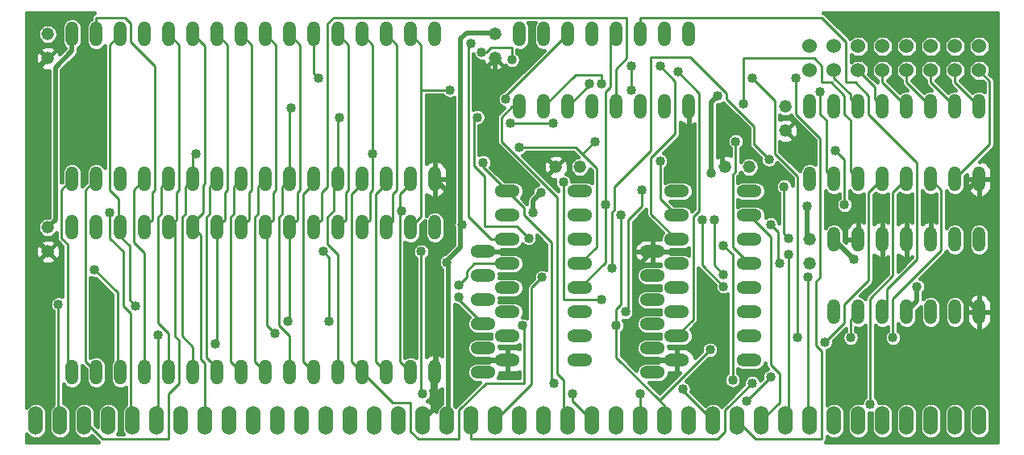
<source format=gbr>
G04 #@! TF.GenerationSoftware,KiCad,Pcbnew,5.1.2*
G04 #@! TF.CreationDate,2020-10-23T15:14:38+02:00*
G04 #@! TF.ProjectId,2fe143d13a9057f7874dd1e763167673,32666531-3433-4643-9133-613930353766,rev?*
G04 #@! TF.SameCoordinates,Original*
G04 #@! TF.FileFunction,Copper,L2,Bot*
G04 #@! TF.FilePolarity,Positive*
%FSLAX46Y46*%
G04 Gerber Fmt 4.6, Leading zero omitted, Abs format (unit mm)*
G04 Created by KiCad (PCBNEW 5.1.2) date 2020-10-23 15:14:38*
%MOMM*%
%LPD*%
G04 APERTURE LIST*
%ADD10O,1.524000X3.048000*%
%ADD11C,1.320800*%
%ADD12O,1.320800X2.641600*%
%ADD13O,2.641600X1.320800*%
%ADD14C,1.524000*%
%ADD15C,1.016000*%
%ADD16C,0.508000*%
%ADD17C,0.254000*%
%ADD18C,0.406400*%
G04 APERTURE END LIST*
D10*
X149301100Y-125318600D03*
X151841100Y-125318600D03*
X154381100Y-125318600D03*
X156921100Y-125318600D03*
X159461100Y-125318600D03*
X162001100Y-125318600D03*
X164541100Y-125318600D03*
X167081100Y-125318600D03*
X169621100Y-125318600D03*
X172161100Y-125318600D03*
X174701100Y-125318600D03*
X177241100Y-125318600D03*
X179781100Y-125318600D03*
X182321100Y-125318600D03*
X184861100Y-125318600D03*
X187401100Y-125318600D03*
X189941100Y-125318600D03*
X192481100Y-125318600D03*
X195021100Y-125318600D03*
X197561100Y-125318600D03*
X103581100Y-125318600D03*
X98501100Y-125318600D03*
X101041100Y-125318600D03*
X106121100Y-125318600D03*
X108661100Y-125318600D03*
X111201100Y-125318600D03*
X113741100Y-125318600D03*
X116281100Y-125318600D03*
X118821100Y-125318600D03*
X121361100Y-125318600D03*
X123901100Y-125318600D03*
X126441100Y-125318600D03*
X128981100Y-125318600D03*
X131521100Y-125318600D03*
X134061100Y-125318600D03*
X136601100Y-125318600D03*
X139141100Y-125318600D03*
X141681100Y-125318600D03*
X144221100Y-125318600D03*
X146761100Y-125318600D03*
D11*
X99771100Y-87218600D03*
X99771100Y-84678600D03*
X99771100Y-107538600D03*
X99771100Y-104998600D03*
X146761100Y-87218600D03*
X146761100Y-84678600D03*
X153111100Y-98648600D03*
X155651100Y-98648600D03*
X170891100Y-98648600D03*
X173431100Y-98648600D03*
D12*
X102311100Y-104998600D03*
X104851100Y-104998600D03*
X107391100Y-104998600D03*
X109931100Y-104998600D03*
X112471100Y-104998600D03*
X115011100Y-104998600D03*
X117551100Y-104998600D03*
X120091100Y-104998600D03*
X122631100Y-104998600D03*
X125171100Y-104998600D03*
X127711100Y-104998600D03*
X130251100Y-104998600D03*
X132791100Y-104998600D03*
X135331100Y-104998600D03*
X137871100Y-104998600D03*
X140411100Y-104998600D03*
X140411100Y-120238600D03*
X137871100Y-120238600D03*
X135331100Y-120238600D03*
X132791100Y-120238600D03*
X130251100Y-120238600D03*
X127711100Y-120238600D03*
X125171100Y-120238600D03*
X122631100Y-120238600D03*
X112471100Y-120238600D03*
X115011100Y-120238600D03*
X109931100Y-120238600D03*
X107391100Y-120238600D03*
X120091100Y-120238600D03*
X117551100Y-120238600D03*
X104851100Y-120238600D03*
X102311100Y-120238600D03*
X102311100Y-84678600D03*
X104851100Y-84678600D03*
X107391100Y-84678600D03*
X109931100Y-84678600D03*
X112471100Y-84678600D03*
X115011100Y-84678600D03*
X117551100Y-84678600D03*
X120091100Y-84678600D03*
X122631100Y-84678600D03*
X125171100Y-84678600D03*
X127711100Y-84678600D03*
X130251100Y-84678600D03*
X132791100Y-84678600D03*
X135331100Y-84678600D03*
X137871100Y-84678600D03*
X140411100Y-84678600D03*
X140411100Y-99918600D03*
X137871100Y-99918600D03*
X135331100Y-99918600D03*
X132791100Y-99918600D03*
X130251100Y-99918600D03*
X127711100Y-99918600D03*
X125171100Y-99918600D03*
X122631100Y-99918600D03*
X112471100Y-99918600D03*
X115011100Y-99918600D03*
X109931100Y-99918600D03*
X107391100Y-99918600D03*
X120091100Y-99918600D03*
X117551100Y-99918600D03*
X104851100Y-99918600D03*
X102311100Y-99918600D03*
D13*
X155651100Y-101188600D03*
X155651100Y-103728600D03*
X155651100Y-106268600D03*
X155651100Y-108808600D03*
X155651100Y-111348600D03*
X155651100Y-113888600D03*
X155651100Y-116428600D03*
X155651100Y-118968600D03*
X148031100Y-111348600D03*
X148031100Y-113888600D03*
X148031100Y-108808600D03*
X148031100Y-106268600D03*
X148031100Y-118968600D03*
X148031100Y-116428600D03*
X148031100Y-103728600D03*
X148031100Y-101188600D03*
X173431100Y-101188600D03*
X173431100Y-103728600D03*
X173431100Y-106268600D03*
X173431100Y-108808600D03*
X173431100Y-111348600D03*
X173431100Y-113888600D03*
X173431100Y-116428600D03*
X173431100Y-118968600D03*
X165811100Y-111348600D03*
X165811100Y-113888600D03*
X165811100Y-108808600D03*
X165811100Y-106268600D03*
X165811100Y-118968600D03*
X165811100Y-116428600D03*
X165811100Y-103728600D03*
X165811100Y-101188600D03*
D12*
X149301100Y-84678600D03*
X151841100Y-84678600D03*
X154381100Y-84678600D03*
X156921100Y-84678600D03*
X159461100Y-84678600D03*
X162001100Y-84678600D03*
X164541100Y-84678600D03*
X167081100Y-84678600D03*
X159461100Y-92298600D03*
X162001100Y-92298600D03*
X156921100Y-92298600D03*
X154381100Y-92298600D03*
X167081100Y-92298600D03*
X164541100Y-92298600D03*
X151841100Y-92298600D03*
X149301100Y-92298600D03*
X179781100Y-92298600D03*
X182321100Y-92298600D03*
X184861100Y-92298600D03*
X187401100Y-92298600D03*
X189941100Y-92298600D03*
X192481100Y-92298600D03*
X195021100Y-92298600D03*
X197561100Y-92298600D03*
X189941100Y-99918600D03*
X192481100Y-99918600D03*
X187401100Y-99918600D03*
X184861100Y-99918600D03*
X197561100Y-99918600D03*
X195021100Y-99918600D03*
X182321100Y-99918600D03*
X179781100Y-99918600D03*
X182321100Y-106268600D03*
X184861100Y-106268600D03*
X187401100Y-106268600D03*
X189941100Y-106268600D03*
X192481100Y-106268600D03*
X195021100Y-106268600D03*
X192481100Y-113888600D03*
X195021100Y-113888600D03*
X189941100Y-113888600D03*
X187401100Y-113888600D03*
X197561100Y-106268600D03*
X197561100Y-113888600D03*
X184861100Y-113888600D03*
X182321100Y-113888600D03*
D14*
X179781100Y-88488600D03*
X182321100Y-88488600D03*
X179781100Y-85948600D03*
X182321100Y-85948600D03*
X184861100Y-88488600D03*
X187401100Y-88488600D03*
X189941100Y-88488600D03*
X192481100Y-88488600D03*
X195021100Y-88488600D03*
X197561100Y-88488600D03*
X184861100Y-85948600D03*
X187401100Y-85948600D03*
X189941100Y-85948600D03*
X192481100Y-85948600D03*
X195021100Y-85948600D03*
X197561100Y-85948600D03*
D11*
X177241100Y-94838600D03*
X177241100Y-92298600D03*
D13*
X163271100Y-120238600D03*
X163271100Y-117698600D03*
X163271100Y-115158600D03*
X163271100Y-112618600D03*
X163271100Y-110078600D03*
X163271100Y-107538600D03*
X145491100Y-120238600D03*
X145491100Y-117698600D03*
X145491100Y-115158600D03*
X145491100Y-112618600D03*
X145491100Y-110078600D03*
X145491100Y-107538600D03*
D11*
X179781100Y-108808600D03*
X179781100Y-106268600D03*
D15*
X170573600Y-92933600D03*
X172954850Y-94838600D03*
X141998600Y-106586100D03*
X146761100Y-98648600D03*
X142951100Y-121508600D03*
X142951100Y-111031100D03*
X100882350Y-113094850D03*
X106279850Y-103411100D03*
X111359850Y-116269850D03*
X125012350Y-114841100D03*
X117392350Y-117222350D03*
X186131100Y-123572350D03*
X172796100Y-91981100D03*
X152793600Y-94044850D03*
X148348600Y-94044850D03*
X115328600Y-97219850D03*
X180892350Y-90711100D03*
X161048600Y-90552350D03*
X161048600Y-88012350D03*
X147872350Y-91504850D03*
X125329850Y-92457350D03*
X149301100Y-96584850D03*
X172002350Y-95949850D03*
X157238600Y-95949850D03*
X150253600Y-106109850D03*
X144856100Y-93409850D03*
X130409850Y-93409850D03*
X191052350Y-111189850D03*
X184384850Y-108332350D03*
X170097350Y-91187350D03*
X169462350Y-99283600D03*
X179463600Y-102776100D03*
X141681100Y-108649850D03*
X151523600Y-101347350D03*
X150729850Y-103411100D03*
X143268600Y-104681100D03*
X123583600Y-116111100D03*
X154857350Y-122461100D03*
X139141100Y-122461100D03*
X138982350Y-107538600D03*
X188512350Y-116587350D03*
X173748600Y-121349850D03*
X159937350Y-103728600D03*
X184067350Y-116587350D03*
X169303600Y-117857350D03*
X149618600Y-115317350D03*
X159461100Y-115317350D03*
X145491100Y-98172350D03*
X152952350Y-121349850D03*
X136918600Y-103252350D03*
X166446100Y-121984850D03*
X144221100Y-85631100D03*
X178352350Y-89282350D03*
X141998600Y-90552350D03*
X182479850Y-96902350D03*
X183432350Y-102617350D03*
X177558600Y-107856100D03*
X170732350Y-109919850D03*
X169779850Y-104204850D03*
X164064850Y-98013600D03*
X133902350Y-97219850D03*
X179622350Y-110237350D03*
X177558600Y-106109850D03*
X177082350Y-100712350D03*
X170732350Y-106903600D03*
X171684850Y-121032350D03*
X145332350Y-86583600D03*
X148507350Y-87377350D03*
X164064850Y-88012350D03*
X104692350Y-109443600D03*
X128663600Y-107538600D03*
X129298600Y-114841100D03*
X142951100Y-112301100D03*
X108978600Y-113253600D03*
X157873600Y-112618600D03*
X153904850Y-100236100D03*
X128187350Y-89282350D03*
X170732350Y-111189850D03*
X168509850Y-104204850D03*
X158349850Y-102617350D03*
X157873600Y-89917350D03*
X173748600Y-89282350D03*
X178511100Y-116587350D03*
X156603600Y-89917350D03*
X165969850Y-88647350D03*
X181368600Y-117063600D03*
X175653600Y-120714850D03*
X173113600Y-123254850D03*
X162001100Y-122461100D03*
X160413600Y-113888600D03*
X162159850Y-101029850D03*
X175653600Y-104681100D03*
X176606100Y-108808600D03*
X175494850Y-97854850D03*
X158984850Y-109284850D03*
X151682350Y-110237350D03*
D16*
X161366100Y-109443600D02*
X163271100Y-107538600D01*
X161366100Y-113253600D02*
X161366100Y-109443600D01*
X161524850Y-113412350D02*
X161366100Y-113253600D01*
X161524850Y-114523600D02*
X161524850Y-113412350D01*
X161366100Y-114682350D02*
X161524850Y-114523600D01*
X161366100Y-118174850D02*
X161366100Y-114682350D01*
X162159850Y-118968600D02*
X161366100Y-118174850D01*
X165811100Y-118968600D02*
X162159850Y-118968600D01*
X170573600Y-98331100D02*
X170891100Y-98648600D01*
X170573600Y-92933600D02*
X170573600Y-94838600D01*
X170573600Y-94838600D02*
X170573600Y-98331100D01*
X196291100Y-101188600D02*
X197561100Y-99918600D01*
X196291100Y-112618600D02*
X196291100Y-101188600D01*
X197561100Y-113888600D02*
X196291100Y-112618600D01*
X172954850Y-94838600D02*
X170573600Y-94838600D01*
X98501100Y-106268600D02*
X99771100Y-107538600D01*
X98501100Y-88488600D02*
X98501100Y-106268600D01*
X99771100Y-87218600D02*
X98501100Y-88488600D01*
X140252350Y-120397350D02*
X140411100Y-120238600D01*
X140252350Y-124207350D02*
X140252350Y-120397350D01*
X139141100Y-125318600D02*
X140252350Y-124207350D01*
X141681100Y-106268600D02*
X141998600Y-106586100D01*
X141681100Y-101188600D02*
X141681100Y-106268600D01*
X140411100Y-99918600D02*
X141681100Y-101188600D01*
X146761100Y-98648600D02*
X146761100Y-87218600D01*
X140569850Y-108014850D02*
X140569850Y-120079850D01*
X141998600Y-106586100D02*
X140569850Y-108014850D01*
X140569850Y-120079850D02*
X140411100Y-120238600D01*
X142951100Y-118968600D02*
X148031100Y-118968600D01*
X142951100Y-121508600D02*
X142951100Y-118968600D01*
D17*
X143744850Y-110237350D02*
X142951100Y-111031100D01*
X143744850Y-109602350D02*
X143744850Y-110237350D01*
X144538600Y-108808600D02*
X143744850Y-109602350D01*
X148031100Y-108808600D02*
X144538600Y-108808600D01*
X100882350Y-125159850D02*
X101041100Y-125318600D01*
X100882350Y-113094850D02*
X100882350Y-125159850D01*
X113264850Y-104204850D02*
X112471100Y-104998600D01*
X113264850Y-101347350D02*
X113264850Y-104204850D01*
X113582350Y-101029850D02*
X113264850Y-101347350D01*
X113582350Y-85789850D02*
X113582350Y-101029850D01*
X112471100Y-84678600D02*
X113582350Y-85789850D01*
X105486100Y-127223600D02*
X103581100Y-125318600D01*
X112471100Y-127223600D02*
X105486100Y-127223600D01*
X112471100Y-122461100D02*
X112471100Y-127223600D01*
X113582350Y-121349850D02*
X112471100Y-122461100D01*
X113582350Y-116904850D02*
X113582350Y-121349850D01*
X113106100Y-116428600D02*
X113582350Y-116904850D01*
X113106100Y-104522350D02*
X113106100Y-116428600D01*
X113106100Y-104522350D02*
X112471100Y-104998600D01*
X108819850Y-101029850D02*
X109931100Y-99918600D01*
X108819850Y-106586100D02*
X108819850Y-101029850D01*
X109931100Y-107697350D02*
X108819850Y-106586100D01*
X109931100Y-120238600D02*
X109931100Y-107697350D01*
X120884850Y-104204850D02*
X120091100Y-104998600D01*
X120884850Y-101347350D02*
X120884850Y-104204850D01*
X121202350Y-101029850D02*
X120884850Y-101347350D01*
X121202350Y-85789850D02*
X121202350Y-101029850D01*
X120091100Y-84678600D02*
X121202350Y-85789850D01*
X108502350Y-125159850D02*
X108661100Y-125318600D01*
X108502350Y-114047350D02*
X108502350Y-125159850D01*
X107708600Y-113253600D02*
X108502350Y-114047350D01*
X107708600Y-107538600D02*
X107708600Y-113253600D01*
X106279850Y-106109850D02*
X107708600Y-107538600D01*
X106279850Y-103411100D02*
X106279850Y-106109850D01*
X125964850Y-104204850D02*
X125171100Y-104998600D01*
X125964850Y-101347350D02*
X125964850Y-104204850D01*
X126282350Y-101029850D02*
X125964850Y-101347350D01*
X126282350Y-85789850D02*
X126282350Y-101029850D01*
X125171100Y-84678600D02*
X126282350Y-85789850D01*
X111359850Y-125159850D02*
X111201100Y-125318600D01*
X111359850Y-116269850D02*
X111359850Y-125159850D01*
X125171100Y-114682350D02*
X125012350Y-114841100D01*
X125171100Y-104998600D02*
X125171100Y-114682350D01*
X118344850Y-104204850D02*
X117551100Y-104998600D01*
X118344850Y-101347350D02*
X118344850Y-104204850D01*
X118662350Y-101029850D02*
X118344850Y-101347350D01*
X118662350Y-85789850D02*
X118662350Y-101029850D01*
X117551100Y-84678600D02*
X118662350Y-85789850D01*
X117551100Y-117063600D02*
X117392350Y-117222350D01*
X117551100Y-104998600D02*
X117551100Y-117063600D01*
X115804850Y-105792350D02*
X115011100Y-104998600D01*
X115804850Y-118809850D02*
X115804850Y-105792350D01*
X116281100Y-119286100D02*
X115804850Y-118809850D01*
X116281100Y-125318600D02*
X116281100Y-119286100D01*
X116281100Y-85948600D02*
X115011100Y-84678600D01*
X116281100Y-100394850D02*
X116281100Y-85948600D01*
X116122350Y-100553600D02*
X116281100Y-100394850D01*
X116122350Y-103411100D02*
X116122350Y-100553600D01*
X115169850Y-104363600D02*
X116122350Y-103411100D01*
X115169850Y-104998600D02*
X115169850Y-104363600D01*
X115169850Y-104998600D02*
X115011100Y-104998600D01*
X111677350Y-100712350D02*
X112471100Y-99918600D01*
X111677350Y-103569850D02*
X111677350Y-100712350D01*
X111359850Y-103887350D02*
X111677350Y-103569850D01*
X111359850Y-114999850D02*
X111359850Y-103887350D01*
X112471100Y-116111100D02*
X111359850Y-114999850D01*
X112471100Y-120238600D02*
X112471100Y-116111100D01*
X188512350Y-101347350D02*
X189941100Y-99918600D01*
X188512350Y-110078600D02*
X188512350Y-101347350D01*
X186131100Y-112459850D02*
X188512350Y-110078600D01*
X186131100Y-123572350D02*
X186131100Y-112459850D01*
X114217350Y-100712350D02*
X115011100Y-99918600D01*
X114217350Y-103569850D02*
X114217350Y-100712350D01*
X113899850Y-103887350D02*
X114217350Y-103569850D01*
X113899850Y-116428600D02*
X113899850Y-103887350D01*
X115011100Y-117539850D02*
X113899850Y-116428600D01*
X115011100Y-120238600D02*
X115011100Y-117539850D01*
X184067350Y-99124850D02*
X184861100Y-99918600D01*
X184067350Y-93727350D02*
X184067350Y-99124850D01*
X183432350Y-93092350D02*
X184067350Y-93727350D01*
X183432350Y-91187350D02*
X183432350Y-93092350D01*
X182003600Y-89758600D02*
X183432350Y-91187350D01*
X181051100Y-89758600D02*
X182003600Y-89758600D01*
X181051100Y-88012350D02*
X181051100Y-89758600D01*
X180257350Y-87218600D02*
X181051100Y-88012350D01*
X172796100Y-87218600D02*
X180257350Y-87218600D01*
X172796100Y-91981100D02*
X172796100Y-87218600D01*
X148348600Y-94044850D02*
X152793600Y-94044850D01*
X115011100Y-97537350D02*
X115328600Y-97219850D01*
X115011100Y-99918600D02*
X115011100Y-97537350D01*
X116757350Y-100712350D02*
X117551100Y-99918600D01*
X116757350Y-103569850D02*
X116757350Y-100712350D01*
X116439850Y-103887350D02*
X116757350Y-103569850D01*
X116439850Y-118651100D02*
X116439850Y-103887350D01*
X117551100Y-119762350D02*
X116439850Y-118651100D01*
X117551100Y-120238600D02*
X117551100Y-119762350D01*
X181527350Y-99124850D02*
X182321100Y-99918600D01*
X181527350Y-93727350D02*
X181527350Y-99124850D01*
X180892350Y-93092350D02*
X181527350Y-93727350D01*
X180892350Y-90711100D02*
X180892350Y-93092350D01*
X161048600Y-88012350D02*
X161048600Y-90552350D01*
X119297350Y-100712350D02*
X120091100Y-99918600D01*
X119297350Y-103569850D02*
X119297350Y-100712350D01*
X118979850Y-103887350D02*
X119297350Y-103569850D01*
X118979850Y-119127350D02*
X118979850Y-103887350D01*
X120091100Y-120238600D02*
X118979850Y-119127350D01*
X121837350Y-100712350D02*
X122631100Y-99918600D01*
X121837350Y-103569850D02*
X121837350Y-100712350D01*
X121519850Y-103887350D02*
X121837350Y-103569850D01*
X121519850Y-119127350D02*
X121519850Y-103887350D01*
X122631100Y-120238600D02*
X121519850Y-119127350D01*
X124377350Y-100712350D02*
X125171100Y-99918600D01*
X124377350Y-103569850D02*
X124377350Y-100712350D01*
X124059850Y-103887350D02*
X124377350Y-103569850D01*
X124059850Y-115317350D02*
X124059850Y-103887350D01*
X125171100Y-116428600D02*
X124059850Y-115317350D01*
X125171100Y-120238600D02*
X125171100Y-116428600D01*
X147872350Y-91187350D02*
X154381100Y-84678600D01*
X147872350Y-91504850D02*
X147872350Y-91187350D01*
X125171100Y-92616100D02*
X125329850Y-92457350D01*
X125171100Y-99918600D02*
X125171100Y-92616100D01*
X157397350Y-107062350D02*
X155651100Y-108808600D01*
X157397350Y-98807350D02*
X157397350Y-107062350D01*
X155174850Y-96584850D02*
X155889225Y-97299225D01*
X155889225Y-97299225D02*
X157397350Y-98807350D01*
X149301100Y-96584850D02*
X155174850Y-96584850D01*
X171684850Y-107062350D02*
X173431100Y-108808600D01*
X171684850Y-99442350D02*
X171684850Y-107062350D01*
X172002350Y-99124850D02*
X171684850Y-99442350D01*
X172002350Y-95949850D02*
X172002350Y-99124850D01*
X155889225Y-97299225D02*
X157238600Y-95949850D01*
X126599850Y-119127350D02*
X127711100Y-120238600D01*
X126599850Y-101506100D02*
X126599850Y-119127350D01*
X127711100Y-100394850D02*
X126599850Y-101506100D01*
X127711100Y-99918600D02*
X127711100Y-100394850D01*
X129774850Y-100394850D02*
X130251100Y-99918600D01*
X129774850Y-103252350D02*
X129774850Y-100394850D01*
X129139850Y-103887350D02*
X129774850Y-103252350D01*
X129139850Y-106744850D02*
X129139850Y-103887350D01*
X130251100Y-107856100D02*
X129139850Y-106744850D01*
X130251100Y-120238600D02*
X130251100Y-107856100D01*
X148983600Y-104839850D02*
X150253600Y-106109850D01*
X145649850Y-104839850D02*
X148983600Y-104839850D01*
X145649850Y-99601100D02*
X145649850Y-104839850D01*
X144538600Y-98489850D02*
X145649850Y-99601100D01*
X144538600Y-93727350D02*
X144538600Y-98489850D01*
X144856100Y-93409850D02*
X144538600Y-93727350D01*
X130251100Y-93568600D02*
X130409850Y-93409850D01*
X130251100Y-99918600D02*
X130251100Y-93568600D01*
D16*
X191052350Y-112777350D02*
X189941100Y-113888600D01*
X191052350Y-111189850D02*
X191052350Y-112777350D01*
X182321100Y-106268600D02*
X184384850Y-108332350D01*
X169462350Y-91822350D02*
X170097350Y-91187350D01*
X169462350Y-99283600D02*
X169462350Y-91822350D01*
X179463600Y-105951100D02*
X179781100Y-106268600D01*
X179463600Y-102776100D02*
X179463600Y-105951100D01*
X100564850Y-104204850D02*
X99771100Y-104998600D01*
X100564850Y-88171100D02*
X100564850Y-104204850D01*
X102311100Y-86424850D02*
X100564850Y-88171100D01*
X102311100Y-84678600D02*
X102311100Y-86424850D01*
X141839850Y-125159850D02*
X141681100Y-125318600D01*
X141839850Y-108332350D02*
X141839850Y-108649850D01*
X141839850Y-108649850D02*
X141839850Y-125159850D01*
X143109850Y-107062350D02*
X141839850Y-108332350D01*
X143109850Y-85154850D02*
X143109850Y-104681100D01*
X143109850Y-104681100D02*
X143109850Y-107062350D01*
X143744850Y-84519850D02*
X143109850Y-85154850D01*
X146761100Y-84519850D02*
X143744850Y-84519850D01*
X146761100Y-84678600D02*
X146761100Y-84519850D01*
X141681100Y-108649850D02*
X141839850Y-108649850D01*
X150729850Y-102141100D02*
X151523600Y-101347350D01*
X150729850Y-103411100D02*
X150729850Y-102141100D01*
X143268600Y-104681100D02*
X143109850Y-104681100D01*
D17*
X123424850Y-104204850D02*
X122631100Y-104998600D01*
X123424850Y-101347350D02*
X123424850Y-104204850D01*
X123742350Y-101029850D02*
X123424850Y-101347350D01*
X123742350Y-85789850D02*
X123742350Y-101029850D01*
X122631100Y-84678600D02*
X123742350Y-85789850D01*
X122789850Y-115317350D02*
X123583600Y-116111100D01*
X122789850Y-104998600D02*
X122789850Y-115317350D01*
X122789850Y-104998600D02*
X122631100Y-104998600D01*
X110724850Y-104204850D02*
X109931100Y-104998600D01*
X110724850Y-101347350D02*
X110724850Y-104204850D01*
X111042350Y-101029850D02*
X110724850Y-101347350D01*
X111042350Y-88012350D02*
X111042350Y-101029850D01*
X108502350Y-85472350D02*
X111042350Y-88012350D01*
X108502350Y-83567350D02*
X108502350Y-85472350D01*
X107867350Y-82932350D02*
X108502350Y-83567350D01*
X104851100Y-82932350D02*
X107867350Y-82932350D01*
X104851100Y-84678600D02*
X104851100Y-82932350D01*
X154857350Y-123254850D02*
X156921100Y-125318600D01*
X154857350Y-122461100D02*
X154857350Y-123254850D01*
X138982350Y-122302350D02*
X139141100Y-122461100D01*
X138982350Y-107538600D02*
X138982350Y-122302350D01*
X193592350Y-101029850D02*
X192481100Y-99918600D01*
X193592350Y-107379850D02*
X193592350Y-101029850D01*
X188512350Y-112459850D02*
X193592350Y-107379850D01*
X188512350Y-116587350D02*
X188512350Y-112459850D01*
X170891100Y-124207350D02*
X173748600Y-121349850D01*
X170891100Y-126429850D02*
X170891100Y-124207350D01*
X170097350Y-127223600D02*
X170891100Y-126429850D01*
X144221100Y-127223600D02*
X170097350Y-127223600D01*
X144221100Y-125318600D02*
X144221100Y-127223600D01*
X131679850Y-119127350D02*
X132791100Y-120238600D01*
X131679850Y-101506100D02*
X131679850Y-119127350D01*
X132791100Y-100394850D02*
X131679850Y-101506100D01*
X132791100Y-99918600D02*
X132791100Y-100394850D01*
X159937350Y-113094850D02*
X159937350Y-103728600D01*
X159461100Y-113571100D02*
X159937350Y-113094850D01*
X159461100Y-118651100D02*
X159461100Y-115317350D01*
X159461100Y-115317350D02*
X159461100Y-113571100D01*
X164541100Y-123731100D02*
X163985475Y-123175475D01*
X163985475Y-123175475D02*
X159461100Y-118651100D01*
X164541100Y-125318600D02*
X164541100Y-123731100D01*
X184067350Y-114682350D02*
X184861100Y-113888600D01*
X184067350Y-116587350D02*
X184067350Y-114682350D01*
X163985475Y-123175475D02*
X169303600Y-117857350D01*
X135966100Y-123413600D02*
X132791100Y-120238600D01*
X137871100Y-123413600D02*
X135966100Y-123413600D01*
X137871100Y-126429850D02*
X137871100Y-123413600D01*
X138664850Y-127223600D02*
X137871100Y-126429850D01*
X142951100Y-127223600D02*
X138664850Y-127223600D01*
X142951100Y-124207350D02*
X142951100Y-127223600D01*
X145808600Y-121349850D02*
X142951100Y-124207350D01*
X149777350Y-121349850D02*
X145808600Y-121349850D01*
X149777350Y-115476100D02*
X149777350Y-121349850D01*
X149618600Y-115317350D02*
X149777350Y-115476100D01*
X134219850Y-119127350D02*
X135331100Y-120238600D01*
X134219850Y-101506100D02*
X134219850Y-119127350D01*
X135331100Y-100394850D02*
X134219850Y-101506100D01*
X135331100Y-99918600D02*
X135331100Y-100394850D01*
X145491100Y-98648600D02*
X148031100Y-101188600D01*
X145491100Y-98172350D02*
X145491100Y-98648600D01*
X152634850Y-121032350D02*
X152952350Y-121349850D01*
X152634850Y-106586100D02*
X152634850Y-121032350D01*
X149777350Y-103728600D02*
X152634850Y-106586100D01*
X149777350Y-102934850D02*
X149777350Y-103728600D01*
X148031100Y-101188600D02*
X149777350Y-102934850D01*
X136759850Y-119127350D02*
X137871100Y-120238600D01*
X136759850Y-101506100D02*
X136759850Y-103252350D01*
X136759850Y-103252350D02*
X136759850Y-119127350D01*
X137871100Y-100394850D02*
X136759850Y-101506100D01*
X137871100Y-99918600D02*
X137871100Y-100394850D01*
X136759850Y-103252350D02*
X136918600Y-103252350D01*
X166446100Y-122143600D02*
X169621100Y-125318600D01*
X166446100Y-121984850D02*
X166446100Y-122143600D01*
X143903600Y-85948600D02*
X144221100Y-85631100D01*
X143903600Y-103887350D02*
X143903600Y-85948600D01*
X146284850Y-106268600D02*
X143903600Y-103887350D01*
X148031100Y-106268600D02*
X146284850Y-106268600D01*
X174066100Y-127223600D02*
X172161100Y-125318600D01*
X181051100Y-127223600D02*
X174066100Y-127223600D01*
X181051100Y-118016100D02*
X181051100Y-127223600D01*
X180416100Y-117381100D02*
X181051100Y-118016100D01*
X180416100Y-110713600D02*
X180416100Y-117381100D01*
X180892350Y-110237350D02*
X180416100Y-110713600D01*
X180892350Y-95632350D02*
X180892350Y-110237350D01*
X178352350Y-93092350D02*
X180892350Y-95632350D01*
X178352350Y-89282350D02*
X178352350Y-93092350D01*
X138982350Y-103887350D02*
X137871100Y-104998600D01*
X138982350Y-85789850D02*
X138982350Y-90552350D01*
X138982350Y-90552350D02*
X138982350Y-103887350D01*
X137871100Y-84678600D02*
X138982350Y-85789850D01*
X175653600Y-105951100D02*
X173431100Y-103728600D01*
X175653600Y-119444850D02*
X175653600Y-105951100D01*
X176606100Y-120397350D02*
X175653600Y-119444850D01*
X176606100Y-123413600D02*
X176606100Y-120397350D01*
X174701100Y-125318600D02*
X176606100Y-123413600D01*
X141998600Y-90552350D02*
X138982350Y-90552350D01*
X183432350Y-97854850D02*
X182479850Y-96902350D01*
X183432350Y-102617350D02*
X183432350Y-97854850D01*
X135966100Y-104363600D02*
X135331100Y-104998600D01*
X135966100Y-101506100D02*
X135966100Y-104363600D01*
X136442350Y-101029850D02*
X135966100Y-101506100D01*
X136442350Y-85789850D02*
X136442350Y-101029850D01*
X135331100Y-84678600D02*
X136442350Y-85789850D01*
X177558600Y-125001100D02*
X177241100Y-125318600D01*
X177558600Y-107856100D02*
X177558600Y-125001100D01*
X169779850Y-108967350D02*
X170732350Y-109919850D01*
X169779850Y-104204850D02*
X169779850Y-108967350D01*
X133584850Y-104204850D02*
X132791100Y-104998600D01*
X133584850Y-101347350D02*
X133584850Y-104204850D01*
X133902350Y-101029850D02*
X133584850Y-101347350D01*
X133902350Y-85789850D02*
X133902350Y-97219850D01*
X133902350Y-97219850D02*
X133902350Y-101029850D01*
X132791100Y-84678600D02*
X133902350Y-85789850D01*
X164064850Y-101982350D02*
X165811100Y-103728600D01*
X164064850Y-98013600D02*
X164064850Y-101982350D01*
X179622350Y-125159850D02*
X179781100Y-125318600D01*
X179622350Y-110237350D02*
X179622350Y-125159850D01*
X177082350Y-105633600D02*
X177558600Y-106109850D01*
X177082350Y-100712350D02*
X177082350Y-105633600D01*
X131044850Y-104204850D02*
X130251100Y-104998600D01*
X131044850Y-101347350D02*
X131044850Y-104204850D01*
X131362350Y-101029850D02*
X131044850Y-101347350D01*
X131362350Y-85789850D02*
X131362350Y-101029850D01*
X130251100Y-84678600D02*
X131362350Y-85789850D01*
X171684850Y-107856100D02*
X170732350Y-106903600D01*
X171684850Y-121032350D02*
X171684850Y-107856100D01*
X145808600Y-86583600D02*
X145332350Y-86583600D01*
X146284850Y-86107350D02*
X145808600Y-86583600D01*
X148507350Y-86107350D02*
X146284850Y-86107350D01*
X148507350Y-87377350D02*
X148507350Y-86107350D01*
X165652350Y-89599850D02*
X164064850Y-88012350D01*
X165652350Y-95156100D02*
X165652350Y-89599850D01*
X163112350Y-97696100D02*
X165652350Y-95156100D01*
X163112350Y-103569850D02*
X163112350Y-97696100D01*
X165811100Y-106268600D02*
X163112350Y-103569850D01*
X107073600Y-111824850D02*
X104692350Y-109443600D01*
X107073600Y-119921100D02*
X107073600Y-111824850D01*
X107391100Y-120238600D02*
X107073600Y-119921100D01*
X129298600Y-108173600D02*
X128663600Y-107538600D01*
X129298600Y-114841100D02*
X129298600Y-108173600D01*
X103739850Y-119127350D02*
X104851100Y-120238600D01*
X103739850Y-101029850D02*
X103739850Y-119127350D01*
X104851100Y-99918600D02*
X103739850Y-101029850D01*
X142951100Y-112618600D02*
X145491100Y-115158600D01*
X142951100Y-112301100D02*
X142951100Y-112618600D01*
X107232350Y-104839850D02*
X107391100Y-104998600D01*
X107232350Y-101982350D02*
X107232350Y-104839850D01*
X106279850Y-101029850D02*
X107232350Y-101982350D01*
X106279850Y-85789850D02*
X106279850Y-101029850D01*
X107391100Y-84678600D02*
X106279850Y-85789850D01*
X108343600Y-112618600D02*
X108978600Y-113253600D01*
X108343600Y-106903600D02*
X108343600Y-112618600D01*
X107391100Y-105951100D02*
X108343600Y-106903600D01*
X107391100Y-104998600D02*
X107391100Y-105951100D01*
X101834850Y-119762350D02*
X102311100Y-120238600D01*
X101834850Y-106744850D02*
X101834850Y-119762350D01*
X101199850Y-106109850D02*
X101834850Y-106744850D01*
X101199850Y-101029850D02*
X101199850Y-106109850D01*
X102311100Y-99918600D02*
X101199850Y-101029850D01*
X153904850Y-112618600D02*
X157873600Y-112618600D01*
X153904850Y-100236100D02*
X153904850Y-112618600D01*
X127711100Y-88806100D02*
X128187350Y-89282350D01*
X127711100Y-84678600D02*
X127711100Y-88806100D01*
X128504850Y-104204850D02*
X127711100Y-104998600D01*
X128504850Y-101347350D02*
X128504850Y-104204850D01*
X129139850Y-100712350D02*
X128504850Y-101347350D01*
X129139850Y-83567350D02*
X129139850Y-100712350D01*
X129774850Y-82932350D02*
X129139850Y-83567350D01*
X160572350Y-82932350D02*
X129774850Y-82932350D01*
X160572350Y-87218600D02*
X160572350Y-82932350D01*
X159461100Y-88329850D02*
X160572350Y-87218600D01*
X159461100Y-92298600D02*
X159461100Y-88329850D01*
X158349850Y-108649850D02*
X155651100Y-111348600D01*
X158349850Y-90711100D02*
X158349850Y-102617350D01*
X158349850Y-102617350D02*
X158349850Y-108649850D01*
X158826100Y-90234850D02*
X158349850Y-90711100D01*
X158826100Y-85313600D02*
X158826100Y-90234850D01*
X159461100Y-84678600D02*
X158826100Y-85313600D01*
X168509850Y-108967350D02*
X170732350Y-111189850D01*
X168509850Y-104204850D02*
X168509850Y-108967350D01*
X155174850Y-88964850D02*
X151841100Y-92298600D01*
X157873600Y-88964850D02*
X155174850Y-88964850D01*
X157873600Y-89917350D02*
X157873600Y-88964850D01*
X176129850Y-91663600D02*
X173748600Y-89282350D01*
X176129850Y-97219850D02*
X176129850Y-91663600D01*
X178511100Y-99601100D02*
X176129850Y-97219850D01*
X178511100Y-116587350D02*
X178511100Y-99601100D01*
X156603600Y-90076100D02*
X154381100Y-92298600D01*
X156603600Y-89917350D02*
X156603600Y-90076100D01*
X168192350Y-90869850D02*
X165969850Y-88647350D01*
X168192350Y-103252350D02*
X168192350Y-90869850D01*
X167557350Y-103887350D02*
X168192350Y-103252350D01*
X167557350Y-114682350D02*
X167557350Y-103887350D01*
X165811100Y-116428600D02*
X167557350Y-114682350D01*
X148507350Y-92298600D02*
X149301100Y-92298600D01*
X147396100Y-93409850D02*
X148507350Y-92298600D01*
X147396100Y-95949850D02*
X147396100Y-93409850D01*
X153269850Y-101823600D02*
X147396100Y-95949850D01*
X153269850Y-120397350D02*
X153269850Y-101823600D01*
X153904850Y-121032350D02*
X153269850Y-120397350D01*
X153904850Y-124842350D02*
X153904850Y-121032350D01*
X154381100Y-125318600D02*
X153904850Y-124842350D01*
X198672350Y-96267350D02*
X195021100Y-99918600D01*
X198672350Y-89599850D02*
X198672350Y-96267350D01*
X197561100Y-88488600D02*
X198672350Y-89599850D01*
X195021100Y-89758600D02*
X197561100Y-92298600D01*
X195021100Y-88488600D02*
X195021100Y-89758600D01*
X192481100Y-89758600D02*
X195021100Y-92298600D01*
X192481100Y-88488600D02*
X192481100Y-89758600D01*
X189941100Y-89758600D02*
X192481100Y-92298600D01*
X189941100Y-88488600D02*
X189941100Y-89758600D01*
X187401100Y-89758600D02*
X189941100Y-92298600D01*
X187401100Y-88488600D02*
X187401100Y-89758600D01*
X186607350Y-91504850D02*
X187401100Y-92298600D01*
X186607350Y-90234850D02*
X186607350Y-91504850D01*
X184861100Y-88488600D02*
X186607350Y-90234850D01*
X184067350Y-91504850D02*
X184861100Y-92298600D01*
X184067350Y-91028600D02*
X184067350Y-91504850D01*
X182321100Y-89282350D02*
X184067350Y-91028600D01*
X182321100Y-88488600D02*
X182321100Y-89282350D01*
X185972350Y-101347350D02*
X187401100Y-99918600D01*
X185972350Y-110554850D02*
X185972350Y-101347350D01*
X183432350Y-113094850D02*
X185972350Y-110554850D01*
X183432350Y-114999850D02*
X183432350Y-113094850D01*
X181368600Y-117063600D02*
X183432350Y-114999850D01*
X173113600Y-123254850D02*
X175653600Y-120714850D01*
X162001100Y-125318600D02*
X162001100Y-122461100D01*
X187877350Y-113412350D02*
X187401100Y-113888600D01*
X187877350Y-111507350D02*
X187877350Y-113412350D01*
X191052350Y-108332350D02*
X187877350Y-111507350D01*
X191052350Y-98172350D02*
X191052350Y-108332350D01*
X185972350Y-93092350D02*
X191052350Y-98172350D01*
X185972350Y-91187350D02*
X185972350Y-93092350D01*
X184543600Y-89758600D02*
X185972350Y-91187350D01*
X183591100Y-89758600D02*
X184543600Y-89758600D01*
X183591100Y-85472350D02*
X183591100Y-89758600D01*
X181051100Y-82932350D02*
X183591100Y-85472350D01*
X162001100Y-82932350D02*
X181051100Y-82932350D01*
X162001100Y-84678600D02*
X162001100Y-82932350D01*
X160731100Y-113571100D02*
X160413600Y-113888600D01*
X160731100Y-104204850D02*
X160731100Y-113571100D01*
X162159850Y-102776100D02*
X160731100Y-104204850D01*
X162159850Y-101029850D02*
X162159850Y-102776100D01*
X176447350Y-105474850D02*
X175653600Y-104681100D01*
X176447350Y-108649850D02*
X176447350Y-105474850D01*
X176606100Y-108808600D02*
X176447350Y-108649850D01*
X173907350Y-96267350D02*
X175494850Y-97854850D01*
X173907350Y-94362350D02*
X173907350Y-96267350D01*
X171049850Y-91504850D02*
X173907350Y-94362350D01*
X171049850Y-90869850D02*
X171049850Y-91504850D01*
X167239850Y-87059850D02*
X171049850Y-90869850D01*
X163112350Y-87059850D02*
X167239850Y-87059850D01*
X163112350Y-96902350D02*
X163112350Y-87059850D01*
X159302350Y-100712350D02*
X163112350Y-96902350D01*
X159302350Y-103093600D02*
X159302350Y-100712350D01*
X158984850Y-103411100D02*
X159302350Y-103093600D01*
X158984850Y-109284850D02*
X158984850Y-103411100D01*
X150571100Y-111348600D02*
X151682350Y-110237350D01*
X150571100Y-121508600D02*
X150571100Y-111348600D01*
X146761100Y-125318600D02*
X150571100Y-121508600D01*
D18*
G36*
X199492899Y-127580399D02*
G01*
X181444172Y-127580399D01*
X181494078Y-127519588D01*
X181543311Y-127427480D01*
X181573628Y-127327537D01*
X181581300Y-127249643D01*
X181583865Y-127223600D01*
X181581300Y-127197557D01*
X181581300Y-126980813D01*
X181670619Y-127054115D01*
X181873041Y-127162312D01*
X182092682Y-127228940D01*
X182321100Y-127251437D01*
X182549519Y-127228940D01*
X182769160Y-127162312D01*
X182971582Y-127054115D01*
X183149007Y-126908507D01*
X183294615Y-126731082D01*
X183402812Y-126528660D01*
X183469440Y-126309019D01*
X183486300Y-126137834D01*
X183486300Y-124499366D01*
X183469440Y-124328181D01*
X183402812Y-124108540D01*
X183294615Y-123906118D01*
X183149007Y-123728693D01*
X182971581Y-123583085D01*
X182769159Y-123474888D01*
X182549518Y-123408260D01*
X182321100Y-123385763D01*
X182092681Y-123408260D01*
X181873040Y-123474888D01*
X181670618Y-123583085D01*
X181581300Y-123656386D01*
X181581300Y-118042143D01*
X181583865Y-118016100D01*
X181577464Y-117951106D01*
X181634387Y-117939783D01*
X181800215Y-117871095D01*
X181949456Y-117771375D01*
X182076375Y-117644456D01*
X182176095Y-117495215D01*
X182244783Y-117329387D01*
X182279800Y-117153345D01*
X182279800Y-116973855D01*
X182267914Y-116914101D01*
X183537150Y-115644866D01*
X183537150Y-115845727D01*
X183486494Y-115879575D01*
X183359575Y-116006494D01*
X183259855Y-116155735D01*
X183191167Y-116321563D01*
X183156150Y-116497605D01*
X183156150Y-116677095D01*
X183191167Y-116853137D01*
X183259855Y-117018965D01*
X183359575Y-117168206D01*
X183486494Y-117295125D01*
X183635735Y-117394845D01*
X183801563Y-117463533D01*
X183977605Y-117498550D01*
X184157095Y-117498550D01*
X184333137Y-117463533D01*
X184498965Y-117394845D01*
X184648206Y-117295125D01*
X184775125Y-117168206D01*
X184874845Y-117018965D01*
X184943533Y-116853137D01*
X184978550Y-116677095D01*
X184978550Y-116497605D01*
X184943533Y-116321563D01*
X184874845Y-116155735D01*
X184775125Y-116006494D01*
X184648206Y-115879575D01*
X184597550Y-115845728D01*
X184597550Y-115580511D01*
X184652599Y-115597210D01*
X184861100Y-115617746D01*
X185069602Y-115597210D01*
X185270091Y-115536393D01*
X185454863Y-115437630D01*
X185600901Y-115317781D01*
X185600900Y-122830728D01*
X185550244Y-122864575D01*
X185423325Y-122991494D01*
X185323605Y-123140735D01*
X185254917Y-123306563D01*
X185226427Y-123449791D01*
X185089518Y-123408260D01*
X184861100Y-123385763D01*
X184632681Y-123408260D01*
X184413040Y-123474888D01*
X184210618Y-123583085D01*
X184033193Y-123728693D01*
X183887585Y-123906119D01*
X183779388Y-124108541D01*
X183712760Y-124328182D01*
X183695900Y-124499367D01*
X183695900Y-126137834D01*
X183712760Y-126309019D01*
X183779389Y-126528660D01*
X183887586Y-126731082D01*
X184033194Y-126908507D01*
X184210619Y-127054115D01*
X184413041Y-127162312D01*
X184632682Y-127228940D01*
X184861100Y-127251437D01*
X185089519Y-127228940D01*
X185309160Y-127162312D01*
X185511582Y-127054115D01*
X185689007Y-126908507D01*
X185834615Y-126731082D01*
X185942812Y-126528660D01*
X186009440Y-126309019D01*
X186026300Y-126137834D01*
X186026300Y-124499366D01*
X186024410Y-124480179D01*
X186041355Y-124483550D01*
X186220845Y-124483550D01*
X186237790Y-124480179D01*
X186235900Y-124499367D01*
X186235900Y-126137834D01*
X186252760Y-126309019D01*
X186319389Y-126528660D01*
X186427586Y-126731082D01*
X186573194Y-126908507D01*
X186750619Y-127054115D01*
X186953041Y-127162312D01*
X187172682Y-127228940D01*
X187401100Y-127251437D01*
X187629519Y-127228940D01*
X187849160Y-127162312D01*
X188051582Y-127054115D01*
X188229007Y-126908507D01*
X188374615Y-126731082D01*
X188482812Y-126528660D01*
X188549440Y-126309019D01*
X188566300Y-126137834D01*
X188566300Y-124499367D01*
X188775900Y-124499367D01*
X188775900Y-126137834D01*
X188792760Y-126309019D01*
X188859389Y-126528660D01*
X188967586Y-126731082D01*
X189113194Y-126908507D01*
X189290619Y-127054115D01*
X189493041Y-127162312D01*
X189712682Y-127228940D01*
X189941100Y-127251437D01*
X190169519Y-127228940D01*
X190389160Y-127162312D01*
X190591582Y-127054115D01*
X190769007Y-126908507D01*
X190914615Y-126731082D01*
X191022812Y-126528660D01*
X191089440Y-126309019D01*
X191106300Y-126137834D01*
X191106300Y-124499367D01*
X191315900Y-124499367D01*
X191315900Y-126137834D01*
X191332760Y-126309019D01*
X191399389Y-126528660D01*
X191507586Y-126731082D01*
X191653194Y-126908507D01*
X191830619Y-127054115D01*
X192033041Y-127162312D01*
X192252682Y-127228940D01*
X192481100Y-127251437D01*
X192709519Y-127228940D01*
X192929160Y-127162312D01*
X193131582Y-127054115D01*
X193309007Y-126908507D01*
X193454615Y-126731082D01*
X193562812Y-126528660D01*
X193629440Y-126309019D01*
X193646300Y-126137834D01*
X193646300Y-124499367D01*
X193855900Y-124499367D01*
X193855900Y-126137834D01*
X193872760Y-126309019D01*
X193939389Y-126528660D01*
X194047586Y-126731082D01*
X194193194Y-126908507D01*
X194370619Y-127054115D01*
X194573041Y-127162312D01*
X194792682Y-127228940D01*
X195021100Y-127251437D01*
X195249519Y-127228940D01*
X195469160Y-127162312D01*
X195671582Y-127054115D01*
X195849007Y-126908507D01*
X195994615Y-126731082D01*
X196102812Y-126528660D01*
X196169440Y-126309019D01*
X196186300Y-126137834D01*
X196186300Y-124499367D01*
X196395900Y-124499367D01*
X196395900Y-126137834D01*
X196412760Y-126309019D01*
X196479389Y-126528660D01*
X196587586Y-126731082D01*
X196733194Y-126908507D01*
X196910619Y-127054115D01*
X197113041Y-127162312D01*
X197332682Y-127228940D01*
X197561100Y-127251437D01*
X197789519Y-127228940D01*
X198009160Y-127162312D01*
X198211582Y-127054115D01*
X198389007Y-126908507D01*
X198534615Y-126731082D01*
X198642812Y-126528660D01*
X198709440Y-126309019D01*
X198726300Y-126137834D01*
X198726300Y-124499366D01*
X198709440Y-124328181D01*
X198642812Y-124108540D01*
X198534615Y-123906118D01*
X198389007Y-123728693D01*
X198211581Y-123583085D01*
X198009159Y-123474888D01*
X197789518Y-123408260D01*
X197561100Y-123385763D01*
X197332681Y-123408260D01*
X197113040Y-123474888D01*
X196910618Y-123583085D01*
X196733193Y-123728693D01*
X196587585Y-123906119D01*
X196479388Y-124108541D01*
X196412760Y-124328182D01*
X196395900Y-124499367D01*
X196186300Y-124499367D01*
X196186300Y-124499366D01*
X196169440Y-124328181D01*
X196102812Y-124108540D01*
X195994615Y-123906118D01*
X195849007Y-123728693D01*
X195671581Y-123583085D01*
X195469159Y-123474888D01*
X195249518Y-123408260D01*
X195021100Y-123385763D01*
X194792681Y-123408260D01*
X194573040Y-123474888D01*
X194370618Y-123583085D01*
X194193193Y-123728693D01*
X194047585Y-123906119D01*
X193939388Y-124108541D01*
X193872760Y-124328182D01*
X193855900Y-124499367D01*
X193646300Y-124499367D01*
X193646300Y-124499366D01*
X193629440Y-124328181D01*
X193562812Y-124108540D01*
X193454615Y-123906118D01*
X193309007Y-123728693D01*
X193131581Y-123583085D01*
X192929159Y-123474888D01*
X192709518Y-123408260D01*
X192481100Y-123385763D01*
X192252681Y-123408260D01*
X192033040Y-123474888D01*
X191830618Y-123583085D01*
X191653193Y-123728693D01*
X191507585Y-123906119D01*
X191399388Y-124108541D01*
X191332760Y-124328182D01*
X191315900Y-124499367D01*
X191106300Y-124499367D01*
X191106300Y-124499366D01*
X191089440Y-124328181D01*
X191022812Y-124108540D01*
X190914615Y-123906118D01*
X190769007Y-123728693D01*
X190591581Y-123583085D01*
X190389159Y-123474888D01*
X190169518Y-123408260D01*
X189941100Y-123385763D01*
X189712681Y-123408260D01*
X189493040Y-123474888D01*
X189290618Y-123583085D01*
X189113193Y-123728693D01*
X188967585Y-123906119D01*
X188859388Y-124108541D01*
X188792760Y-124328182D01*
X188775900Y-124499367D01*
X188566300Y-124499367D01*
X188566300Y-124499366D01*
X188549440Y-124328181D01*
X188482812Y-124108540D01*
X188374615Y-123906118D01*
X188229007Y-123728693D01*
X188051581Y-123583085D01*
X187849159Y-123474888D01*
X187629518Y-123408260D01*
X187401100Y-123385763D01*
X187172681Y-123408260D01*
X187035773Y-123449791D01*
X187007283Y-123306563D01*
X186938595Y-123140735D01*
X186838875Y-122991494D01*
X186711956Y-122864575D01*
X186661300Y-122830728D01*
X186661300Y-115317781D01*
X186807338Y-115437630D01*
X186992110Y-115536393D01*
X187192599Y-115597210D01*
X187401100Y-115617746D01*
X187609602Y-115597210D01*
X187810091Y-115536393D01*
X187982150Y-115444425D01*
X187982150Y-115845728D01*
X187931494Y-115879575D01*
X187804575Y-116006494D01*
X187704855Y-116155735D01*
X187636167Y-116321563D01*
X187601150Y-116497605D01*
X187601150Y-116677095D01*
X187636167Y-116853137D01*
X187704855Y-117018965D01*
X187804575Y-117168206D01*
X187931494Y-117295125D01*
X188080735Y-117394845D01*
X188246563Y-117463533D01*
X188422605Y-117498550D01*
X188602095Y-117498550D01*
X188778137Y-117463533D01*
X188943965Y-117394845D01*
X189093206Y-117295125D01*
X189220125Y-117168206D01*
X189319845Y-117018965D01*
X189388533Y-116853137D01*
X189423550Y-116677095D01*
X189423550Y-116497605D01*
X189388533Y-116321563D01*
X189319845Y-116155735D01*
X189220125Y-116006494D01*
X189093206Y-115879575D01*
X189042550Y-115845728D01*
X189042550Y-115124202D01*
X189052471Y-115142763D01*
X189185383Y-115304718D01*
X189347338Y-115437630D01*
X189532110Y-115536393D01*
X189732599Y-115597210D01*
X189941100Y-115617746D01*
X190149602Y-115597210D01*
X190350091Y-115536393D01*
X190534863Y-115437630D01*
X190696818Y-115304718D01*
X190829730Y-115142763D01*
X190928493Y-114957991D01*
X190989310Y-114757502D01*
X191004700Y-114601247D01*
X191004700Y-113754421D01*
X191417500Y-113341621D01*
X191417500Y-114601247D01*
X191432891Y-114757502D01*
X191493708Y-114957991D01*
X191592471Y-115142763D01*
X191725383Y-115304718D01*
X191887338Y-115437630D01*
X192072110Y-115536393D01*
X192272599Y-115597210D01*
X192481100Y-115617746D01*
X192689602Y-115597210D01*
X192890091Y-115536393D01*
X193074863Y-115437630D01*
X193236818Y-115304718D01*
X193369730Y-115142763D01*
X193468493Y-114957991D01*
X193529310Y-114757502D01*
X193544700Y-114601247D01*
X193544700Y-113175954D01*
X193957500Y-113175954D01*
X193957500Y-114601247D01*
X193972891Y-114757502D01*
X194033708Y-114957991D01*
X194132471Y-115142763D01*
X194265383Y-115304718D01*
X194427338Y-115437630D01*
X194612110Y-115536393D01*
X194812599Y-115597210D01*
X195021100Y-115617746D01*
X195229602Y-115597210D01*
X195430091Y-115536393D01*
X195614863Y-115437630D01*
X195776818Y-115304718D01*
X195909730Y-115142763D01*
X196008493Y-114957991D01*
X196069310Y-114757502D01*
X196084700Y-114601247D01*
X196084700Y-113913600D01*
X196241100Y-113913600D01*
X196241100Y-114574000D01*
X196271341Y-114831039D01*
X196351146Y-115077239D01*
X196477449Y-115303139D01*
X196645396Y-115500058D01*
X196848533Y-115660429D01*
X197079054Y-115778088D01*
X197328100Y-115848514D01*
X197329951Y-115848604D01*
X197536100Y-115703829D01*
X197536100Y-113913600D01*
X197586100Y-113913600D01*
X197586100Y-115703829D01*
X197792249Y-115848604D01*
X197794100Y-115848514D01*
X198043146Y-115778088D01*
X198273667Y-115660429D01*
X198476804Y-115500058D01*
X198644751Y-115303139D01*
X198771054Y-115077239D01*
X198850859Y-114831039D01*
X198881100Y-114574000D01*
X198881100Y-113913600D01*
X197586100Y-113913600D01*
X197536100Y-113913600D01*
X196241100Y-113913600D01*
X196084700Y-113913600D01*
X196084700Y-113203200D01*
X196241100Y-113203200D01*
X196241100Y-113863600D01*
X197536100Y-113863600D01*
X197536100Y-112073371D01*
X197586100Y-112073371D01*
X197586100Y-113863600D01*
X198881100Y-113863600D01*
X198881100Y-113203200D01*
X198850859Y-112946161D01*
X198771054Y-112699961D01*
X198644751Y-112474061D01*
X198476804Y-112277142D01*
X198273667Y-112116771D01*
X198043146Y-111999112D01*
X197794100Y-111928686D01*
X197792249Y-111928596D01*
X197586100Y-112073371D01*
X197536100Y-112073371D01*
X197329951Y-111928596D01*
X197328100Y-111928686D01*
X197079054Y-111999112D01*
X196848533Y-112116771D01*
X196645396Y-112277142D01*
X196477449Y-112474061D01*
X196351146Y-112699961D01*
X196271341Y-112946161D01*
X196241100Y-113203200D01*
X196084700Y-113203200D01*
X196084700Y-113175953D01*
X196069310Y-113019698D01*
X196008493Y-112819209D01*
X195909730Y-112634437D01*
X195776818Y-112472482D01*
X195614863Y-112339570D01*
X195430090Y-112240807D01*
X195229601Y-112179990D01*
X195021100Y-112159454D01*
X194812598Y-112179990D01*
X194612109Y-112240807D01*
X194427337Y-112339570D01*
X194265382Y-112472482D01*
X194132470Y-112634437D01*
X194033707Y-112819210D01*
X193972890Y-113019699D01*
X193957500Y-113175954D01*
X193544700Y-113175954D01*
X193544700Y-113175953D01*
X193529310Y-113019698D01*
X193468493Y-112819209D01*
X193369730Y-112634437D01*
X193236818Y-112472482D01*
X193074863Y-112339570D01*
X192890090Y-112240807D01*
X192689601Y-112179990D01*
X192481100Y-112159454D01*
X192272598Y-112179990D01*
X192072109Y-112240807D01*
X191887337Y-112339570D01*
X191725382Y-112472482D01*
X191709550Y-112491773D01*
X191709550Y-111821281D01*
X191760125Y-111770706D01*
X191859845Y-111621465D01*
X191928533Y-111455637D01*
X191963550Y-111279595D01*
X191963550Y-111100105D01*
X191928533Y-110924063D01*
X191859845Y-110758235D01*
X191760125Y-110608994D01*
X191633206Y-110482075D01*
X191483965Y-110382355D01*
X191381926Y-110340089D01*
X193948841Y-107773175D01*
X193969072Y-107756572D01*
X194035328Y-107675838D01*
X194084561Y-107583730D01*
X194113705Y-107487654D01*
X194132471Y-107522763D01*
X194265383Y-107684718D01*
X194427338Y-107817630D01*
X194612110Y-107916393D01*
X194812599Y-107977210D01*
X195021100Y-107997746D01*
X195229602Y-107977210D01*
X195430091Y-107916393D01*
X195614863Y-107817630D01*
X195776818Y-107684718D01*
X195909730Y-107522763D01*
X196008493Y-107337991D01*
X196069310Y-107137502D01*
X196084700Y-106981247D01*
X196084700Y-105555954D01*
X196497500Y-105555954D01*
X196497500Y-106981247D01*
X196512891Y-107137502D01*
X196573708Y-107337991D01*
X196672471Y-107522763D01*
X196805383Y-107684718D01*
X196967338Y-107817630D01*
X197152110Y-107916393D01*
X197352599Y-107977210D01*
X197561100Y-107997746D01*
X197769602Y-107977210D01*
X197970091Y-107916393D01*
X198154863Y-107817630D01*
X198316818Y-107684718D01*
X198449730Y-107522763D01*
X198548493Y-107337991D01*
X198609310Y-107137502D01*
X198624700Y-106981247D01*
X198624700Y-105555953D01*
X198609310Y-105399698D01*
X198548493Y-105199209D01*
X198449730Y-105014437D01*
X198316818Y-104852482D01*
X198154863Y-104719570D01*
X197970090Y-104620807D01*
X197769601Y-104559990D01*
X197561100Y-104539454D01*
X197352598Y-104559990D01*
X197152109Y-104620807D01*
X196967337Y-104719570D01*
X196805382Y-104852482D01*
X196672470Y-105014437D01*
X196573707Y-105199210D01*
X196512890Y-105399699D01*
X196497500Y-105555954D01*
X196084700Y-105555954D01*
X196084700Y-105555953D01*
X196069310Y-105399698D01*
X196008493Y-105199209D01*
X195909730Y-105014437D01*
X195776818Y-104852482D01*
X195614863Y-104719570D01*
X195430090Y-104620807D01*
X195229601Y-104559990D01*
X195021100Y-104539454D01*
X194812598Y-104559990D01*
X194612109Y-104620807D01*
X194427337Y-104719570D01*
X194265382Y-104852482D01*
X194132470Y-105014437D01*
X194122550Y-105032996D01*
X194122550Y-101154202D01*
X194132471Y-101172763D01*
X194265383Y-101334718D01*
X194427338Y-101467630D01*
X194612110Y-101566393D01*
X194812599Y-101627210D01*
X195021100Y-101647746D01*
X195229602Y-101627210D01*
X195430091Y-101566393D01*
X195614863Y-101467630D01*
X195776818Y-101334718D01*
X195909730Y-101172763D01*
X196008493Y-100987991D01*
X196069310Y-100787502D01*
X196084700Y-100631247D01*
X196084700Y-99943600D01*
X196241100Y-99943600D01*
X196241100Y-100604000D01*
X196271341Y-100861039D01*
X196351146Y-101107239D01*
X196477449Y-101333139D01*
X196645396Y-101530058D01*
X196848533Y-101690429D01*
X197079054Y-101808088D01*
X197328100Y-101878514D01*
X197329951Y-101878604D01*
X197536100Y-101733829D01*
X197536100Y-99943600D01*
X197586100Y-99943600D01*
X197586100Y-101733829D01*
X197792249Y-101878604D01*
X197794100Y-101878514D01*
X198043146Y-101808088D01*
X198273667Y-101690429D01*
X198476804Y-101530058D01*
X198644751Y-101333139D01*
X198771054Y-101107239D01*
X198850859Y-100861039D01*
X198881100Y-100604000D01*
X198881100Y-99943600D01*
X197586100Y-99943600D01*
X197536100Y-99943600D01*
X196241100Y-99943600D01*
X196084700Y-99943600D01*
X196084700Y-99604815D01*
X196241100Y-99448415D01*
X196241100Y-99893600D01*
X197536100Y-99893600D01*
X197536100Y-99873600D01*
X197586100Y-99873600D01*
X197586100Y-99893600D01*
X198881100Y-99893600D01*
X198881100Y-99233200D01*
X198850859Y-98976161D01*
X198771054Y-98729961D01*
X198644751Y-98504061D01*
X198476804Y-98307142D01*
X198273667Y-98146771D01*
X198043146Y-98029112D01*
X197794100Y-97958686D01*
X197792249Y-97958596D01*
X197586252Y-98103264D01*
X199028847Y-96660670D01*
X199049072Y-96644072D01*
X199065675Y-96623842D01*
X199115327Y-96563339D01*
X199135484Y-96525629D01*
X199164561Y-96471230D01*
X199194878Y-96371287D01*
X199202550Y-96293393D01*
X199202550Y-96293391D01*
X199205115Y-96267351D01*
X199202550Y-96241311D01*
X199202550Y-89625890D01*
X199205115Y-89599850D01*
X199200557Y-89553572D01*
X199194878Y-89495913D01*
X199164561Y-89395970D01*
X199115328Y-89303862D01*
X199049072Y-89223128D01*
X199028841Y-89206525D01*
X198672521Y-88850206D01*
X198681522Y-88828476D01*
X198726300Y-88603362D01*
X198726300Y-88373838D01*
X198681522Y-88148724D01*
X198593687Y-87936671D01*
X198466170Y-87745828D01*
X198303872Y-87583530D01*
X198113029Y-87456013D01*
X197900976Y-87368178D01*
X197675862Y-87323400D01*
X197446338Y-87323400D01*
X197221224Y-87368178D01*
X197009171Y-87456013D01*
X196818328Y-87583530D01*
X196656030Y-87745828D01*
X196528513Y-87936671D01*
X196440678Y-88148724D01*
X196395900Y-88373838D01*
X196395900Y-88603362D01*
X196440678Y-88828476D01*
X196528513Y-89040529D01*
X196656030Y-89231372D01*
X196818328Y-89393670D01*
X197009171Y-89521187D01*
X197221224Y-89609022D01*
X197446338Y-89653800D01*
X197675862Y-89653800D01*
X197900976Y-89609022D01*
X197922706Y-89600021D01*
X198142150Y-89819466D01*
X198142150Y-90742775D01*
X197970090Y-90650807D01*
X197769601Y-90589990D01*
X197561100Y-90569454D01*
X197352598Y-90589990D01*
X197152109Y-90650807D01*
X196967337Y-90749570D01*
X196854493Y-90842178D01*
X195551300Y-89538985D01*
X195551300Y-89530187D01*
X195573029Y-89521187D01*
X195763872Y-89393670D01*
X195926170Y-89231372D01*
X196053687Y-89040529D01*
X196141522Y-88828476D01*
X196186300Y-88603362D01*
X196186300Y-88373838D01*
X196141522Y-88148724D01*
X196053687Y-87936671D01*
X195926170Y-87745828D01*
X195763872Y-87583530D01*
X195573029Y-87456013D01*
X195360976Y-87368178D01*
X195135862Y-87323400D01*
X194906338Y-87323400D01*
X194681224Y-87368178D01*
X194469171Y-87456013D01*
X194278328Y-87583530D01*
X194116030Y-87745828D01*
X193988513Y-87936671D01*
X193900678Y-88148724D01*
X193855900Y-88373838D01*
X193855900Y-88603362D01*
X193900678Y-88828476D01*
X193988513Y-89040529D01*
X194116030Y-89231372D01*
X194278328Y-89393670D01*
X194469171Y-89521187D01*
X194490901Y-89530188D01*
X194490901Y-89732550D01*
X194488335Y-89758600D01*
X194496804Y-89844575D01*
X194498573Y-89862537D01*
X194528890Y-89962480D01*
X194578123Y-90054588D01*
X194644379Y-90135322D01*
X194664610Y-90151925D01*
X195088808Y-90576123D01*
X195021100Y-90569454D01*
X194812598Y-90589990D01*
X194612109Y-90650807D01*
X194427337Y-90749570D01*
X194314493Y-90842178D01*
X193011300Y-89538985D01*
X193011300Y-89530187D01*
X193033029Y-89521187D01*
X193223872Y-89393670D01*
X193386170Y-89231372D01*
X193513687Y-89040529D01*
X193601522Y-88828476D01*
X193646300Y-88603362D01*
X193646300Y-88373838D01*
X193601522Y-88148724D01*
X193513687Y-87936671D01*
X193386170Y-87745828D01*
X193223872Y-87583530D01*
X193033029Y-87456013D01*
X192820976Y-87368178D01*
X192595862Y-87323400D01*
X192366338Y-87323400D01*
X192141224Y-87368178D01*
X191929171Y-87456013D01*
X191738328Y-87583530D01*
X191576030Y-87745828D01*
X191448513Y-87936671D01*
X191360678Y-88148724D01*
X191315900Y-88373838D01*
X191315900Y-88603362D01*
X191360678Y-88828476D01*
X191448513Y-89040529D01*
X191576030Y-89231372D01*
X191738328Y-89393670D01*
X191929171Y-89521187D01*
X191950901Y-89530188D01*
X191950901Y-89732550D01*
X191948335Y-89758600D01*
X191956804Y-89844575D01*
X191958573Y-89862537D01*
X191988890Y-89962480D01*
X192038123Y-90054588D01*
X192104379Y-90135322D01*
X192124610Y-90151925D01*
X192548808Y-90576123D01*
X192481100Y-90569454D01*
X192272598Y-90589990D01*
X192072109Y-90650807D01*
X191887337Y-90749570D01*
X191774493Y-90842178D01*
X190471300Y-89538985D01*
X190471300Y-89530187D01*
X190493029Y-89521187D01*
X190683872Y-89393670D01*
X190846170Y-89231372D01*
X190973687Y-89040529D01*
X191061522Y-88828476D01*
X191106300Y-88603362D01*
X191106300Y-88373838D01*
X191061522Y-88148724D01*
X190973687Y-87936671D01*
X190846170Y-87745828D01*
X190683872Y-87583530D01*
X190493029Y-87456013D01*
X190280976Y-87368178D01*
X190055862Y-87323400D01*
X189826338Y-87323400D01*
X189601224Y-87368178D01*
X189389171Y-87456013D01*
X189198328Y-87583530D01*
X189036030Y-87745828D01*
X188908513Y-87936671D01*
X188820678Y-88148724D01*
X188775900Y-88373838D01*
X188775900Y-88603362D01*
X188820678Y-88828476D01*
X188908513Y-89040529D01*
X189036030Y-89231372D01*
X189198328Y-89393670D01*
X189389171Y-89521187D01*
X189410901Y-89530188D01*
X189410901Y-89732550D01*
X189408335Y-89758600D01*
X189416804Y-89844575D01*
X189418573Y-89862537D01*
X189448890Y-89962480D01*
X189498123Y-90054588D01*
X189564379Y-90135322D01*
X189584610Y-90151925D01*
X190008808Y-90576123D01*
X189941100Y-90569454D01*
X189732598Y-90589990D01*
X189532109Y-90650807D01*
X189347337Y-90749570D01*
X189234493Y-90842178D01*
X187931300Y-89538985D01*
X187931300Y-89530187D01*
X187953029Y-89521187D01*
X188143872Y-89393670D01*
X188306170Y-89231372D01*
X188433687Y-89040529D01*
X188521522Y-88828476D01*
X188566300Y-88603362D01*
X188566300Y-88373838D01*
X188521522Y-88148724D01*
X188433687Y-87936671D01*
X188306170Y-87745828D01*
X188143872Y-87583530D01*
X187953029Y-87456013D01*
X187740976Y-87368178D01*
X187515862Y-87323400D01*
X187286338Y-87323400D01*
X187061224Y-87368178D01*
X186849171Y-87456013D01*
X186658328Y-87583530D01*
X186496030Y-87745828D01*
X186368513Y-87936671D01*
X186280678Y-88148724D01*
X186235900Y-88373838D01*
X186235900Y-88603362D01*
X186280678Y-88828476D01*
X186368513Y-89040529D01*
X186496030Y-89231372D01*
X186658328Y-89393670D01*
X186849171Y-89521187D01*
X186870901Y-89530188D01*
X186870901Y-89732550D01*
X186869463Y-89747147D01*
X185972521Y-88850206D01*
X185981522Y-88828476D01*
X186026300Y-88603362D01*
X186026300Y-88373838D01*
X185981522Y-88148724D01*
X185893687Y-87936671D01*
X185766170Y-87745828D01*
X185603872Y-87583530D01*
X185413029Y-87456013D01*
X185200976Y-87368178D01*
X184975862Y-87323400D01*
X184746338Y-87323400D01*
X184521224Y-87368178D01*
X184309171Y-87456013D01*
X184121300Y-87581544D01*
X184121300Y-86855656D01*
X184309171Y-86981187D01*
X184521224Y-87069022D01*
X184746338Y-87113800D01*
X184975862Y-87113800D01*
X185200976Y-87069022D01*
X185413029Y-86981187D01*
X185603872Y-86853670D01*
X185766170Y-86691372D01*
X185893687Y-86500529D01*
X185981522Y-86288476D01*
X186026300Y-86063362D01*
X186026300Y-85833838D01*
X186235900Y-85833838D01*
X186235900Y-86063362D01*
X186280678Y-86288476D01*
X186368513Y-86500529D01*
X186496030Y-86691372D01*
X186658328Y-86853670D01*
X186849171Y-86981187D01*
X187061224Y-87069022D01*
X187286338Y-87113800D01*
X187515862Y-87113800D01*
X187740976Y-87069022D01*
X187953029Y-86981187D01*
X188143872Y-86853670D01*
X188306170Y-86691372D01*
X188433687Y-86500529D01*
X188521522Y-86288476D01*
X188566300Y-86063362D01*
X188566300Y-85833838D01*
X188775900Y-85833838D01*
X188775900Y-86063362D01*
X188820678Y-86288476D01*
X188908513Y-86500529D01*
X189036030Y-86691372D01*
X189198328Y-86853670D01*
X189389171Y-86981187D01*
X189601224Y-87069022D01*
X189826338Y-87113800D01*
X190055862Y-87113800D01*
X190280976Y-87069022D01*
X190493029Y-86981187D01*
X190683872Y-86853670D01*
X190846170Y-86691372D01*
X190973687Y-86500529D01*
X191061522Y-86288476D01*
X191106300Y-86063362D01*
X191106300Y-85833838D01*
X191315900Y-85833838D01*
X191315900Y-86063362D01*
X191360678Y-86288476D01*
X191448513Y-86500529D01*
X191576030Y-86691372D01*
X191738328Y-86853670D01*
X191929171Y-86981187D01*
X192141224Y-87069022D01*
X192366338Y-87113800D01*
X192595862Y-87113800D01*
X192820976Y-87069022D01*
X193033029Y-86981187D01*
X193223872Y-86853670D01*
X193386170Y-86691372D01*
X193513687Y-86500529D01*
X193601522Y-86288476D01*
X193646300Y-86063362D01*
X193646300Y-85833838D01*
X193855900Y-85833838D01*
X193855900Y-86063362D01*
X193900678Y-86288476D01*
X193988513Y-86500529D01*
X194116030Y-86691372D01*
X194278328Y-86853670D01*
X194469171Y-86981187D01*
X194681224Y-87069022D01*
X194906338Y-87113800D01*
X195135862Y-87113800D01*
X195360976Y-87069022D01*
X195573029Y-86981187D01*
X195763872Y-86853670D01*
X195926170Y-86691372D01*
X196053687Y-86500529D01*
X196141522Y-86288476D01*
X196186300Y-86063362D01*
X196186300Y-85833838D01*
X196395900Y-85833838D01*
X196395900Y-86063362D01*
X196440678Y-86288476D01*
X196528513Y-86500529D01*
X196656030Y-86691372D01*
X196818328Y-86853670D01*
X197009171Y-86981187D01*
X197221224Y-87069022D01*
X197446338Y-87113800D01*
X197675862Y-87113800D01*
X197900976Y-87069022D01*
X198113029Y-86981187D01*
X198303872Y-86853670D01*
X198466170Y-86691372D01*
X198593687Y-86500529D01*
X198681522Y-86288476D01*
X198726300Y-86063362D01*
X198726300Y-85833838D01*
X198681522Y-85608724D01*
X198593687Y-85396671D01*
X198466170Y-85205828D01*
X198303872Y-85043530D01*
X198113029Y-84916013D01*
X197900976Y-84828178D01*
X197675862Y-84783400D01*
X197446338Y-84783400D01*
X197221224Y-84828178D01*
X197009171Y-84916013D01*
X196818328Y-85043530D01*
X196656030Y-85205828D01*
X196528513Y-85396671D01*
X196440678Y-85608724D01*
X196395900Y-85833838D01*
X196186300Y-85833838D01*
X196141522Y-85608724D01*
X196053687Y-85396671D01*
X195926170Y-85205828D01*
X195763872Y-85043530D01*
X195573029Y-84916013D01*
X195360976Y-84828178D01*
X195135862Y-84783400D01*
X194906338Y-84783400D01*
X194681224Y-84828178D01*
X194469171Y-84916013D01*
X194278328Y-85043530D01*
X194116030Y-85205828D01*
X193988513Y-85396671D01*
X193900678Y-85608724D01*
X193855900Y-85833838D01*
X193646300Y-85833838D01*
X193601522Y-85608724D01*
X193513687Y-85396671D01*
X193386170Y-85205828D01*
X193223872Y-85043530D01*
X193033029Y-84916013D01*
X192820976Y-84828178D01*
X192595862Y-84783400D01*
X192366338Y-84783400D01*
X192141224Y-84828178D01*
X191929171Y-84916013D01*
X191738328Y-85043530D01*
X191576030Y-85205828D01*
X191448513Y-85396671D01*
X191360678Y-85608724D01*
X191315900Y-85833838D01*
X191106300Y-85833838D01*
X191061522Y-85608724D01*
X190973687Y-85396671D01*
X190846170Y-85205828D01*
X190683872Y-85043530D01*
X190493029Y-84916013D01*
X190280976Y-84828178D01*
X190055862Y-84783400D01*
X189826338Y-84783400D01*
X189601224Y-84828178D01*
X189389171Y-84916013D01*
X189198328Y-85043530D01*
X189036030Y-85205828D01*
X188908513Y-85396671D01*
X188820678Y-85608724D01*
X188775900Y-85833838D01*
X188566300Y-85833838D01*
X188521522Y-85608724D01*
X188433687Y-85396671D01*
X188306170Y-85205828D01*
X188143872Y-85043530D01*
X187953029Y-84916013D01*
X187740976Y-84828178D01*
X187515862Y-84783400D01*
X187286338Y-84783400D01*
X187061224Y-84828178D01*
X186849171Y-84916013D01*
X186658328Y-85043530D01*
X186496030Y-85205828D01*
X186368513Y-85396671D01*
X186280678Y-85608724D01*
X186235900Y-85833838D01*
X186026300Y-85833838D01*
X185981522Y-85608724D01*
X185893687Y-85396671D01*
X185766170Y-85205828D01*
X185603872Y-85043530D01*
X185413029Y-84916013D01*
X185200976Y-84828178D01*
X184975862Y-84783400D01*
X184746338Y-84783400D01*
X184521224Y-84828178D01*
X184309171Y-84916013D01*
X184118328Y-85043530D01*
X184012180Y-85149678D01*
X183967822Y-85095628D01*
X183947591Y-85079025D01*
X181444429Y-82575864D01*
X181427822Y-82555628D01*
X181347088Y-82489372D01*
X181254980Y-82440139D01*
X181211010Y-82426801D01*
X199492900Y-82426801D01*
X199492899Y-127580399D01*
X199492899Y-127580399D01*
G37*
X199492899Y-127580399D02*
X181444172Y-127580399D01*
X181494078Y-127519588D01*
X181543311Y-127427480D01*
X181573628Y-127327537D01*
X181581300Y-127249643D01*
X181583865Y-127223600D01*
X181581300Y-127197557D01*
X181581300Y-126980813D01*
X181670619Y-127054115D01*
X181873041Y-127162312D01*
X182092682Y-127228940D01*
X182321100Y-127251437D01*
X182549519Y-127228940D01*
X182769160Y-127162312D01*
X182971582Y-127054115D01*
X183149007Y-126908507D01*
X183294615Y-126731082D01*
X183402812Y-126528660D01*
X183469440Y-126309019D01*
X183486300Y-126137834D01*
X183486300Y-124499366D01*
X183469440Y-124328181D01*
X183402812Y-124108540D01*
X183294615Y-123906118D01*
X183149007Y-123728693D01*
X182971581Y-123583085D01*
X182769159Y-123474888D01*
X182549518Y-123408260D01*
X182321100Y-123385763D01*
X182092681Y-123408260D01*
X181873040Y-123474888D01*
X181670618Y-123583085D01*
X181581300Y-123656386D01*
X181581300Y-118042143D01*
X181583865Y-118016100D01*
X181577464Y-117951106D01*
X181634387Y-117939783D01*
X181800215Y-117871095D01*
X181949456Y-117771375D01*
X182076375Y-117644456D01*
X182176095Y-117495215D01*
X182244783Y-117329387D01*
X182279800Y-117153345D01*
X182279800Y-116973855D01*
X182267914Y-116914101D01*
X183537150Y-115644866D01*
X183537150Y-115845727D01*
X183486494Y-115879575D01*
X183359575Y-116006494D01*
X183259855Y-116155735D01*
X183191167Y-116321563D01*
X183156150Y-116497605D01*
X183156150Y-116677095D01*
X183191167Y-116853137D01*
X183259855Y-117018965D01*
X183359575Y-117168206D01*
X183486494Y-117295125D01*
X183635735Y-117394845D01*
X183801563Y-117463533D01*
X183977605Y-117498550D01*
X184157095Y-117498550D01*
X184333137Y-117463533D01*
X184498965Y-117394845D01*
X184648206Y-117295125D01*
X184775125Y-117168206D01*
X184874845Y-117018965D01*
X184943533Y-116853137D01*
X184978550Y-116677095D01*
X184978550Y-116497605D01*
X184943533Y-116321563D01*
X184874845Y-116155735D01*
X184775125Y-116006494D01*
X184648206Y-115879575D01*
X184597550Y-115845728D01*
X184597550Y-115580511D01*
X184652599Y-115597210D01*
X184861100Y-115617746D01*
X185069602Y-115597210D01*
X185270091Y-115536393D01*
X185454863Y-115437630D01*
X185600901Y-115317781D01*
X185600900Y-122830728D01*
X185550244Y-122864575D01*
X185423325Y-122991494D01*
X185323605Y-123140735D01*
X185254917Y-123306563D01*
X185226427Y-123449791D01*
X185089518Y-123408260D01*
X184861100Y-123385763D01*
X184632681Y-123408260D01*
X184413040Y-123474888D01*
X184210618Y-123583085D01*
X184033193Y-123728693D01*
X183887585Y-123906119D01*
X183779388Y-124108541D01*
X183712760Y-124328182D01*
X183695900Y-124499367D01*
X183695900Y-126137834D01*
X183712760Y-126309019D01*
X183779389Y-126528660D01*
X183887586Y-126731082D01*
X184033194Y-126908507D01*
X184210619Y-127054115D01*
X184413041Y-127162312D01*
X184632682Y-127228940D01*
X184861100Y-127251437D01*
X185089519Y-127228940D01*
X185309160Y-127162312D01*
X185511582Y-127054115D01*
X185689007Y-126908507D01*
X185834615Y-126731082D01*
X185942812Y-126528660D01*
X186009440Y-126309019D01*
X186026300Y-126137834D01*
X186026300Y-124499366D01*
X186024410Y-124480179D01*
X186041355Y-124483550D01*
X186220845Y-124483550D01*
X186237790Y-124480179D01*
X186235900Y-124499367D01*
X186235900Y-126137834D01*
X186252760Y-126309019D01*
X186319389Y-126528660D01*
X186427586Y-126731082D01*
X186573194Y-126908507D01*
X186750619Y-127054115D01*
X186953041Y-127162312D01*
X187172682Y-127228940D01*
X187401100Y-127251437D01*
X187629519Y-127228940D01*
X187849160Y-127162312D01*
X188051582Y-127054115D01*
X188229007Y-126908507D01*
X188374615Y-126731082D01*
X188482812Y-126528660D01*
X188549440Y-126309019D01*
X188566300Y-126137834D01*
X188566300Y-124499367D01*
X188775900Y-124499367D01*
X188775900Y-126137834D01*
X188792760Y-126309019D01*
X188859389Y-126528660D01*
X188967586Y-126731082D01*
X189113194Y-126908507D01*
X189290619Y-127054115D01*
X189493041Y-127162312D01*
X189712682Y-127228940D01*
X189941100Y-127251437D01*
X190169519Y-127228940D01*
X190389160Y-127162312D01*
X190591582Y-127054115D01*
X190769007Y-126908507D01*
X190914615Y-126731082D01*
X191022812Y-126528660D01*
X191089440Y-126309019D01*
X191106300Y-126137834D01*
X191106300Y-124499367D01*
X191315900Y-124499367D01*
X191315900Y-126137834D01*
X191332760Y-126309019D01*
X191399389Y-126528660D01*
X191507586Y-126731082D01*
X191653194Y-126908507D01*
X191830619Y-127054115D01*
X192033041Y-127162312D01*
X192252682Y-127228940D01*
X192481100Y-127251437D01*
X192709519Y-127228940D01*
X192929160Y-127162312D01*
X193131582Y-127054115D01*
X193309007Y-126908507D01*
X193454615Y-126731082D01*
X193562812Y-126528660D01*
X193629440Y-126309019D01*
X193646300Y-126137834D01*
X193646300Y-124499367D01*
X193855900Y-124499367D01*
X193855900Y-126137834D01*
X193872760Y-126309019D01*
X193939389Y-126528660D01*
X194047586Y-126731082D01*
X194193194Y-126908507D01*
X194370619Y-127054115D01*
X194573041Y-127162312D01*
X194792682Y-127228940D01*
X195021100Y-127251437D01*
X195249519Y-127228940D01*
X195469160Y-127162312D01*
X195671582Y-127054115D01*
X195849007Y-126908507D01*
X195994615Y-126731082D01*
X196102812Y-126528660D01*
X196169440Y-126309019D01*
X196186300Y-126137834D01*
X196186300Y-124499367D01*
X196395900Y-124499367D01*
X196395900Y-126137834D01*
X196412760Y-126309019D01*
X196479389Y-126528660D01*
X196587586Y-126731082D01*
X196733194Y-126908507D01*
X196910619Y-127054115D01*
X197113041Y-127162312D01*
X197332682Y-127228940D01*
X197561100Y-127251437D01*
X197789519Y-127228940D01*
X198009160Y-127162312D01*
X198211582Y-127054115D01*
X198389007Y-126908507D01*
X198534615Y-126731082D01*
X198642812Y-126528660D01*
X198709440Y-126309019D01*
X198726300Y-126137834D01*
X198726300Y-124499366D01*
X198709440Y-124328181D01*
X198642812Y-124108540D01*
X198534615Y-123906118D01*
X198389007Y-123728693D01*
X198211581Y-123583085D01*
X198009159Y-123474888D01*
X197789518Y-123408260D01*
X197561100Y-123385763D01*
X197332681Y-123408260D01*
X197113040Y-123474888D01*
X196910618Y-123583085D01*
X196733193Y-123728693D01*
X196587585Y-123906119D01*
X196479388Y-124108541D01*
X196412760Y-124328182D01*
X196395900Y-124499367D01*
X196186300Y-124499367D01*
X196186300Y-124499366D01*
X196169440Y-124328181D01*
X196102812Y-124108540D01*
X195994615Y-123906118D01*
X195849007Y-123728693D01*
X195671581Y-123583085D01*
X195469159Y-123474888D01*
X195249518Y-123408260D01*
X195021100Y-123385763D01*
X194792681Y-123408260D01*
X194573040Y-123474888D01*
X194370618Y-123583085D01*
X194193193Y-123728693D01*
X194047585Y-123906119D01*
X193939388Y-124108541D01*
X193872760Y-124328182D01*
X193855900Y-124499367D01*
X193646300Y-124499367D01*
X193646300Y-124499366D01*
X193629440Y-124328181D01*
X193562812Y-124108540D01*
X193454615Y-123906118D01*
X193309007Y-123728693D01*
X193131581Y-123583085D01*
X192929159Y-123474888D01*
X192709518Y-123408260D01*
X192481100Y-123385763D01*
X192252681Y-123408260D01*
X192033040Y-123474888D01*
X191830618Y-123583085D01*
X191653193Y-123728693D01*
X191507585Y-123906119D01*
X191399388Y-124108541D01*
X191332760Y-124328182D01*
X191315900Y-124499367D01*
X191106300Y-124499367D01*
X191106300Y-124499366D01*
X191089440Y-124328181D01*
X191022812Y-124108540D01*
X190914615Y-123906118D01*
X190769007Y-123728693D01*
X190591581Y-123583085D01*
X190389159Y-123474888D01*
X190169518Y-123408260D01*
X189941100Y-123385763D01*
X189712681Y-123408260D01*
X189493040Y-123474888D01*
X189290618Y-123583085D01*
X189113193Y-123728693D01*
X188967585Y-123906119D01*
X188859388Y-124108541D01*
X188792760Y-124328182D01*
X188775900Y-124499367D01*
X188566300Y-124499367D01*
X188566300Y-124499366D01*
X188549440Y-124328181D01*
X188482812Y-124108540D01*
X188374615Y-123906118D01*
X188229007Y-123728693D01*
X188051581Y-123583085D01*
X187849159Y-123474888D01*
X187629518Y-123408260D01*
X187401100Y-123385763D01*
X187172681Y-123408260D01*
X187035773Y-123449791D01*
X187007283Y-123306563D01*
X186938595Y-123140735D01*
X186838875Y-122991494D01*
X186711956Y-122864575D01*
X186661300Y-122830728D01*
X186661300Y-115317781D01*
X186807338Y-115437630D01*
X186992110Y-115536393D01*
X187192599Y-115597210D01*
X187401100Y-115617746D01*
X187609602Y-115597210D01*
X187810091Y-115536393D01*
X187982150Y-115444425D01*
X187982150Y-115845728D01*
X187931494Y-115879575D01*
X187804575Y-116006494D01*
X187704855Y-116155735D01*
X187636167Y-116321563D01*
X187601150Y-116497605D01*
X187601150Y-116677095D01*
X187636167Y-116853137D01*
X187704855Y-117018965D01*
X187804575Y-117168206D01*
X187931494Y-117295125D01*
X188080735Y-117394845D01*
X188246563Y-117463533D01*
X188422605Y-117498550D01*
X188602095Y-117498550D01*
X188778137Y-117463533D01*
X188943965Y-117394845D01*
X189093206Y-117295125D01*
X189220125Y-117168206D01*
X189319845Y-117018965D01*
X189388533Y-116853137D01*
X189423550Y-116677095D01*
X189423550Y-116497605D01*
X189388533Y-116321563D01*
X189319845Y-116155735D01*
X189220125Y-116006494D01*
X189093206Y-115879575D01*
X189042550Y-115845728D01*
X189042550Y-115124202D01*
X189052471Y-115142763D01*
X189185383Y-115304718D01*
X189347338Y-115437630D01*
X189532110Y-115536393D01*
X189732599Y-115597210D01*
X189941100Y-115617746D01*
X190149602Y-115597210D01*
X190350091Y-115536393D01*
X190534863Y-115437630D01*
X190696818Y-115304718D01*
X190829730Y-115142763D01*
X190928493Y-114957991D01*
X190989310Y-114757502D01*
X191004700Y-114601247D01*
X191004700Y-113754421D01*
X191417500Y-113341621D01*
X191417500Y-114601247D01*
X191432891Y-114757502D01*
X191493708Y-114957991D01*
X191592471Y-115142763D01*
X191725383Y-115304718D01*
X191887338Y-115437630D01*
X192072110Y-115536393D01*
X192272599Y-115597210D01*
X192481100Y-115617746D01*
X192689602Y-115597210D01*
X192890091Y-115536393D01*
X193074863Y-115437630D01*
X193236818Y-115304718D01*
X193369730Y-115142763D01*
X193468493Y-114957991D01*
X193529310Y-114757502D01*
X193544700Y-114601247D01*
X193544700Y-113175954D01*
X193957500Y-113175954D01*
X193957500Y-114601247D01*
X193972891Y-114757502D01*
X194033708Y-114957991D01*
X194132471Y-115142763D01*
X194265383Y-115304718D01*
X194427338Y-115437630D01*
X194612110Y-115536393D01*
X194812599Y-115597210D01*
X195021100Y-115617746D01*
X195229602Y-115597210D01*
X195430091Y-115536393D01*
X195614863Y-115437630D01*
X195776818Y-115304718D01*
X195909730Y-115142763D01*
X196008493Y-114957991D01*
X196069310Y-114757502D01*
X196084700Y-114601247D01*
X196084700Y-113913600D01*
X196241100Y-113913600D01*
X196241100Y-114574000D01*
X196271341Y-114831039D01*
X196351146Y-115077239D01*
X196477449Y-115303139D01*
X196645396Y-115500058D01*
X196848533Y-115660429D01*
X197079054Y-115778088D01*
X197328100Y-115848514D01*
X197329951Y-115848604D01*
X197536100Y-115703829D01*
X197536100Y-113913600D01*
X197586100Y-113913600D01*
X197586100Y-115703829D01*
X197792249Y-115848604D01*
X197794100Y-115848514D01*
X198043146Y-115778088D01*
X198273667Y-115660429D01*
X198476804Y-115500058D01*
X198644751Y-115303139D01*
X198771054Y-115077239D01*
X198850859Y-114831039D01*
X198881100Y-114574000D01*
X198881100Y-113913600D01*
X197586100Y-113913600D01*
X197536100Y-113913600D01*
X196241100Y-113913600D01*
X196084700Y-113913600D01*
X196084700Y-113203200D01*
X196241100Y-113203200D01*
X196241100Y-113863600D01*
X197536100Y-113863600D01*
X197536100Y-112073371D01*
X197586100Y-112073371D01*
X197586100Y-113863600D01*
X198881100Y-113863600D01*
X198881100Y-113203200D01*
X198850859Y-112946161D01*
X198771054Y-112699961D01*
X198644751Y-112474061D01*
X198476804Y-112277142D01*
X198273667Y-112116771D01*
X198043146Y-111999112D01*
X197794100Y-111928686D01*
X197792249Y-111928596D01*
X197586100Y-112073371D01*
X197536100Y-112073371D01*
X197329951Y-111928596D01*
X197328100Y-111928686D01*
X197079054Y-111999112D01*
X196848533Y-112116771D01*
X196645396Y-112277142D01*
X196477449Y-112474061D01*
X196351146Y-112699961D01*
X196271341Y-112946161D01*
X196241100Y-113203200D01*
X196084700Y-113203200D01*
X196084700Y-113175953D01*
X196069310Y-113019698D01*
X196008493Y-112819209D01*
X195909730Y-112634437D01*
X195776818Y-112472482D01*
X195614863Y-112339570D01*
X195430090Y-112240807D01*
X195229601Y-112179990D01*
X195021100Y-112159454D01*
X194812598Y-112179990D01*
X194612109Y-112240807D01*
X194427337Y-112339570D01*
X194265382Y-112472482D01*
X194132470Y-112634437D01*
X194033707Y-112819210D01*
X193972890Y-113019699D01*
X193957500Y-113175954D01*
X193544700Y-113175954D01*
X193544700Y-113175953D01*
X193529310Y-113019698D01*
X193468493Y-112819209D01*
X193369730Y-112634437D01*
X193236818Y-112472482D01*
X193074863Y-112339570D01*
X192890090Y-112240807D01*
X192689601Y-112179990D01*
X192481100Y-112159454D01*
X192272598Y-112179990D01*
X192072109Y-112240807D01*
X191887337Y-112339570D01*
X191725382Y-112472482D01*
X191709550Y-112491773D01*
X191709550Y-111821281D01*
X191760125Y-111770706D01*
X191859845Y-111621465D01*
X191928533Y-111455637D01*
X191963550Y-111279595D01*
X191963550Y-111100105D01*
X191928533Y-110924063D01*
X191859845Y-110758235D01*
X191760125Y-110608994D01*
X191633206Y-110482075D01*
X191483965Y-110382355D01*
X191381926Y-110340089D01*
X193948841Y-107773175D01*
X193969072Y-107756572D01*
X194035328Y-107675838D01*
X194084561Y-107583730D01*
X194113705Y-107487654D01*
X194132471Y-107522763D01*
X194265383Y-107684718D01*
X194427338Y-107817630D01*
X194612110Y-107916393D01*
X194812599Y-107977210D01*
X195021100Y-107997746D01*
X195229602Y-107977210D01*
X195430091Y-107916393D01*
X195614863Y-107817630D01*
X195776818Y-107684718D01*
X195909730Y-107522763D01*
X196008493Y-107337991D01*
X196069310Y-107137502D01*
X196084700Y-106981247D01*
X196084700Y-105555954D01*
X196497500Y-105555954D01*
X196497500Y-106981247D01*
X196512891Y-107137502D01*
X196573708Y-107337991D01*
X196672471Y-107522763D01*
X196805383Y-107684718D01*
X196967338Y-107817630D01*
X197152110Y-107916393D01*
X197352599Y-107977210D01*
X197561100Y-107997746D01*
X197769602Y-107977210D01*
X197970091Y-107916393D01*
X198154863Y-107817630D01*
X198316818Y-107684718D01*
X198449730Y-107522763D01*
X198548493Y-107337991D01*
X198609310Y-107137502D01*
X198624700Y-106981247D01*
X198624700Y-105555953D01*
X198609310Y-105399698D01*
X198548493Y-105199209D01*
X198449730Y-105014437D01*
X198316818Y-104852482D01*
X198154863Y-104719570D01*
X197970090Y-104620807D01*
X197769601Y-104559990D01*
X197561100Y-104539454D01*
X197352598Y-104559990D01*
X197152109Y-104620807D01*
X196967337Y-104719570D01*
X196805382Y-104852482D01*
X196672470Y-105014437D01*
X196573707Y-105199210D01*
X196512890Y-105399699D01*
X196497500Y-105555954D01*
X196084700Y-105555954D01*
X196084700Y-105555953D01*
X196069310Y-105399698D01*
X196008493Y-105199209D01*
X195909730Y-105014437D01*
X195776818Y-104852482D01*
X195614863Y-104719570D01*
X195430090Y-104620807D01*
X195229601Y-104559990D01*
X195021100Y-104539454D01*
X194812598Y-104559990D01*
X194612109Y-104620807D01*
X194427337Y-104719570D01*
X194265382Y-104852482D01*
X194132470Y-105014437D01*
X194122550Y-105032996D01*
X194122550Y-101154202D01*
X194132471Y-101172763D01*
X194265383Y-101334718D01*
X194427338Y-101467630D01*
X194612110Y-101566393D01*
X194812599Y-101627210D01*
X195021100Y-101647746D01*
X195229602Y-101627210D01*
X195430091Y-101566393D01*
X195614863Y-101467630D01*
X195776818Y-101334718D01*
X195909730Y-101172763D01*
X196008493Y-100987991D01*
X196069310Y-100787502D01*
X196084700Y-100631247D01*
X196084700Y-99943600D01*
X196241100Y-99943600D01*
X196241100Y-100604000D01*
X196271341Y-100861039D01*
X196351146Y-101107239D01*
X196477449Y-101333139D01*
X196645396Y-101530058D01*
X196848533Y-101690429D01*
X197079054Y-101808088D01*
X197328100Y-101878514D01*
X197329951Y-101878604D01*
X197536100Y-101733829D01*
X197536100Y-99943600D01*
X197586100Y-99943600D01*
X197586100Y-101733829D01*
X197792249Y-101878604D01*
X197794100Y-101878514D01*
X198043146Y-101808088D01*
X198273667Y-101690429D01*
X198476804Y-101530058D01*
X198644751Y-101333139D01*
X198771054Y-101107239D01*
X198850859Y-100861039D01*
X198881100Y-100604000D01*
X198881100Y-99943600D01*
X197586100Y-99943600D01*
X197536100Y-99943600D01*
X196241100Y-99943600D01*
X196084700Y-99943600D01*
X196084700Y-99604815D01*
X196241100Y-99448415D01*
X196241100Y-99893600D01*
X197536100Y-99893600D01*
X197536100Y-99873600D01*
X197586100Y-99873600D01*
X197586100Y-99893600D01*
X198881100Y-99893600D01*
X198881100Y-99233200D01*
X198850859Y-98976161D01*
X198771054Y-98729961D01*
X198644751Y-98504061D01*
X198476804Y-98307142D01*
X198273667Y-98146771D01*
X198043146Y-98029112D01*
X197794100Y-97958686D01*
X197792249Y-97958596D01*
X197586252Y-98103264D01*
X199028847Y-96660670D01*
X199049072Y-96644072D01*
X199065675Y-96623842D01*
X199115327Y-96563339D01*
X199135484Y-96525629D01*
X199164561Y-96471230D01*
X199194878Y-96371287D01*
X199202550Y-96293393D01*
X199202550Y-96293391D01*
X199205115Y-96267351D01*
X199202550Y-96241311D01*
X199202550Y-89625890D01*
X199205115Y-89599850D01*
X199200557Y-89553572D01*
X199194878Y-89495913D01*
X199164561Y-89395970D01*
X199115328Y-89303862D01*
X199049072Y-89223128D01*
X199028841Y-89206525D01*
X198672521Y-88850206D01*
X198681522Y-88828476D01*
X198726300Y-88603362D01*
X198726300Y-88373838D01*
X198681522Y-88148724D01*
X198593687Y-87936671D01*
X198466170Y-87745828D01*
X198303872Y-87583530D01*
X198113029Y-87456013D01*
X197900976Y-87368178D01*
X197675862Y-87323400D01*
X197446338Y-87323400D01*
X197221224Y-87368178D01*
X197009171Y-87456013D01*
X196818328Y-87583530D01*
X196656030Y-87745828D01*
X196528513Y-87936671D01*
X196440678Y-88148724D01*
X196395900Y-88373838D01*
X196395900Y-88603362D01*
X196440678Y-88828476D01*
X196528513Y-89040529D01*
X196656030Y-89231372D01*
X196818328Y-89393670D01*
X197009171Y-89521187D01*
X197221224Y-89609022D01*
X197446338Y-89653800D01*
X197675862Y-89653800D01*
X197900976Y-89609022D01*
X197922706Y-89600021D01*
X198142150Y-89819466D01*
X198142150Y-90742775D01*
X197970090Y-90650807D01*
X197769601Y-90589990D01*
X197561100Y-90569454D01*
X197352598Y-90589990D01*
X197152109Y-90650807D01*
X196967337Y-90749570D01*
X196854493Y-90842178D01*
X195551300Y-89538985D01*
X195551300Y-89530187D01*
X195573029Y-89521187D01*
X195763872Y-89393670D01*
X195926170Y-89231372D01*
X196053687Y-89040529D01*
X196141522Y-88828476D01*
X196186300Y-88603362D01*
X196186300Y-88373838D01*
X196141522Y-88148724D01*
X196053687Y-87936671D01*
X195926170Y-87745828D01*
X195763872Y-87583530D01*
X195573029Y-87456013D01*
X195360976Y-87368178D01*
X195135862Y-87323400D01*
X194906338Y-87323400D01*
X194681224Y-87368178D01*
X194469171Y-87456013D01*
X194278328Y-87583530D01*
X194116030Y-87745828D01*
X193988513Y-87936671D01*
X193900678Y-88148724D01*
X193855900Y-88373838D01*
X193855900Y-88603362D01*
X193900678Y-88828476D01*
X193988513Y-89040529D01*
X194116030Y-89231372D01*
X194278328Y-89393670D01*
X194469171Y-89521187D01*
X194490901Y-89530188D01*
X194490901Y-89732550D01*
X194488335Y-89758600D01*
X194496804Y-89844575D01*
X194498573Y-89862537D01*
X194528890Y-89962480D01*
X194578123Y-90054588D01*
X194644379Y-90135322D01*
X194664610Y-90151925D01*
X195088808Y-90576123D01*
X195021100Y-90569454D01*
X194812598Y-90589990D01*
X194612109Y-90650807D01*
X194427337Y-90749570D01*
X194314493Y-90842178D01*
X193011300Y-89538985D01*
X193011300Y-89530187D01*
X193033029Y-89521187D01*
X193223872Y-89393670D01*
X193386170Y-89231372D01*
X193513687Y-89040529D01*
X193601522Y-88828476D01*
X193646300Y-88603362D01*
X193646300Y-88373838D01*
X193601522Y-88148724D01*
X193513687Y-87936671D01*
X193386170Y-87745828D01*
X193223872Y-87583530D01*
X193033029Y-87456013D01*
X192820976Y-87368178D01*
X192595862Y-87323400D01*
X192366338Y-87323400D01*
X192141224Y-87368178D01*
X191929171Y-87456013D01*
X191738328Y-87583530D01*
X191576030Y-87745828D01*
X191448513Y-87936671D01*
X191360678Y-88148724D01*
X191315900Y-88373838D01*
X191315900Y-88603362D01*
X191360678Y-88828476D01*
X191448513Y-89040529D01*
X191576030Y-89231372D01*
X191738328Y-89393670D01*
X191929171Y-89521187D01*
X191950901Y-89530188D01*
X191950901Y-89732550D01*
X191948335Y-89758600D01*
X191956804Y-89844575D01*
X191958573Y-89862537D01*
X191988890Y-89962480D01*
X192038123Y-90054588D01*
X192104379Y-90135322D01*
X192124610Y-90151925D01*
X192548808Y-90576123D01*
X192481100Y-90569454D01*
X192272598Y-90589990D01*
X192072109Y-90650807D01*
X191887337Y-90749570D01*
X191774493Y-90842178D01*
X190471300Y-89538985D01*
X190471300Y-89530187D01*
X190493029Y-89521187D01*
X190683872Y-89393670D01*
X190846170Y-89231372D01*
X190973687Y-89040529D01*
X191061522Y-88828476D01*
X191106300Y-88603362D01*
X191106300Y-88373838D01*
X191061522Y-88148724D01*
X190973687Y-87936671D01*
X190846170Y-87745828D01*
X190683872Y-87583530D01*
X190493029Y-87456013D01*
X190280976Y-87368178D01*
X190055862Y-87323400D01*
X189826338Y-87323400D01*
X189601224Y-87368178D01*
X189389171Y-87456013D01*
X189198328Y-87583530D01*
X189036030Y-87745828D01*
X188908513Y-87936671D01*
X188820678Y-88148724D01*
X188775900Y-88373838D01*
X188775900Y-88603362D01*
X188820678Y-88828476D01*
X188908513Y-89040529D01*
X189036030Y-89231372D01*
X189198328Y-89393670D01*
X189389171Y-89521187D01*
X189410901Y-89530188D01*
X189410901Y-89732550D01*
X189408335Y-89758600D01*
X189416804Y-89844575D01*
X189418573Y-89862537D01*
X189448890Y-89962480D01*
X189498123Y-90054588D01*
X189564379Y-90135322D01*
X189584610Y-90151925D01*
X190008808Y-90576123D01*
X189941100Y-90569454D01*
X189732598Y-90589990D01*
X189532109Y-90650807D01*
X189347337Y-90749570D01*
X189234493Y-90842178D01*
X187931300Y-89538985D01*
X187931300Y-89530187D01*
X187953029Y-89521187D01*
X188143872Y-89393670D01*
X188306170Y-89231372D01*
X188433687Y-89040529D01*
X188521522Y-88828476D01*
X188566300Y-88603362D01*
X188566300Y-88373838D01*
X188521522Y-88148724D01*
X188433687Y-87936671D01*
X188306170Y-87745828D01*
X188143872Y-87583530D01*
X187953029Y-87456013D01*
X187740976Y-87368178D01*
X187515862Y-87323400D01*
X187286338Y-87323400D01*
X187061224Y-87368178D01*
X186849171Y-87456013D01*
X186658328Y-87583530D01*
X186496030Y-87745828D01*
X186368513Y-87936671D01*
X186280678Y-88148724D01*
X186235900Y-88373838D01*
X186235900Y-88603362D01*
X186280678Y-88828476D01*
X186368513Y-89040529D01*
X186496030Y-89231372D01*
X186658328Y-89393670D01*
X186849171Y-89521187D01*
X186870901Y-89530188D01*
X186870901Y-89732550D01*
X186869463Y-89747147D01*
X185972521Y-88850206D01*
X185981522Y-88828476D01*
X186026300Y-88603362D01*
X186026300Y-88373838D01*
X185981522Y-88148724D01*
X185893687Y-87936671D01*
X185766170Y-87745828D01*
X185603872Y-87583530D01*
X185413029Y-87456013D01*
X185200976Y-87368178D01*
X184975862Y-87323400D01*
X184746338Y-87323400D01*
X184521224Y-87368178D01*
X184309171Y-87456013D01*
X184121300Y-87581544D01*
X184121300Y-86855656D01*
X184309171Y-86981187D01*
X184521224Y-87069022D01*
X184746338Y-87113800D01*
X184975862Y-87113800D01*
X185200976Y-87069022D01*
X185413029Y-86981187D01*
X185603872Y-86853670D01*
X185766170Y-86691372D01*
X185893687Y-86500529D01*
X185981522Y-86288476D01*
X186026300Y-86063362D01*
X186026300Y-85833838D01*
X186235900Y-85833838D01*
X186235900Y-86063362D01*
X186280678Y-86288476D01*
X186368513Y-86500529D01*
X186496030Y-86691372D01*
X186658328Y-86853670D01*
X186849171Y-86981187D01*
X187061224Y-87069022D01*
X187286338Y-87113800D01*
X187515862Y-87113800D01*
X187740976Y-87069022D01*
X187953029Y-86981187D01*
X188143872Y-86853670D01*
X188306170Y-86691372D01*
X188433687Y-86500529D01*
X188521522Y-86288476D01*
X188566300Y-86063362D01*
X188566300Y-85833838D01*
X188775900Y-85833838D01*
X188775900Y-86063362D01*
X188820678Y-86288476D01*
X188908513Y-86500529D01*
X189036030Y-86691372D01*
X189198328Y-86853670D01*
X189389171Y-86981187D01*
X189601224Y-87069022D01*
X189826338Y-87113800D01*
X190055862Y-87113800D01*
X190280976Y-87069022D01*
X190493029Y-86981187D01*
X190683872Y-86853670D01*
X190846170Y-86691372D01*
X190973687Y-86500529D01*
X191061522Y-86288476D01*
X191106300Y-86063362D01*
X191106300Y-85833838D01*
X191315900Y-85833838D01*
X191315900Y-86063362D01*
X191360678Y-86288476D01*
X191448513Y-86500529D01*
X191576030Y-86691372D01*
X191738328Y-86853670D01*
X191929171Y-86981187D01*
X192141224Y-87069022D01*
X192366338Y-87113800D01*
X192595862Y-87113800D01*
X192820976Y-87069022D01*
X193033029Y-86981187D01*
X193223872Y-86853670D01*
X193386170Y-86691372D01*
X193513687Y-86500529D01*
X193601522Y-86288476D01*
X193646300Y-86063362D01*
X193646300Y-85833838D01*
X193855900Y-85833838D01*
X193855900Y-86063362D01*
X193900678Y-86288476D01*
X193988513Y-86500529D01*
X194116030Y-86691372D01*
X194278328Y-86853670D01*
X194469171Y-86981187D01*
X194681224Y-87069022D01*
X194906338Y-87113800D01*
X195135862Y-87113800D01*
X195360976Y-87069022D01*
X195573029Y-86981187D01*
X195763872Y-86853670D01*
X195926170Y-86691372D01*
X196053687Y-86500529D01*
X196141522Y-86288476D01*
X196186300Y-86063362D01*
X196186300Y-85833838D01*
X196395900Y-85833838D01*
X196395900Y-86063362D01*
X196440678Y-86288476D01*
X196528513Y-86500529D01*
X196656030Y-86691372D01*
X196818328Y-86853670D01*
X197009171Y-86981187D01*
X197221224Y-87069022D01*
X197446338Y-87113800D01*
X197675862Y-87113800D01*
X197900976Y-87069022D01*
X198113029Y-86981187D01*
X198303872Y-86853670D01*
X198466170Y-86691372D01*
X198593687Y-86500529D01*
X198681522Y-86288476D01*
X198726300Y-86063362D01*
X198726300Y-85833838D01*
X198681522Y-85608724D01*
X198593687Y-85396671D01*
X198466170Y-85205828D01*
X198303872Y-85043530D01*
X198113029Y-84916013D01*
X197900976Y-84828178D01*
X197675862Y-84783400D01*
X197446338Y-84783400D01*
X197221224Y-84828178D01*
X197009171Y-84916013D01*
X196818328Y-85043530D01*
X196656030Y-85205828D01*
X196528513Y-85396671D01*
X196440678Y-85608724D01*
X196395900Y-85833838D01*
X196186300Y-85833838D01*
X196141522Y-85608724D01*
X196053687Y-85396671D01*
X195926170Y-85205828D01*
X195763872Y-85043530D01*
X195573029Y-84916013D01*
X195360976Y-84828178D01*
X195135862Y-84783400D01*
X194906338Y-84783400D01*
X194681224Y-84828178D01*
X194469171Y-84916013D01*
X194278328Y-85043530D01*
X194116030Y-85205828D01*
X193988513Y-85396671D01*
X193900678Y-85608724D01*
X193855900Y-85833838D01*
X193646300Y-85833838D01*
X193601522Y-85608724D01*
X193513687Y-85396671D01*
X193386170Y-85205828D01*
X193223872Y-85043530D01*
X193033029Y-84916013D01*
X192820976Y-84828178D01*
X192595862Y-84783400D01*
X192366338Y-84783400D01*
X192141224Y-84828178D01*
X191929171Y-84916013D01*
X191738328Y-85043530D01*
X191576030Y-85205828D01*
X191448513Y-85396671D01*
X191360678Y-85608724D01*
X191315900Y-85833838D01*
X191106300Y-85833838D01*
X191061522Y-85608724D01*
X190973687Y-85396671D01*
X190846170Y-85205828D01*
X190683872Y-85043530D01*
X190493029Y-84916013D01*
X190280976Y-84828178D01*
X190055862Y-84783400D01*
X189826338Y-84783400D01*
X189601224Y-84828178D01*
X189389171Y-84916013D01*
X189198328Y-85043530D01*
X189036030Y-85205828D01*
X188908513Y-85396671D01*
X188820678Y-85608724D01*
X188775900Y-85833838D01*
X188566300Y-85833838D01*
X188521522Y-85608724D01*
X188433687Y-85396671D01*
X188306170Y-85205828D01*
X188143872Y-85043530D01*
X187953029Y-84916013D01*
X187740976Y-84828178D01*
X187515862Y-84783400D01*
X187286338Y-84783400D01*
X187061224Y-84828178D01*
X186849171Y-84916013D01*
X186658328Y-85043530D01*
X186496030Y-85205828D01*
X186368513Y-85396671D01*
X186280678Y-85608724D01*
X186235900Y-85833838D01*
X186026300Y-85833838D01*
X185981522Y-85608724D01*
X185893687Y-85396671D01*
X185766170Y-85205828D01*
X185603872Y-85043530D01*
X185413029Y-84916013D01*
X185200976Y-84828178D01*
X184975862Y-84783400D01*
X184746338Y-84783400D01*
X184521224Y-84828178D01*
X184309171Y-84916013D01*
X184118328Y-85043530D01*
X184012180Y-85149678D01*
X183967822Y-85095628D01*
X183947591Y-85079025D01*
X181444429Y-82575864D01*
X181427822Y-82555628D01*
X181347088Y-82489372D01*
X181254980Y-82440139D01*
X181211010Y-82426801D01*
X199492900Y-82426801D01*
X199492899Y-127580399D01*
G36*
X104647220Y-82440139D02*
G01*
X104555112Y-82489372D01*
X104474378Y-82555628D01*
X104408122Y-82636362D01*
X104358889Y-82728470D01*
X104328572Y-82828413D01*
X104318335Y-82932350D01*
X104320901Y-82958402D01*
X104320901Y-83095594D01*
X104257337Y-83129570D01*
X104095382Y-83262482D01*
X103962470Y-83424437D01*
X103863707Y-83609210D01*
X103802890Y-83809699D01*
X103787500Y-83965954D01*
X103787500Y-85391247D01*
X103802891Y-85547502D01*
X103863708Y-85747991D01*
X103962471Y-85932763D01*
X104095383Y-86094718D01*
X104257338Y-86227630D01*
X104442110Y-86326393D01*
X104642599Y-86387210D01*
X104851100Y-86407746D01*
X105059602Y-86387210D01*
X105260091Y-86326393D01*
X105444863Y-86227630D01*
X105606818Y-86094718D01*
X105739730Y-85932763D01*
X105749650Y-85914204D01*
X105749651Y-98682998D01*
X105739730Y-98664437D01*
X105606818Y-98502482D01*
X105444863Y-98369570D01*
X105260090Y-98270807D01*
X105059601Y-98209990D01*
X104851100Y-98189454D01*
X104642598Y-98209990D01*
X104442109Y-98270807D01*
X104257337Y-98369570D01*
X104095382Y-98502482D01*
X103962470Y-98664437D01*
X103863707Y-98849210D01*
X103802890Y-99049699D01*
X103787500Y-99205954D01*
X103787500Y-100232385D01*
X103383364Y-100636521D01*
X103373373Y-100644720D01*
X103374700Y-100631247D01*
X103374700Y-99205953D01*
X103359310Y-99049698D01*
X103298493Y-98849209D01*
X103199730Y-98664437D01*
X103066818Y-98502482D01*
X102904863Y-98369570D01*
X102720090Y-98270807D01*
X102519601Y-98209990D01*
X102311100Y-98189454D01*
X102102598Y-98209990D01*
X101902109Y-98270807D01*
X101717337Y-98369570D01*
X101555382Y-98502482D01*
X101422470Y-98664437D01*
X101323707Y-98849210D01*
X101262890Y-99049699D01*
X101247500Y-99205954D01*
X101247500Y-100232385D01*
X101222050Y-100257835D01*
X101222050Y-88443320D01*
X102752990Y-86912381D01*
X102778058Y-86891808D01*
X102809358Y-86853670D01*
X102860185Y-86791737D01*
X102868799Y-86775622D01*
X102921211Y-86677566D01*
X102958790Y-86553684D01*
X102968300Y-86457127D01*
X102968300Y-86457118D01*
X102971478Y-86424851D01*
X102968300Y-86392584D01*
X102968300Y-86175569D01*
X103066818Y-86094718D01*
X103199730Y-85932763D01*
X103298493Y-85747991D01*
X103359310Y-85547502D01*
X103374700Y-85391247D01*
X103374700Y-83965953D01*
X103359310Y-83809698D01*
X103298493Y-83609209D01*
X103199730Y-83424437D01*
X103066818Y-83262482D01*
X102904863Y-83129570D01*
X102720090Y-83030807D01*
X102519601Y-82969990D01*
X102311100Y-82949454D01*
X102102598Y-82969990D01*
X101902109Y-83030807D01*
X101717337Y-83129570D01*
X101555382Y-83262482D01*
X101422470Y-83424437D01*
X101323707Y-83609210D01*
X101262890Y-83809699D01*
X101247500Y-83965954D01*
X101247500Y-85391247D01*
X101262891Y-85547502D01*
X101323708Y-85747991D01*
X101422471Y-85932763D01*
X101555383Y-86094718D01*
X101641301Y-86165228D01*
X101020623Y-86785907D01*
X101006630Y-86736142D01*
X100888766Y-86504372D01*
X100858673Y-86459333D01*
X100609883Y-86415173D01*
X99806455Y-87218600D01*
X99820598Y-87232742D01*
X99785242Y-87268098D01*
X99771100Y-87253955D01*
X98967673Y-88057383D01*
X99011833Y-88306173D01*
X99238598Y-88433401D01*
X99485826Y-88513945D01*
X99744016Y-88544709D01*
X99907650Y-88531960D01*
X99907651Y-103932628D01*
X99900397Y-103939882D01*
X99875855Y-103935000D01*
X99666345Y-103935000D01*
X99460859Y-103975874D01*
X99267297Y-104056050D01*
X99093095Y-104172448D01*
X98944948Y-104320595D01*
X98828550Y-104494797D01*
X98748374Y-104688359D01*
X98707500Y-104893845D01*
X98707500Y-105103355D01*
X98748374Y-105308841D01*
X98828550Y-105502403D01*
X98944948Y-105676605D01*
X99093095Y-105824752D01*
X99267297Y-105941150D01*
X99460859Y-106021326D01*
X99666345Y-106062200D01*
X99875855Y-106062200D01*
X100081341Y-106021326D01*
X100274903Y-105941150D01*
X100449105Y-105824752D01*
X100597252Y-105676605D01*
X100669651Y-105568252D01*
X100669651Y-106083800D01*
X100667085Y-106109850D01*
X100675554Y-106195825D01*
X100677323Y-106213787D01*
X100707640Y-106313730D01*
X100756873Y-106405838D01*
X100823129Y-106486572D01*
X100843358Y-106503173D01*
X101304650Y-106964466D01*
X101304650Y-112283497D01*
X101148137Y-112218667D01*
X100972095Y-112183650D01*
X100792605Y-112183650D01*
X100616563Y-112218667D01*
X100450735Y-112287355D01*
X100301494Y-112387075D01*
X100174575Y-112513994D01*
X100074855Y-112663235D01*
X100006167Y-112829063D01*
X99971150Y-113005105D01*
X99971150Y-113184595D01*
X100006167Y-113360637D01*
X100074855Y-113526465D01*
X100174575Y-113675706D01*
X100301494Y-113802625D01*
X100352150Y-113836472D01*
X100352151Y-123614654D01*
X100213193Y-123728693D01*
X100067585Y-123906119D01*
X99959388Y-124108541D01*
X99892760Y-124328182D01*
X99875900Y-124499367D01*
X99875900Y-126137834D01*
X99892760Y-126309019D01*
X99959389Y-126528660D01*
X100067586Y-126731082D01*
X100213194Y-126908507D01*
X100390619Y-127054115D01*
X100593041Y-127162312D01*
X100812682Y-127228940D01*
X101041100Y-127251437D01*
X101269519Y-127228940D01*
X101489160Y-127162312D01*
X101691582Y-127054115D01*
X101869007Y-126908507D01*
X102014615Y-126731082D01*
X102122812Y-126528660D01*
X102189440Y-126309019D01*
X102206300Y-126137834D01*
X102206300Y-124499366D01*
X102189440Y-124328181D01*
X102122812Y-124108540D01*
X102014615Y-123906118D01*
X101869007Y-123728693D01*
X101691581Y-123583085D01*
X101489159Y-123474888D01*
X101412550Y-123451649D01*
X101412550Y-121474202D01*
X101422471Y-121492763D01*
X101555383Y-121654718D01*
X101717338Y-121787630D01*
X101902110Y-121886393D01*
X102102599Y-121947210D01*
X102311100Y-121967746D01*
X102519602Y-121947210D01*
X102720091Y-121886393D01*
X102904863Y-121787630D01*
X103066818Y-121654718D01*
X103199730Y-121492763D01*
X103298493Y-121307991D01*
X103359310Y-121107502D01*
X103374700Y-120951247D01*
X103374700Y-119525953D01*
X103373373Y-119512479D01*
X103383360Y-119520675D01*
X103787500Y-119924815D01*
X103787500Y-120951247D01*
X103802891Y-121107502D01*
X103863708Y-121307991D01*
X103962471Y-121492763D01*
X104095383Y-121654718D01*
X104257338Y-121787630D01*
X104442110Y-121886393D01*
X104642599Y-121947210D01*
X104851100Y-121967746D01*
X105059602Y-121947210D01*
X105260091Y-121886393D01*
X105444863Y-121787630D01*
X105606818Y-121654718D01*
X105739730Y-121492763D01*
X105838493Y-121307991D01*
X105899310Y-121107502D01*
X105914700Y-120951247D01*
X105914700Y-119525953D01*
X105899310Y-119369698D01*
X105838493Y-119169209D01*
X105739730Y-118984437D01*
X105606818Y-118822482D01*
X105444863Y-118689570D01*
X105260090Y-118590807D01*
X105059601Y-118529990D01*
X104851100Y-118509454D01*
X104642598Y-118529990D01*
X104442109Y-118590807D01*
X104270050Y-118682775D01*
X104270050Y-110254953D01*
X104426563Y-110319783D01*
X104602605Y-110354800D01*
X104782095Y-110354800D01*
X104841849Y-110342914D01*
X106543401Y-112044467D01*
X106543400Y-118934563D01*
X106502470Y-118984437D01*
X106403707Y-119169210D01*
X106342890Y-119369699D01*
X106327500Y-119525954D01*
X106327500Y-120951247D01*
X106342891Y-121107502D01*
X106403708Y-121307991D01*
X106502471Y-121492763D01*
X106635383Y-121654718D01*
X106797338Y-121787630D01*
X106982110Y-121886393D01*
X107182599Y-121947210D01*
X107391100Y-121967746D01*
X107599602Y-121947210D01*
X107800091Y-121886393D01*
X107972151Y-121794425D01*
X107972151Y-123614654D01*
X107833193Y-123728693D01*
X107687585Y-123906119D01*
X107579388Y-124108541D01*
X107512760Y-124328182D01*
X107495900Y-124499367D01*
X107495900Y-126137834D01*
X107512760Y-126309019D01*
X107579389Y-126528660D01*
X107667445Y-126693400D01*
X107114756Y-126693400D01*
X107202812Y-126528660D01*
X107269440Y-126309019D01*
X107286300Y-126137834D01*
X107286300Y-124499366D01*
X107269440Y-124328181D01*
X107202812Y-124108540D01*
X107094615Y-123906118D01*
X106949007Y-123728693D01*
X106771581Y-123583085D01*
X106569159Y-123474888D01*
X106349518Y-123408260D01*
X106121100Y-123385763D01*
X105892681Y-123408260D01*
X105673040Y-123474888D01*
X105470618Y-123583085D01*
X105293193Y-123728693D01*
X105147585Y-123906119D01*
X105039388Y-124108541D01*
X104972760Y-124328182D01*
X104955900Y-124499367D01*
X104955900Y-125943584D01*
X104746300Y-125733985D01*
X104746300Y-124499366D01*
X104729440Y-124328181D01*
X104662812Y-124108540D01*
X104554615Y-123906118D01*
X104409007Y-123728693D01*
X104231581Y-123583085D01*
X104029159Y-123474888D01*
X103809518Y-123408260D01*
X103581100Y-123385763D01*
X103352681Y-123408260D01*
X103133040Y-123474888D01*
X102930618Y-123583085D01*
X102753193Y-123728693D01*
X102607585Y-123906119D01*
X102499388Y-124108541D01*
X102432760Y-124328182D01*
X102415900Y-124499367D01*
X102415900Y-126137834D01*
X102432760Y-126309019D01*
X102499389Y-126528660D01*
X102607586Y-126731082D01*
X102753194Y-126908507D01*
X102930619Y-127054115D01*
X103133041Y-127162312D01*
X103352682Y-127228940D01*
X103581100Y-127251437D01*
X103809519Y-127228940D01*
X104029160Y-127162312D01*
X104231582Y-127054115D01*
X104409007Y-126908507D01*
X104414499Y-126901815D01*
X105092775Y-127580091D01*
X105093028Y-127580399D01*
X97509301Y-127580399D01*
X97509301Y-126696873D01*
X97527586Y-126731082D01*
X97673194Y-126908507D01*
X97850619Y-127054115D01*
X98053041Y-127162312D01*
X98272682Y-127228940D01*
X98501100Y-127251437D01*
X98729519Y-127228940D01*
X98949160Y-127162312D01*
X99151582Y-127054115D01*
X99329007Y-126908507D01*
X99474615Y-126731082D01*
X99582812Y-126528660D01*
X99649440Y-126309019D01*
X99666300Y-126137834D01*
X99666300Y-124499366D01*
X99649440Y-124328181D01*
X99582812Y-124108540D01*
X99474615Y-123906118D01*
X99329007Y-123728693D01*
X99151581Y-123583085D01*
X98949159Y-123474888D01*
X98729518Y-123408260D01*
X98501100Y-123385763D01*
X98272681Y-123408260D01*
X98053040Y-123474888D01*
X97850618Y-123583085D01*
X97673193Y-123728693D01*
X97527585Y-123906119D01*
X97509301Y-123940326D01*
X97509301Y-108377383D01*
X98967673Y-108377383D01*
X99011833Y-108626173D01*
X99238598Y-108753401D01*
X99485826Y-108833945D01*
X99744016Y-108864709D01*
X100003248Y-108844512D01*
X100253558Y-108774130D01*
X100485328Y-108656266D01*
X100530367Y-108626173D01*
X100574527Y-108377383D01*
X99771100Y-107573955D01*
X98967673Y-108377383D01*
X97509301Y-108377383D01*
X97509301Y-107511516D01*
X98444991Y-107511516D01*
X98465188Y-107770748D01*
X98535570Y-108021058D01*
X98653434Y-108252828D01*
X98683527Y-108297867D01*
X98932317Y-108342027D01*
X99735745Y-107538600D01*
X99806455Y-107538600D01*
X100609883Y-108342027D01*
X100858673Y-108297867D01*
X100985901Y-108071102D01*
X101066445Y-107823874D01*
X101097209Y-107565684D01*
X101077012Y-107306452D01*
X101006630Y-107056142D01*
X100888766Y-106824372D01*
X100858673Y-106779333D01*
X100609883Y-106735173D01*
X99806455Y-107538600D01*
X99735745Y-107538600D01*
X98932317Y-106735173D01*
X98683527Y-106779333D01*
X98556299Y-107006098D01*
X98475755Y-107253326D01*
X98444991Y-107511516D01*
X97509301Y-107511516D01*
X97509301Y-106699817D01*
X98967673Y-106699817D01*
X99771100Y-107503245D01*
X100574527Y-106699817D01*
X100530367Y-106451027D01*
X100303602Y-106323799D01*
X100056374Y-106243255D01*
X99798184Y-106212491D01*
X99538952Y-106232688D01*
X99288642Y-106303070D01*
X99056872Y-106420934D01*
X99011833Y-106451027D01*
X98967673Y-106699817D01*
X97509301Y-106699817D01*
X97509301Y-87191516D01*
X98444991Y-87191516D01*
X98465188Y-87450748D01*
X98535570Y-87701058D01*
X98653434Y-87932828D01*
X98683527Y-87977867D01*
X98932317Y-88022027D01*
X99735745Y-87218600D01*
X98932317Y-86415173D01*
X98683527Y-86459333D01*
X98556299Y-86686098D01*
X98475755Y-86933326D01*
X98444991Y-87191516D01*
X97509301Y-87191516D01*
X97509301Y-86379817D01*
X98967673Y-86379817D01*
X99771100Y-87183245D01*
X100574527Y-86379817D01*
X100530367Y-86131027D01*
X100303602Y-86003799D01*
X100056374Y-85923255D01*
X99798184Y-85892491D01*
X99538952Y-85912688D01*
X99288642Y-85983070D01*
X99056872Y-86100934D01*
X99011833Y-86131027D01*
X98967673Y-86379817D01*
X97509301Y-86379817D01*
X97509301Y-84573845D01*
X98707500Y-84573845D01*
X98707500Y-84783355D01*
X98748374Y-84988841D01*
X98828550Y-85182403D01*
X98944948Y-85356605D01*
X99093095Y-85504752D01*
X99267297Y-85621150D01*
X99460859Y-85701326D01*
X99666345Y-85742200D01*
X99875855Y-85742200D01*
X100081341Y-85701326D01*
X100274903Y-85621150D01*
X100449105Y-85504752D01*
X100597252Y-85356605D01*
X100713650Y-85182403D01*
X100793826Y-84988841D01*
X100834700Y-84783355D01*
X100834700Y-84573845D01*
X100793826Y-84368359D01*
X100713650Y-84174797D01*
X100597252Y-84000595D01*
X100449105Y-83852448D01*
X100274903Y-83736050D01*
X100081341Y-83655874D01*
X99875855Y-83615000D01*
X99666345Y-83615000D01*
X99460859Y-83655874D01*
X99267297Y-83736050D01*
X99093095Y-83852448D01*
X98944948Y-84000595D01*
X98828550Y-84174797D01*
X98748374Y-84368359D01*
X98707500Y-84573845D01*
X97509301Y-84573845D01*
X97509301Y-82426801D01*
X104691190Y-82426801D01*
X104647220Y-82440139D01*
X104647220Y-82440139D01*
G37*
X104647220Y-82440139D02*
X104555112Y-82489372D01*
X104474378Y-82555628D01*
X104408122Y-82636362D01*
X104358889Y-82728470D01*
X104328572Y-82828413D01*
X104318335Y-82932350D01*
X104320901Y-82958402D01*
X104320901Y-83095594D01*
X104257337Y-83129570D01*
X104095382Y-83262482D01*
X103962470Y-83424437D01*
X103863707Y-83609210D01*
X103802890Y-83809699D01*
X103787500Y-83965954D01*
X103787500Y-85391247D01*
X103802891Y-85547502D01*
X103863708Y-85747991D01*
X103962471Y-85932763D01*
X104095383Y-86094718D01*
X104257338Y-86227630D01*
X104442110Y-86326393D01*
X104642599Y-86387210D01*
X104851100Y-86407746D01*
X105059602Y-86387210D01*
X105260091Y-86326393D01*
X105444863Y-86227630D01*
X105606818Y-86094718D01*
X105739730Y-85932763D01*
X105749650Y-85914204D01*
X105749651Y-98682998D01*
X105739730Y-98664437D01*
X105606818Y-98502482D01*
X105444863Y-98369570D01*
X105260090Y-98270807D01*
X105059601Y-98209990D01*
X104851100Y-98189454D01*
X104642598Y-98209990D01*
X104442109Y-98270807D01*
X104257337Y-98369570D01*
X104095382Y-98502482D01*
X103962470Y-98664437D01*
X103863707Y-98849210D01*
X103802890Y-99049699D01*
X103787500Y-99205954D01*
X103787500Y-100232385D01*
X103383364Y-100636521D01*
X103373373Y-100644720D01*
X103374700Y-100631247D01*
X103374700Y-99205953D01*
X103359310Y-99049698D01*
X103298493Y-98849209D01*
X103199730Y-98664437D01*
X103066818Y-98502482D01*
X102904863Y-98369570D01*
X102720090Y-98270807D01*
X102519601Y-98209990D01*
X102311100Y-98189454D01*
X102102598Y-98209990D01*
X101902109Y-98270807D01*
X101717337Y-98369570D01*
X101555382Y-98502482D01*
X101422470Y-98664437D01*
X101323707Y-98849210D01*
X101262890Y-99049699D01*
X101247500Y-99205954D01*
X101247500Y-100232385D01*
X101222050Y-100257835D01*
X101222050Y-88443320D01*
X102752990Y-86912381D01*
X102778058Y-86891808D01*
X102809358Y-86853670D01*
X102860185Y-86791737D01*
X102868799Y-86775622D01*
X102921211Y-86677566D01*
X102958790Y-86553684D01*
X102968300Y-86457127D01*
X102968300Y-86457118D01*
X102971478Y-86424851D01*
X102968300Y-86392584D01*
X102968300Y-86175569D01*
X103066818Y-86094718D01*
X103199730Y-85932763D01*
X103298493Y-85747991D01*
X103359310Y-85547502D01*
X103374700Y-85391247D01*
X103374700Y-83965953D01*
X103359310Y-83809698D01*
X103298493Y-83609209D01*
X103199730Y-83424437D01*
X103066818Y-83262482D01*
X102904863Y-83129570D01*
X102720090Y-83030807D01*
X102519601Y-82969990D01*
X102311100Y-82949454D01*
X102102598Y-82969990D01*
X101902109Y-83030807D01*
X101717337Y-83129570D01*
X101555382Y-83262482D01*
X101422470Y-83424437D01*
X101323707Y-83609210D01*
X101262890Y-83809699D01*
X101247500Y-83965954D01*
X101247500Y-85391247D01*
X101262891Y-85547502D01*
X101323708Y-85747991D01*
X101422471Y-85932763D01*
X101555383Y-86094718D01*
X101641301Y-86165228D01*
X101020623Y-86785907D01*
X101006630Y-86736142D01*
X100888766Y-86504372D01*
X100858673Y-86459333D01*
X100609883Y-86415173D01*
X99806455Y-87218600D01*
X99820598Y-87232742D01*
X99785242Y-87268098D01*
X99771100Y-87253955D01*
X98967673Y-88057383D01*
X99011833Y-88306173D01*
X99238598Y-88433401D01*
X99485826Y-88513945D01*
X99744016Y-88544709D01*
X99907650Y-88531960D01*
X99907651Y-103932628D01*
X99900397Y-103939882D01*
X99875855Y-103935000D01*
X99666345Y-103935000D01*
X99460859Y-103975874D01*
X99267297Y-104056050D01*
X99093095Y-104172448D01*
X98944948Y-104320595D01*
X98828550Y-104494797D01*
X98748374Y-104688359D01*
X98707500Y-104893845D01*
X98707500Y-105103355D01*
X98748374Y-105308841D01*
X98828550Y-105502403D01*
X98944948Y-105676605D01*
X99093095Y-105824752D01*
X99267297Y-105941150D01*
X99460859Y-106021326D01*
X99666345Y-106062200D01*
X99875855Y-106062200D01*
X100081341Y-106021326D01*
X100274903Y-105941150D01*
X100449105Y-105824752D01*
X100597252Y-105676605D01*
X100669651Y-105568252D01*
X100669651Y-106083800D01*
X100667085Y-106109850D01*
X100675554Y-106195825D01*
X100677323Y-106213787D01*
X100707640Y-106313730D01*
X100756873Y-106405838D01*
X100823129Y-106486572D01*
X100843358Y-106503173D01*
X101304650Y-106964466D01*
X101304650Y-112283497D01*
X101148137Y-112218667D01*
X100972095Y-112183650D01*
X100792605Y-112183650D01*
X100616563Y-112218667D01*
X100450735Y-112287355D01*
X100301494Y-112387075D01*
X100174575Y-112513994D01*
X100074855Y-112663235D01*
X100006167Y-112829063D01*
X99971150Y-113005105D01*
X99971150Y-113184595D01*
X100006167Y-113360637D01*
X100074855Y-113526465D01*
X100174575Y-113675706D01*
X100301494Y-113802625D01*
X100352150Y-113836472D01*
X100352151Y-123614654D01*
X100213193Y-123728693D01*
X100067585Y-123906119D01*
X99959388Y-124108541D01*
X99892760Y-124328182D01*
X99875900Y-124499367D01*
X99875900Y-126137834D01*
X99892760Y-126309019D01*
X99959389Y-126528660D01*
X100067586Y-126731082D01*
X100213194Y-126908507D01*
X100390619Y-127054115D01*
X100593041Y-127162312D01*
X100812682Y-127228940D01*
X101041100Y-127251437D01*
X101269519Y-127228940D01*
X101489160Y-127162312D01*
X101691582Y-127054115D01*
X101869007Y-126908507D01*
X102014615Y-126731082D01*
X102122812Y-126528660D01*
X102189440Y-126309019D01*
X102206300Y-126137834D01*
X102206300Y-124499366D01*
X102189440Y-124328181D01*
X102122812Y-124108540D01*
X102014615Y-123906118D01*
X101869007Y-123728693D01*
X101691581Y-123583085D01*
X101489159Y-123474888D01*
X101412550Y-123451649D01*
X101412550Y-121474202D01*
X101422471Y-121492763D01*
X101555383Y-121654718D01*
X101717338Y-121787630D01*
X101902110Y-121886393D01*
X102102599Y-121947210D01*
X102311100Y-121967746D01*
X102519602Y-121947210D01*
X102720091Y-121886393D01*
X102904863Y-121787630D01*
X103066818Y-121654718D01*
X103199730Y-121492763D01*
X103298493Y-121307991D01*
X103359310Y-121107502D01*
X103374700Y-120951247D01*
X103374700Y-119525953D01*
X103373373Y-119512479D01*
X103383360Y-119520675D01*
X103787500Y-119924815D01*
X103787500Y-120951247D01*
X103802891Y-121107502D01*
X103863708Y-121307991D01*
X103962471Y-121492763D01*
X104095383Y-121654718D01*
X104257338Y-121787630D01*
X104442110Y-121886393D01*
X104642599Y-121947210D01*
X104851100Y-121967746D01*
X105059602Y-121947210D01*
X105260091Y-121886393D01*
X105444863Y-121787630D01*
X105606818Y-121654718D01*
X105739730Y-121492763D01*
X105838493Y-121307991D01*
X105899310Y-121107502D01*
X105914700Y-120951247D01*
X105914700Y-119525953D01*
X105899310Y-119369698D01*
X105838493Y-119169209D01*
X105739730Y-118984437D01*
X105606818Y-118822482D01*
X105444863Y-118689570D01*
X105260090Y-118590807D01*
X105059601Y-118529990D01*
X104851100Y-118509454D01*
X104642598Y-118529990D01*
X104442109Y-118590807D01*
X104270050Y-118682775D01*
X104270050Y-110254953D01*
X104426563Y-110319783D01*
X104602605Y-110354800D01*
X104782095Y-110354800D01*
X104841849Y-110342914D01*
X106543401Y-112044467D01*
X106543400Y-118934563D01*
X106502470Y-118984437D01*
X106403707Y-119169210D01*
X106342890Y-119369699D01*
X106327500Y-119525954D01*
X106327500Y-120951247D01*
X106342891Y-121107502D01*
X106403708Y-121307991D01*
X106502471Y-121492763D01*
X106635383Y-121654718D01*
X106797338Y-121787630D01*
X106982110Y-121886393D01*
X107182599Y-121947210D01*
X107391100Y-121967746D01*
X107599602Y-121947210D01*
X107800091Y-121886393D01*
X107972151Y-121794425D01*
X107972151Y-123614654D01*
X107833193Y-123728693D01*
X107687585Y-123906119D01*
X107579388Y-124108541D01*
X107512760Y-124328182D01*
X107495900Y-124499367D01*
X107495900Y-126137834D01*
X107512760Y-126309019D01*
X107579389Y-126528660D01*
X107667445Y-126693400D01*
X107114756Y-126693400D01*
X107202812Y-126528660D01*
X107269440Y-126309019D01*
X107286300Y-126137834D01*
X107286300Y-124499366D01*
X107269440Y-124328181D01*
X107202812Y-124108540D01*
X107094615Y-123906118D01*
X106949007Y-123728693D01*
X106771581Y-123583085D01*
X106569159Y-123474888D01*
X106349518Y-123408260D01*
X106121100Y-123385763D01*
X105892681Y-123408260D01*
X105673040Y-123474888D01*
X105470618Y-123583085D01*
X105293193Y-123728693D01*
X105147585Y-123906119D01*
X105039388Y-124108541D01*
X104972760Y-124328182D01*
X104955900Y-124499367D01*
X104955900Y-125943584D01*
X104746300Y-125733985D01*
X104746300Y-124499366D01*
X104729440Y-124328181D01*
X104662812Y-124108540D01*
X104554615Y-123906118D01*
X104409007Y-123728693D01*
X104231581Y-123583085D01*
X104029159Y-123474888D01*
X103809518Y-123408260D01*
X103581100Y-123385763D01*
X103352681Y-123408260D01*
X103133040Y-123474888D01*
X102930618Y-123583085D01*
X102753193Y-123728693D01*
X102607585Y-123906119D01*
X102499388Y-124108541D01*
X102432760Y-124328182D01*
X102415900Y-124499367D01*
X102415900Y-126137834D01*
X102432760Y-126309019D01*
X102499389Y-126528660D01*
X102607586Y-126731082D01*
X102753194Y-126908507D01*
X102930619Y-127054115D01*
X103133041Y-127162312D01*
X103352682Y-127228940D01*
X103581100Y-127251437D01*
X103809519Y-127228940D01*
X104029160Y-127162312D01*
X104231582Y-127054115D01*
X104409007Y-126908507D01*
X104414499Y-126901815D01*
X105092775Y-127580091D01*
X105093028Y-127580399D01*
X97509301Y-127580399D01*
X97509301Y-126696873D01*
X97527586Y-126731082D01*
X97673194Y-126908507D01*
X97850619Y-127054115D01*
X98053041Y-127162312D01*
X98272682Y-127228940D01*
X98501100Y-127251437D01*
X98729519Y-127228940D01*
X98949160Y-127162312D01*
X99151582Y-127054115D01*
X99329007Y-126908507D01*
X99474615Y-126731082D01*
X99582812Y-126528660D01*
X99649440Y-126309019D01*
X99666300Y-126137834D01*
X99666300Y-124499366D01*
X99649440Y-124328181D01*
X99582812Y-124108540D01*
X99474615Y-123906118D01*
X99329007Y-123728693D01*
X99151581Y-123583085D01*
X98949159Y-123474888D01*
X98729518Y-123408260D01*
X98501100Y-123385763D01*
X98272681Y-123408260D01*
X98053040Y-123474888D01*
X97850618Y-123583085D01*
X97673193Y-123728693D01*
X97527585Y-123906119D01*
X97509301Y-123940326D01*
X97509301Y-108377383D01*
X98967673Y-108377383D01*
X99011833Y-108626173D01*
X99238598Y-108753401D01*
X99485826Y-108833945D01*
X99744016Y-108864709D01*
X100003248Y-108844512D01*
X100253558Y-108774130D01*
X100485328Y-108656266D01*
X100530367Y-108626173D01*
X100574527Y-108377383D01*
X99771100Y-107573955D01*
X98967673Y-108377383D01*
X97509301Y-108377383D01*
X97509301Y-107511516D01*
X98444991Y-107511516D01*
X98465188Y-107770748D01*
X98535570Y-108021058D01*
X98653434Y-108252828D01*
X98683527Y-108297867D01*
X98932317Y-108342027D01*
X99735745Y-107538600D01*
X99806455Y-107538600D01*
X100609883Y-108342027D01*
X100858673Y-108297867D01*
X100985901Y-108071102D01*
X101066445Y-107823874D01*
X101097209Y-107565684D01*
X101077012Y-107306452D01*
X101006630Y-107056142D01*
X100888766Y-106824372D01*
X100858673Y-106779333D01*
X100609883Y-106735173D01*
X99806455Y-107538600D01*
X99735745Y-107538600D01*
X98932317Y-106735173D01*
X98683527Y-106779333D01*
X98556299Y-107006098D01*
X98475755Y-107253326D01*
X98444991Y-107511516D01*
X97509301Y-107511516D01*
X97509301Y-106699817D01*
X98967673Y-106699817D01*
X99771100Y-107503245D01*
X100574527Y-106699817D01*
X100530367Y-106451027D01*
X100303602Y-106323799D01*
X100056374Y-106243255D01*
X99798184Y-106212491D01*
X99538952Y-106232688D01*
X99288642Y-106303070D01*
X99056872Y-106420934D01*
X99011833Y-106451027D01*
X98967673Y-106699817D01*
X97509301Y-106699817D01*
X97509301Y-87191516D01*
X98444991Y-87191516D01*
X98465188Y-87450748D01*
X98535570Y-87701058D01*
X98653434Y-87932828D01*
X98683527Y-87977867D01*
X98932317Y-88022027D01*
X99735745Y-87218600D01*
X98932317Y-86415173D01*
X98683527Y-86459333D01*
X98556299Y-86686098D01*
X98475755Y-86933326D01*
X98444991Y-87191516D01*
X97509301Y-87191516D01*
X97509301Y-86379817D01*
X98967673Y-86379817D01*
X99771100Y-87183245D01*
X100574527Y-86379817D01*
X100530367Y-86131027D01*
X100303602Y-86003799D01*
X100056374Y-85923255D01*
X99798184Y-85892491D01*
X99538952Y-85912688D01*
X99288642Y-85983070D01*
X99056872Y-86100934D01*
X99011833Y-86131027D01*
X98967673Y-86379817D01*
X97509301Y-86379817D01*
X97509301Y-84573845D01*
X98707500Y-84573845D01*
X98707500Y-84783355D01*
X98748374Y-84988841D01*
X98828550Y-85182403D01*
X98944948Y-85356605D01*
X99093095Y-85504752D01*
X99267297Y-85621150D01*
X99460859Y-85701326D01*
X99666345Y-85742200D01*
X99875855Y-85742200D01*
X100081341Y-85701326D01*
X100274903Y-85621150D01*
X100449105Y-85504752D01*
X100597252Y-85356605D01*
X100713650Y-85182403D01*
X100793826Y-84988841D01*
X100834700Y-84783355D01*
X100834700Y-84573845D01*
X100793826Y-84368359D01*
X100713650Y-84174797D01*
X100597252Y-84000595D01*
X100449105Y-83852448D01*
X100274903Y-83736050D01*
X100081341Y-83655874D01*
X99875855Y-83615000D01*
X99666345Y-83615000D01*
X99460859Y-83655874D01*
X99267297Y-83736050D01*
X99093095Y-83852448D01*
X98944948Y-84000595D01*
X98828550Y-84174797D01*
X98748374Y-84368359D01*
X98707500Y-84573845D01*
X97509301Y-84573845D01*
X97509301Y-82426801D01*
X104691190Y-82426801D01*
X104647220Y-82440139D01*
G36*
X139166100Y-125293600D02*
G01*
X139186100Y-125293600D01*
X139186100Y-125343600D01*
X139166100Y-125343600D01*
X139166100Y-125363600D01*
X139116100Y-125363600D01*
X139116100Y-125343600D01*
X139096100Y-125343600D01*
X139096100Y-125293600D01*
X139116100Y-125293600D01*
X139116100Y-125273600D01*
X139166100Y-125273600D01*
X139166100Y-125293600D01*
X139166100Y-125293600D01*
G37*
X139166100Y-125293600D02*
X139186100Y-125293600D01*
X139186100Y-125343600D01*
X139166100Y-125343600D01*
X139166100Y-125363600D01*
X139116100Y-125363600D01*
X139116100Y-125343600D01*
X139096100Y-125343600D01*
X139096100Y-125293600D01*
X139116100Y-125293600D01*
X139116100Y-125273600D01*
X139166100Y-125273600D01*
X139166100Y-125293600D01*
G36*
X141290825Y-91133206D02*
G01*
X141417744Y-91260125D01*
X141566985Y-91359845D01*
X141732813Y-91428533D01*
X141908855Y-91463550D01*
X142088345Y-91463550D01*
X142264387Y-91428533D01*
X142430215Y-91359845D01*
X142452650Y-91344854D01*
X142452651Y-104269895D01*
X142392417Y-104415313D01*
X142357400Y-104591355D01*
X142357400Y-104770845D01*
X142392417Y-104946887D01*
X142452650Y-105092303D01*
X142452651Y-106790128D01*
X141482472Y-107760308D01*
X141415313Y-107773667D01*
X141249485Y-107842355D01*
X141100244Y-107942075D01*
X140973325Y-108068994D01*
X140873605Y-108218235D01*
X140804917Y-108384063D01*
X140769900Y-108560105D01*
X140769900Y-108739595D01*
X140804917Y-108915637D01*
X140873605Y-109081465D01*
X140973325Y-109230706D01*
X141100244Y-109357625D01*
X141182650Y-109412687D01*
X141182651Y-118513337D01*
X141123667Y-118466771D01*
X140893146Y-118349112D01*
X140644100Y-118278686D01*
X140642249Y-118278596D01*
X140436100Y-118423371D01*
X140436100Y-120213600D01*
X140456100Y-120213600D01*
X140456100Y-120263600D01*
X140436100Y-120263600D01*
X140436100Y-122053829D01*
X140642249Y-122198604D01*
X140644100Y-122198514D01*
X140893146Y-122128088D01*
X141123667Y-122010429D01*
X141182651Y-121963863D01*
X141182651Y-123501822D01*
X141030618Y-123583085D01*
X140853193Y-123728693D01*
X140707585Y-123906119D01*
X140599388Y-124108541D01*
X140537305Y-124313200D01*
X140530507Y-124254740D01*
X140444920Y-123989480D01*
X140309228Y-123746014D01*
X140128645Y-123533699D01*
X139910112Y-123360693D01*
X139662026Y-123233645D01*
X139636065Y-123226266D01*
X139721956Y-123168875D01*
X139848875Y-123041956D01*
X139948595Y-122892715D01*
X140017283Y-122726887D01*
X140052300Y-122550845D01*
X140052300Y-122371355D01*
X140017283Y-122195313D01*
X139997449Y-122147429D01*
X140178100Y-122198514D01*
X140179951Y-122198604D01*
X140386100Y-122053829D01*
X140386100Y-120263600D01*
X140366100Y-120263600D01*
X140366100Y-120213600D01*
X140386100Y-120213600D01*
X140386100Y-118423371D01*
X140179951Y-118278596D01*
X140178100Y-118278686D01*
X139929054Y-118349112D01*
X139698533Y-118466771D01*
X139512550Y-118613599D01*
X139512550Y-108280222D01*
X139563206Y-108246375D01*
X139690125Y-108119456D01*
X139789845Y-107970215D01*
X139858533Y-107804387D01*
X139893550Y-107628345D01*
X139893550Y-107448855D01*
X139858533Y-107272813D01*
X139789845Y-107106985D01*
X139690125Y-106957744D01*
X139563206Y-106830825D01*
X139413965Y-106731105D01*
X139248137Y-106662417D01*
X139072095Y-106627400D01*
X138892605Y-106627400D01*
X138716563Y-106662417D01*
X138550735Y-106731105D01*
X138401494Y-106830825D01*
X138274575Y-106957744D01*
X138174855Y-107106985D01*
X138106167Y-107272813D01*
X138071150Y-107448855D01*
X138071150Y-107628345D01*
X138106167Y-107804387D01*
X138174855Y-107970215D01*
X138274575Y-108119456D01*
X138401494Y-108246375D01*
X138452150Y-108280222D01*
X138452151Y-118682775D01*
X138280090Y-118590807D01*
X138079601Y-118529990D01*
X137871100Y-118509454D01*
X137662598Y-118529990D01*
X137462109Y-118590807D01*
X137290050Y-118682775D01*
X137290050Y-106554425D01*
X137462110Y-106646393D01*
X137662599Y-106707210D01*
X137871100Y-106727746D01*
X138079602Y-106707210D01*
X138280091Y-106646393D01*
X138464863Y-106547630D01*
X138626818Y-106414718D01*
X138759730Y-106252763D01*
X138858493Y-106067991D01*
X138919310Y-105867502D01*
X138934700Y-105711247D01*
X138934700Y-104684816D01*
X139338843Y-104280673D01*
X139348827Y-104272480D01*
X139347500Y-104285954D01*
X139347500Y-105711247D01*
X139362891Y-105867502D01*
X139423708Y-106067991D01*
X139522471Y-106252763D01*
X139655383Y-106414718D01*
X139817338Y-106547630D01*
X140002110Y-106646393D01*
X140202599Y-106707210D01*
X140411100Y-106727746D01*
X140619602Y-106707210D01*
X140820091Y-106646393D01*
X141004863Y-106547630D01*
X141166818Y-106414718D01*
X141299730Y-106252763D01*
X141398493Y-106067991D01*
X141459310Y-105867502D01*
X141474700Y-105711247D01*
X141474700Y-104285953D01*
X141459310Y-104129698D01*
X141398493Y-103929209D01*
X141299730Y-103744437D01*
X141166818Y-103582482D01*
X141004863Y-103449570D01*
X140820090Y-103350807D01*
X140619601Y-103289990D01*
X140411100Y-103269454D01*
X140202598Y-103289990D01*
X140002109Y-103350807D01*
X139817337Y-103449570D01*
X139655382Y-103582482D01*
X139522470Y-103744437D01*
X139512550Y-103762996D01*
X139512550Y-101543601D01*
X139698533Y-101690429D01*
X139929054Y-101808088D01*
X140178100Y-101878514D01*
X140179951Y-101878604D01*
X140386100Y-101733829D01*
X140386100Y-99943600D01*
X140436100Y-99943600D01*
X140436100Y-101733829D01*
X140642249Y-101878604D01*
X140644100Y-101878514D01*
X140893146Y-101808088D01*
X141123667Y-101690429D01*
X141326804Y-101530058D01*
X141494751Y-101333139D01*
X141621054Y-101107239D01*
X141700859Y-100861039D01*
X141731100Y-100604000D01*
X141731100Y-99943600D01*
X140436100Y-99943600D01*
X140386100Y-99943600D01*
X140366100Y-99943600D01*
X140366100Y-99893600D01*
X140386100Y-99893600D01*
X140386100Y-98103371D01*
X140436100Y-98103371D01*
X140436100Y-99893600D01*
X141731100Y-99893600D01*
X141731100Y-99233200D01*
X141700859Y-98976161D01*
X141621054Y-98729961D01*
X141494751Y-98504061D01*
X141326804Y-98307142D01*
X141123667Y-98146771D01*
X140893146Y-98029112D01*
X140644100Y-97958686D01*
X140642249Y-97958596D01*
X140436100Y-98103371D01*
X140386100Y-98103371D01*
X140179951Y-97958596D01*
X140178100Y-97958686D01*
X139929054Y-98029112D01*
X139698533Y-98146771D01*
X139512550Y-98293599D01*
X139512550Y-91082550D01*
X141256978Y-91082550D01*
X141290825Y-91133206D01*
X141290825Y-91133206D01*
G37*
X141290825Y-91133206D02*
X141417744Y-91260125D01*
X141566985Y-91359845D01*
X141732813Y-91428533D01*
X141908855Y-91463550D01*
X142088345Y-91463550D01*
X142264387Y-91428533D01*
X142430215Y-91359845D01*
X142452650Y-91344854D01*
X142452651Y-104269895D01*
X142392417Y-104415313D01*
X142357400Y-104591355D01*
X142357400Y-104770845D01*
X142392417Y-104946887D01*
X142452650Y-105092303D01*
X142452651Y-106790128D01*
X141482472Y-107760308D01*
X141415313Y-107773667D01*
X141249485Y-107842355D01*
X141100244Y-107942075D01*
X140973325Y-108068994D01*
X140873605Y-108218235D01*
X140804917Y-108384063D01*
X140769900Y-108560105D01*
X140769900Y-108739595D01*
X140804917Y-108915637D01*
X140873605Y-109081465D01*
X140973325Y-109230706D01*
X141100244Y-109357625D01*
X141182650Y-109412687D01*
X141182651Y-118513337D01*
X141123667Y-118466771D01*
X140893146Y-118349112D01*
X140644100Y-118278686D01*
X140642249Y-118278596D01*
X140436100Y-118423371D01*
X140436100Y-120213600D01*
X140456100Y-120213600D01*
X140456100Y-120263600D01*
X140436100Y-120263600D01*
X140436100Y-122053829D01*
X140642249Y-122198604D01*
X140644100Y-122198514D01*
X140893146Y-122128088D01*
X141123667Y-122010429D01*
X141182651Y-121963863D01*
X141182651Y-123501822D01*
X141030618Y-123583085D01*
X140853193Y-123728693D01*
X140707585Y-123906119D01*
X140599388Y-124108541D01*
X140537305Y-124313200D01*
X140530507Y-124254740D01*
X140444920Y-123989480D01*
X140309228Y-123746014D01*
X140128645Y-123533699D01*
X139910112Y-123360693D01*
X139662026Y-123233645D01*
X139636065Y-123226266D01*
X139721956Y-123168875D01*
X139848875Y-123041956D01*
X139948595Y-122892715D01*
X140017283Y-122726887D01*
X140052300Y-122550845D01*
X140052300Y-122371355D01*
X140017283Y-122195313D01*
X139997449Y-122147429D01*
X140178100Y-122198514D01*
X140179951Y-122198604D01*
X140386100Y-122053829D01*
X140386100Y-120263600D01*
X140366100Y-120263600D01*
X140366100Y-120213600D01*
X140386100Y-120213600D01*
X140386100Y-118423371D01*
X140179951Y-118278596D01*
X140178100Y-118278686D01*
X139929054Y-118349112D01*
X139698533Y-118466771D01*
X139512550Y-118613599D01*
X139512550Y-108280222D01*
X139563206Y-108246375D01*
X139690125Y-108119456D01*
X139789845Y-107970215D01*
X139858533Y-107804387D01*
X139893550Y-107628345D01*
X139893550Y-107448855D01*
X139858533Y-107272813D01*
X139789845Y-107106985D01*
X139690125Y-106957744D01*
X139563206Y-106830825D01*
X139413965Y-106731105D01*
X139248137Y-106662417D01*
X139072095Y-106627400D01*
X138892605Y-106627400D01*
X138716563Y-106662417D01*
X138550735Y-106731105D01*
X138401494Y-106830825D01*
X138274575Y-106957744D01*
X138174855Y-107106985D01*
X138106167Y-107272813D01*
X138071150Y-107448855D01*
X138071150Y-107628345D01*
X138106167Y-107804387D01*
X138174855Y-107970215D01*
X138274575Y-108119456D01*
X138401494Y-108246375D01*
X138452150Y-108280222D01*
X138452151Y-118682775D01*
X138280090Y-118590807D01*
X138079601Y-118529990D01*
X137871100Y-118509454D01*
X137662598Y-118529990D01*
X137462109Y-118590807D01*
X137290050Y-118682775D01*
X137290050Y-106554425D01*
X137462110Y-106646393D01*
X137662599Y-106707210D01*
X137871100Y-106727746D01*
X138079602Y-106707210D01*
X138280091Y-106646393D01*
X138464863Y-106547630D01*
X138626818Y-106414718D01*
X138759730Y-106252763D01*
X138858493Y-106067991D01*
X138919310Y-105867502D01*
X138934700Y-105711247D01*
X138934700Y-104684816D01*
X139338843Y-104280673D01*
X139348827Y-104272480D01*
X139347500Y-104285954D01*
X139347500Y-105711247D01*
X139362891Y-105867502D01*
X139423708Y-106067991D01*
X139522471Y-106252763D01*
X139655383Y-106414718D01*
X139817338Y-106547630D01*
X140002110Y-106646393D01*
X140202599Y-106707210D01*
X140411100Y-106727746D01*
X140619602Y-106707210D01*
X140820091Y-106646393D01*
X141004863Y-106547630D01*
X141166818Y-106414718D01*
X141299730Y-106252763D01*
X141398493Y-106067991D01*
X141459310Y-105867502D01*
X141474700Y-105711247D01*
X141474700Y-104285953D01*
X141459310Y-104129698D01*
X141398493Y-103929209D01*
X141299730Y-103744437D01*
X141166818Y-103582482D01*
X141004863Y-103449570D01*
X140820090Y-103350807D01*
X140619601Y-103289990D01*
X140411100Y-103269454D01*
X140202598Y-103289990D01*
X140002109Y-103350807D01*
X139817337Y-103449570D01*
X139655382Y-103582482D01*
X139522470Y-103744437D01*
X139512550Y-103762996D01*
X139512550Y-101543601D01*
X139698533Y-101690429D01*
X139929054Y-101808088D01*
X140178100Y-101878514D01*
X140179951Y-101878604D01*
X140386100Y-101733829D01*
X140386100Y-99943600D01*
X140436100Y-99943600D01*
X140436100Y-101733829D01*
X140642249Y-101878604D01*
X140644100Y-101878514D01*
X140893146Y-101808088D01*
X141123667Y-101690429D01*
X141326804Y-101530058D01*
X141494751Y-101333139D01*
X141621054Y-101107239D01*
X141700859Y-100861039D01*
X141731100Y-100604000D01*
X141731100Y-99943600D01*
X140436100Y-99943600D01*
X140386100Y-99943600D01*
X140366100Y-99943600D01*
X140366100Y-99893600D01*
X140386100Y-99893600D01*
X140386100Y-98103371D01*
X140436100Y-98103371D01*
X140436100Y-99893600D01*
X141731100Y-99893600D01*
X141731100Y-99233200D01*
X141700859Y-98976161D01*
X141621054Y-98729961D01*
X141494751Y-98504061D01*
X141326804Y-98307142D01*
X141123667Y-98146771D01*
X140893146Y-98029112D01*
X140644100Y-97958686D01*
X140642249Y-97958596D01*
X140436100Y-98103371D01*
X140386100Y-98103371D01*
X140179951Y-97958596D01*
X140178100Y-97958686D01*
X139929054Y-98029112D01*
X139698533Y-98146771D01*
X139512550Y-98293599D01*
X139512550Y-91082550D01*
X141256978Y-91082550D01*
X141290825Y-91133206D01*
G36*
X142519485Y-113108595D02*
G01*
X142685313Y-113177283D01*
X142778505Y-113195820D01*
X144034678Y-114451993D01*
X143942070Y-114564837D01*
X143843307Y-114749609D01*
X143782490Y-114950098D01*
X143761954Y-115158600D01*
X143782490Y-115367102D01*
X143843307Y-115567591D01*
X143942070Y-115752363D01*
X144074982Y-115914318D01*
X144236937Y-116047230D01*
X144421709Y-116145993D01*
X144622198Y-116206810D01*
X144778453Y-116222200D01*
X146203747Y-116222200D01*
X146325490Y-116210209D01*
X146322490Y-116220098D01*
X146301954Y-116428600D01*
X146322490Y-116637102D01*
X146325490Y-116646991D01*
X146203747Y-116635000D01*
X144778453Y-116635000D01*
X144622198Y-116650390D01*
X144421709Y-116711207D01*
X144236937Y-116809970D01*
X144074982Y-116942882D01*
X143942070Y-117104837D01*
X143843307Y-117289609D01*
X143782490Y-117490098D01*
X143761954Y-117698600D01*
X143782490Y-117907102D01*
X143843307Y-118107591D01*
X143942070Y-118292363D01*
X144074982Y-118454318D01*
X144236937Y-118587230D01*
X144421709Y-118685993D01*
X144622198Y-118746810D01*
X144778453Y-118762200D01*
X146088477Y-118762200D01*
X146215871Y-118943600D01*
X148006100Y-118943600D01*
X148006100Y-117648600D01*
X147345700Y-117648600D01*
X147216815Y-117663764D01*
X147199710Y-117490098D01*
X147196710Y-117480209D01*
X147318453Y-117492200D01*
X148743747Y-117492200D01*
X148900002Y-117476810D01*
X149100491Y-117415993D01*
X149247150Y-117337602D01*
X149247150Y-117773972D01*
X149219739Y-117758646D01*
X148973539Y-117678841D01*
X148716500Y-117648600D01*
X148056100Y-117648600D01*
X148056100Y-118943600D01*
X148076100Y-118943600D01*
X148076100Y-118993600D01*
X148056100Y-118993600D01*
X148056100Y-120288600D01*
X148716500Y-120288600D01*
X148973539Y-120258359D01*
X149219739Y-120178554D01*
X149247151Y-120163228D01*
X149247151Y-120819650D01*
X147046925Y-120819650D01*
X147138893Y-120647591D01*
X147199710Y-120447102D01*
X147216815Y-120273436D01*
X147345700Y-120288600D01*
X148006100Y-120288600D01*
X148006100Y-118993600D01*
X146215871Y-118993600D01*
X146088477Y-119175000D01*
X144778453Y-119175000D01*
X144622198Y-119190390D01*
X144421709Y-119251207D01*
X144236937Y-119349970D01*
X144074982Y-119482882D01*
X143942070Y-119644837D01*
X143843307Y-119829609D01*
X143782490Y-120030098D01*
X143761954Y-120238600D01*
X143782490Y-120447102D01*
X143843307Y-120647591D01*
X143942070Y-120832363D01*
X144074982Y-120994318D01*
X144236937Y-121127230D01*
X144421709Y-121225993D01*
X144622198Y-121286810D01*
X144778453Y-121302200D01*
X145106433Y-121302200D01*
X142594614Y-123814021D01*
X142585304Y-123821662D01*
X142509007Y-123728693D01*
X142497050Y-123718880D01*
X142497050Y-113093604D01*
X142519485Y-113108595D01*
X142519485Y-113108595D01*
G37*
X142519485Y-113108595D02*
X142685313Y-113177283D01*
X142778505Y-113195820D01*
X144034678Y-114451993D01*
X143942070Y-114564837D01*
X143843307Y-114749609D01*
X143782490Y-114950098D01*
X143761954Y-115158600D01*
X143782490Y-115367102D01*
X143843307Y-115567591D01*
X143942070Y-115752363D01*
X144074982Y-115914318D01*
X144236937Y-116047230D01*
X144421709Y-116145993D01*
X144622198Y-116206810D01*
X144778453Y-116222200D01*
X146203747Y-116222200D01*
X146325490Y-116210209D01*
X146322490Y-116220098D01*
X146301954Y-116428600D01*
X146322490Y-116637102D01*
X146325490Y-116646991D01*
X146203747Y-116635000D01*
X144778453Y-116635000D01*
X144622198Y-116650390D01*
X144421709Y-116711207D01*
X144236937Y-116809970D01*
X144074982Y-116942882D01*
X143942070Y-117104837D01*
X143843307Y-117289609D01*
X143782490Y-117490098D01*
X143761954Y-117698600D01*
X143782490Y-117907102D01*
X143843307Y-118107591D01*
X143942070Y-118292363D01*
X144074982Y-118454318D01*
X144236937Y-118587230D01*
X144421709Y-118685993D01*
X144622198Y-118746810D01*
X144778453Y-118762200D01*
X146088477Y-118762200D01*
X146215871Y-118943600D01*
X148006100Y-118943600D01*
X148006100Y-117648600D01*
X147345700Y-117648600D01*
X147216815Y-117663764D01*
X147199710Y-117490098D01*
X147196710Y-117480209D01*
X147318453Y-117492200D01*
X148743747Y-117492200D01*
X148900002Y-117476810D01*
X149100491Y-117415993D01*
X149247150Y-117337602D01*
X149247150Y-117773972D01*
X149219739Y-117758646D01*
X148973539Y-117678841D01*
X148716500Y-117648600D01*
X148056100Y-117648600D01*
X148056100Y-118943600D01*
X148076100Y-118943600D01*
X148076100Y-118993600D01*
X148056100Y-118993600D01*
X148056100Y-120288600D01*
X148716500Y-120288600D01*
X148973539Y-120258359D01*
X149219739Y-120178554D01*
X149247151Y-120163228D01*
X149247151Y-120819650D01*
X147046925Y-120819650D01*
X147138893Y-120647591D01*
X147199710Y-120447102D01*
X147216815Y-120273436D01*
X147345700Y-120288600D01*
X148006100Y-120288600D01*
X148006100Y-118993600D01*
X146215871Y-118993600D01*
X146088477Y-119175000D01*
X144778453Y-119175000D01*
X144622198Y-119190390D01*
X144421709Y-119251207D01*
X144236937Y-119349970D01*
X144074982Y-119482882D01*
X143942070Y-119644837D01*
X143843307Y-119829609D01*
X143782490Y-120030098D01*
X143761954Y-120238600D01*
X143782490Y-120447102D01*
X143843307Y-120647591D01*
X143942070Y-120832363D01*
X144074982Y-120994318D01*
X144236937Y-121127230D01*
X144421709Y-121225993D01*
X144622198Y-121286810D01*
X144778453Y-121302200D01*
X145106433Y-121302200D01*
X142594614Y-123814021D01*
X142585304Y-123821662D01*
X142509007Y-123728693D01*
X142497050Y-123718880D01*
X142497050Y-113093604D01*
X142519485Y-113108595D01*
G36*
X162582150Y-103543810D02*
G01*
X162579585Y-103569850D01*
X162582150Y-103595890D01*
X162582150Y-103595892D01*
X162589822Y-103673786D01*
X162620139Y-103773729D01*
X162669372Y-103865838D01*
X162735628Y-103946572D01*
X162755864Y-103963179D01*
X164354678Y-105561993D01*
X164262070Y-105674837D01*
X164163307Y-105859609D01*
X164102490Y-106060098D01*
X164085385Y-106233764D01*
X163956500Y-106218600D01*
X163296100Y-106218600D01*
X163296100Y-107513600D01*
X165086329Y-107513600D01*
X165213723Y-107332200D01*
X166523747Y-107332200D01*
X166680002Y-107316810D01*
X166880491Y-107255993D01*
X167027151Y-107177602D01*
X167027151Y-107899598D01*
X166880491Y-107821207D01*
X166680002Y-107760390D01*
X166523747Y-107745000D01*
X165213723Y-107745000D01*
X165086329Y-107563600D01*
X163296100Y-107563600D01*
X163296100Y-108858600D01*
X163956500Y-108858600D01*
X164085385Y-108843436D01*
X164102490Y-109017102D01*
X164105490Y-109026991D01*
X163983747Y-109015000D01*
X162558453Y-109015000D01*
X162402198Y-109030390D01*
X162201709Y-109091207D01*
X162016937Y-109189970D01*
X161854982Y-109322882D01*
X161722070Y-109484837D01*
X161623307Y-109669609D01*
X161562490Y-109870098D01*
X161541954Y-110078600D01*
X161562490Y-110287102D01*
X161623307Y-110487591D01*
X161722070Y-110672363D01*
X161854982Y-110834318D01*
X162016937Y-110967230D01*
X162201709Y-111065993D01*
X162402198Y-111126810D01*
X162558453Y-111142200D01*
X163983747Y-111142200D01*
X164105490Y-111130209D01*
X164102490Y-111140098D01*
X164081954Y-111348600D01*
X164102490Y-111557102D01*
X164105490Y-111566991D01*
X163983747Y-111555000D01*
X162558453Y-111555000D01*
X162402198Y-111570390D01*
X162201709Y-111631207D01*
X162016937Y-111729970D01*
X161854982Y-111862882D01*
X161722070Y-112024837D01*
X161623307Y-112209609D01*
X161562490Y-112410098D01*
X161541954Y-112618600D01*
X161562490Y-112827102D01*
X161623307Y-113027591D01*
X161722070Y-113212363D01*
X161854982Y-113374318D01*
X162016937Y-113507230D01*
X162201709Y-113605993D01*
X162402198Y-113666810D01*
X162558453Y-113682200D01*
X163983747Y-113682200D01*
X164105490Y-113670209D01*
X164102490Y-113680098D01*
X164081954Y-113888600D01*
X164102490Y-114097102D01*
X164105490Y-114106991D01*
X163983747Y-114095000D01*
X162558453Y-114095000D01*
X162402198Y-114110390D01*
X162201709Y-114171207D01*
X162016937Y-114269970D01*
X161854982Y-114402882D01*
X161722070Y-114564837D01*
X161623307Y-114749609D01*
X161562490Y-114950098D01*
X161541954Y-115158600D01*
X161562490Y-115367102D01*
X161623307Y-115567591D01*
X161722070Y-115752363D01*
X161854982Y-115914318D01*
X162016937Y-116047230D01*
X162201709Y-116145993D01*
X162402198Y-116206810D01*
X162558453Y-116222200D01*
X163983747Y-116222200D01*
X164105490Y-116210209D01*
X164102490Y-116220098D01*
X164081954Y-116428600D01*
X164102490Y-116637102D01*
X164105490Y-116646991D01*
X163983747Y-116635000D01*
X162558453Y-116635000D01*
X162402198Y-116650390D01*
X162201709Y-116711207D01*
X162016937Y-116809970D01*
X161854982Y-116942882D01*
X161722070Y-117104837D01*
X161623307Y-117289609D01*
X161562490Y-117490098D01*
X161541954Y-117698600D01*
X161562490Y-117907102D01*
X161623307Y-118107591D01*
X161722070Y-118292363D01*
X161854982Y-118454318D01*
X162016937Y-118587230D01*
X162201709Y-118685993D01*
X162402198Y-118746810D01*
X162558453Y-118762200D01*
X163868477Y-118762200D01*
X163995871Y-118943600D01*
X165786100Y-118943600D01*
X165786100Y-117648600D01*
X165125700Y-117648600D01*
X164996815Y-117663764D01*
X164979710Y-117490098D01*
X164976710Y-117480209D01*
X165098453Y-117492200D01*
X166523747Y-117492200D01*
X166680002Y-117476810D01*
X166880491Y-117415993D01*
X167065263Y-117317230D01*
X167227218Y-117184318D01*
X167360130Y-117022363D01*
X167458893Y-116837591D01*
X167519710Y-116637102D01*
X167540246Y-116428600D01*
X167519710Y-116220098D01*
X167458893Y-116019609D01*
X167360130Y-115834837D01*
X167267522Y-115721993D01*
X167913843Y-115075673D01*
X167934072Y-115059072D01*
X168000328Y-114978338D01*
X168049561Y-114886230D01*
X168079878Y-114786287D01*
X168087550Y-114708393D01*
X168087550Y-114708391D01*
X168090115Y-114682351D01*
X168087550Y-114656307D01*
X168087550Y-109288533D01*
X168133129Y-109344072D01*
X168153360Y-109360675D01*
X169833036Y-111040351D01*
X169821150Y-111100105D01*
X169821150Y-111279595D01*
X169856167Y-111455637D01*
X169924855Y-111621465D01*
X170024575Y-111770706D01*
X170151494Y-111897625D01*
X170300735Y-111997345D01*
X170466563Y-112066033D01*
X170642605Y-112101050D01*
X170822095Y-112101050D01*
X170998137Y-112066033D01*
X171154651Y-112001203D01*
X171154650Y-120290728D01*
X171103994Y-120324575D01*
X170977075Y-120451494D01*
X170877355Y-120600735D01*
X170808667Y-120766563D01*
X170773650Y-120942605D01*
X170773650Y-121122095D01*
X170808667Y-121298137D01*
X170877355Y-121463965D01*
X170977075Y-121613206D01*
X171103994Y-121740125D01*
X171253235Y-121839845D01*
X171419063Y-121908533D01*
X171595105Y-121943550D01*
X171774595Y-121943550D01*
X171950637Y-121908533D01*
X172116465Y-121839845D01*
X172265706Y-121740125D01*
X172392625Y-121613206D01*
X172492345Y-121463965D01*
X172561033Y-121298137D01*
X172596050Y-121122095D01*
X172596050Y-120942605D01*
X172561033Y-120766563D01*
X172492345Y-120600735D01*
X172392625Y-120451494D01*
X172265706Y-120324575D01*
X172215050Y-120290728D01*
X172215050Y-119877602D01*
X172361709Y-119955993D01*
X172562198Y-120016810D01*
X172718453Y-120032200D01*
X174143747Y-120032200D01*
X174300002Y-120016810D01*
X174500491Y-119955993D01*
X174685263Y-119857230D01*
X174847218Y-119724318D01*
X174980130Y-119562363D01*
X175078893Y-119377591D01*
X175123400Y-119230869D01*
X175123400Y-119418810D01*
X175120835Y-119444850D01*
X175123400Y-119470890D01*
X175123400Y-119470892D01*
X175131072Y-119548786D01*
X175161389Y-119648729D01*
X175210622Y-119740838D01*
X175276878Y-119821572D01*
X175297114Y-119838179D01*
X175324024Y-119865089D01*
X175221985Y-119907355D01*
X175072744Y-120007075D01*
X174945825Y-120133994D01*
X174846105Y-120283235D01*
X174777417Y-120449063D01*
X174742400Y-120625105D01*
X174742400Y-120804595D01*
X174754286Y-120864348D01*
X174598361Y-121020274D01*
X174556095Y-120918235D01*
X174456375Y-120768994D01*
X174329456Y-120642075D01*
X174180215Y-120542355D01*
X174014387Y-120473667D01*
X173838345Y-120438650D01*
X173658855Y-120438650D01*
X173482813Y-120473667D01*
X173316985Y-120542355D01*
X173167744Y-120642075D01*
X173040825Y-120768994D01*
X172941105Y-120918235D01*
X172872417Y-121084063D01*
X172837400Y-121260105D01*
X172837400Y-121439595D01*
X172849286Y-121499348D01*
X170534610Y-123814025D01*
X170525304Y-123821662D01*
X170449007Y-123728693D01*
X170271581Y-123583085D01*
X170069159Y-123474888D01*
X169849518Y-123408260D01*
X169621100Y-123385763D01*
X169392681Y-123408260D01*
X169173040Y-123474888D01*
X168970618Y-123583085D01*
X168793193Y-123728693D01*
X168787701Y-123735385D01*
X167316621Y-122264306D01*
X167322283Y-122250637D01*
X167357300Y-122074595D01*
X167357300Y-121895105D01*
X167322283Y-121719063D01*
X167253595Y-121553235D01*
X167153875Y-121403994D01*
X167026956Y-121277075D01*
X166877715Y-121177355D01*
X166775676Y-121135089D01*
X169154102Y-118756664D01*
X169213855Y-118768550D01*
X169393345Y-118768550D01*
X169569387Y-118733533D01*
X169735215Y-118664845D01*
X169884456Y-118565125D01*
X170011375Y-118438206D01*
X170111095Y-118288965D01*
X170179783Y-118123137D01*
X170214800Y-117947095D01*
X170214800Y-117767605D01*
X170179783Y-117591563D01*
X170111095Y-117425735D01*
X170011375Y-117276494D01*
X169884456Y-117149575D01*
X169735215Y-117049855D01*
X169569387Y-116981167D01*
X169393345Y-116946150D01*
X169213855Y-116946150D01*
X169037813Y-116981167D01*
X168871985Y-117049855D01*
X168722744Y-117149575D01*
X168595825Y-117276494D01*
X168496105Y-117425735D01*
X168427417Y-117591563D01*
X168392400Y-117767605D01*
X168392400Y-117947095D01*
X168404286Y-118006848D01*
X167749966Y-118661168D01*
X167700588Y-118486554D01*
X167582929Y-118256033D01*
X167422558Y-118052896D01*
X167225639Y-117884949D01*
X166999739Y-117758646D01*
X166753539Y-117678841D01*
X166496500Y-117648600D01*
X165836100Y-117648600D01*
X165836100Y-118943600D01*
X165856100Y-118943600D01*
X165856100Y-118993600D01*
X165836100Y-118993600D01*
X165836100Y-120288600D01*
X166122535Y-120288600D01*
X163985475Y-122425660D01*
X162862016Y-121302200D01*
X163983747Y-121302200D01*
X164140002Y-121286810D01*
X164340491Y-121225993D01*
X164525263Y-121127230D01*
X164687218Y-120994318D01*
X164820130Y-120832363D01*
X164918893Y-120647591D01*
X164979710Y-120447102D01*
X164996815Y-120273436D01*
X165125700Y-120288600D01*
X165786100Y-120288600D01*
X165786100Y-118993600D01*
X163995871Y-118993600D01*
X163868477Y-119175000D01*
X162558453Y-119175000D01*
X162402198Y-119190390D01*
X162201709Y-119251207D01*
X162016937Y-119349970D01*
X161854982Y-119482882D01*
X161722070Y-119644837D01*
X161623307Y-119829609D01*
X161568873Y-120009057D01*
X159991300Y-118431485D01*
X159991300Y-116058972D01*
X160041956Y-116025125D01*
X160168875Y-115898206D01*
X160268595Y-115748965D01*
X160337283Y-115583137D01*
X160372300Y-115407095D01*
X160372300Y-115227605D01*
X160337283Y-115051563D01*
X160268595Y-114885735D01*
X160193903Y-114773951D01*
X160323855Y-114799800D01*
X160503345Y-114799800D01*
X160679387Y-114764783D01*
X160845215Y-114696095D01*
X160994456Y-114596375D01*
X161121375Y-114469456D01*
X161221095Y-114320215D01*
X161289783Y-114154387D01*
X161324800Y-113978345D01*
X161324800Y-113798855D01*
X161289783Y-113622813D01*
X161262462Y-113556854D01*
X161261300Y-113545057D01*
X161261300Y-107769749D01*
X161311096Y-107769749D01*
X161311186Y-107771600D01*
X161381612Y-108020646D01*
X161499271Y-108251167D01*
X161659642Y-108454304D01*
X161856561Y-108622251D01*
X162082461Y-108748554D01*
X162328661Y-108828359D01*
X162585700Y-108858600D01*
X163246100Y-108858600D01*
X163246100Y-107563600D01*
X161455871Y-107563600D01*
X161311096Y-107769749D01*
X161261300Y-107769749D01*
X161261300Y-107307451D01*
X161311096Y-107307451D01*
X161455871Y-107513600D01*
X163246100Y-107513600D01*
X163246100Y-106218600D01*
X162585700Y-106218600D01*
X162328661Y-106248841D01*
X162082461Y-106328646D01*
X161856561Y-106454949D01*
X161659642Y-106622896D01*
X161499271Y-106826033D01*
X161381612Y-107056554D01*
X161311186Y-107305600D01*
X161311096Y-107307451D01*
X161261300Y-107307451D01*
X161261300Y-104424465D01*
X162516341Y-103169425D01*
X162536572Y-103152822D01*
X162582150Y-103097284D01*
X162582150Y-103543810D01*
X162582150Y-103543810D01*
G37*
X162582150Y-103543810D02*
X162579585Y-103569850D01*
X162582150Y-103595890D01*
X162582150Y-103595892D01*
X162589822Y-103673786D01*
X162620139Y-103773729D01*
X162669372Y-103865838D01*
X162735628Y-103946572D01*
X162755864Y-103963179D01*
X164354678Y-105561993D01*
X164262070Y-105674837D01*
X164163307Y-105859609D01*
X164102490Y-106060098D01*
X164085385Y-106233764D01*
X163956500Y-106218600D01*
X163296100Y-106218600D01*
X163296100Y-107513600D01*
X165086329Y-107513600D01*
X165213723Y-107332200D01*
X166523747Y-107332200D01*
X166680002Y-107316810D01*
X166880491Y-107255993D01*
X167027151Y-107177602D01*
X167027151Y-107899598D01*
X166880491Y-107821207D01*
X166680002Y-107760390D01*
X166523747Y-107745000D01*
X165213723Y-107745000D01*
X165086329Y-107563600D01*
X163296100Y-107563600D01*
X163296100Y-108858600D01*
X163956500Y-108858600D01*
X164085385Y-108843436D01*
X164102490Y-109017102D01*
X164105490Y-109026991D01*
X163983747Y-109015000D01*
X162558453Y-109015000D01*
X162402198Y-109030390D01*
X162201709Y-109091207D01*
X162016937Y-109189970D01*
X161854982Y-109322882D01*
X161722070Y-109484837D01*
X161623307Y-109669609D01*
X161562490Y-109870098D01*
X161541954Y-110078600D01*
X161562490Y-110287102D01*
X161623307Y-110487591D01*
X161722070Y-110672363D01*
X161854982Y-110834318D01*
X162016937Y-110967230D01*
X162201709Y-111065993D01*
X162402198Y-111126810D01*
X162558453Y-111142200D01*
X163983747Y-111142200D01*
X164105490Y-111130209D01*
X164102490Y-111140098D01*
X164081954Y-111348600D01*
X164102490Y-111557102D01*
X164105490Y-111566991D01*
X163983747Y-111555000D01*
X162558453Y-111555000D01*
X162402198Y-111570390D01*
X162201709Y-111631207D01*
X162016937Y-111729970D01*
X161854982Y-111862882D01*
X161722070Y-112024837D01*
X161623307Y-112209609D01*
X161562490Y-112410098D01*
X161541954Y-112618600D01*
X161562490Y-112827102D01*
X161623307Y-113027591D01*
X161722070Y-113212363D01*
X161854982Y-113374318D01*
X162016937Y-113507230D01*
X162201709Y-113605993D01*
X162402198Y-113666810D01*
X162558453Y-113682200D01*
X163983747Y-113682200D01*
X164105490Y-113670209D01*
X164102490Y-113680098D01*
X164081954Y-113888600D01*
X164102490Y-114097102D01*
X164105490Y-114106991D01*
X163983747Y-114095000D01*
X162558453Y-114095000D01*
X162402198Y-114110390D01*
X162201709Y-114171207D01*
X162016937Y-114269970D01*
X161854982Y-114402882D01*
X161722070Y-114564837D01*
X161623307Y-114749609D01*
X161562490Y-114950098D01*
X161541954Y-115158600D01*
X161562490Y-115367102D01*
X161623307Y-115567591D01*
X161722070Y-115752363D01*
X161854982Y-115914318D01*
X162016937Y-116047230D01*
X162201709Y-116145993D01*
X162402198Y-116206810D01*
X162558453Y-116222200D01*
X163983747Y-116222200D01*
X164105490Y-116210209D01*
X164102490Y-116220098D01*
X164081954Y-116428600D01*
X164102490Y-116637102D01*
X164105490Y-116646991D01*
X163983747Y-116635000D01*
X162558453Y-116635000D01*
X162402198Y-116650390D01*
X162201709Y-116711207D01*
X162016937Y-116809970D01*
X161854982Y-116942882D01*
X161722070Y-117104837D01*
X161623307Y-117289609D01*
X161562490Y-117490098D01*
X161541954Y-117698600D01*
X161562490Y-117907102D01*
X161623307Y-118107591D01*
X161722070Y-118292363D01*
X161854982Y-118454318D01*
X162016937Y-118587230D01*
X162201709Y-118685993D01*
X162402198Y-118746810D01*
X162558453Y-118762200D01*
X163868477Y-118762200D01*
X163995871Y-118943600D01*
X165786100Y-118943600D01*
X165786100Y-117648600D01*
X165125700Y-117648600D01*
X164996815Y-117663764D01*
X164979710Y-117490098D01*
X164976710Y-117480209D01*
X165098453Y-117492200D01*
X166523747Y-117492200D01*
X166680002Y-117476810D01*
X166880491Y-117415993D01*
X167065263Y-117317230D01*
X167227218Y-117184318D01*
X167360130Y-117022363D01*
X167458893Y-116837591D01*
X167519710Y-116637102D01*
X167540246Y-116428600D01*
X167519710Y-116220098D01*
X167458893Y-116019609D01*
X167360130Y-115834837D01*
X167267522Y-115721993D01*
X167913843Y-115075673D01*
X167934072Y-115059072D01*
X168000328Y-114978338D01*
X168049561Y-114886230D01*
X168079878Y-114786287D01*
X168087550Y-114708393D01*
X168087550Y-114708391D01*
X168090115Y-114682351D01*
X168087550Y-114656307D01*
X168087550Y-109288533D01*
X168133129Y-109344072D01*
X168153360Y-109360675D01*
X169833036Y-111040351D01*
X169821150Y-111100105D01*
X169821150Y-111279595D01*
X169856167Y-111455637D01*
X169924855Y-111621465D01*
X170024575Y-111770706D01*
X170151494Y-111897625D01*
X170300735Y-111997345D01*
X170466563Y-112066033D01*
X170642605Y-112101050D01*
X170822095Y-112101050D01*
X170998137Y-112066033D01*
X171154651Y-112001203D01*
X171154650Y-120290728D01*
X171103994Y-120324575D01*
X170977075Y-120451494D01*
X170877355Y-120600735D01*
X170808667Y-120766563D01*
X170773650Y-120942605D01*
X170773650Y-121122095D01*
X170808667Y-121298137D01*
X170877355Y-121463965D01*
X170977075Y-121613206D01*
X171103994Y-121740125D01*
X171253235Y-121839845D01*
X171419063Y-121908533D01*
X171595105Y-121943550D01*
X171774595Y-121943550D01*
X171950637Y-121908533D01*
X172116465Y-121839845D01*
X172265706Y-121740125D01*
X172392625Y-121613206D01*
X172492345Y-121463965D01*
X172561033Y-121298137D01*
X172596050Y-121122095D01*
X172596050Y-120942605D01*
X172561033Y-120766563D01*
X172492345Y-120600735D01*
X172392625Y-120451494D01*
X172265706Y-120324575D01*
X172215050Y-120290728D01*
X172215050Y-119877602D01*
X172361709Y-119955993D01*
X172562198Y-120016810D01*
X172718453Y-120032200D01*
X174143747Y-120032200D01*
X174300002Y-120016810D01*
X174500491Y-119955993D01*
X174685263Y-119857230D01*
X174847218Y-119724318D01*
X174980130Y-119562363D01*
X175078893Y-119377591D01*
X175123400Y-119230869D01*
X175123400Y-119418810D01*
X175120835Y-119444850D01*
X175123400Y-119470890D01*
X175123400Y-119470892D01*
X175131072Y-119548786D01*
X175161389Y-119648729D01*
X175210622Y-119740838D01*
X175276878Y-119821572D01*
X175297114Y-119838179D01*
X175324024Y-119865089D01*
X175221985Y-119907355D01*
X175072744Y-120007075D01*
X174945825Y-120133994D01*
X174846105Y-120283235D01*
X174777417Y-120449063D01*
X174742400Y-120625105D01*
X174742400Y-120804595D01*
X174754286Y-120864348D01*
X174598361Y-121020274D01*
X174556095Y-120918235D01*
X174456375Y-120768994D01*
X174329456Y-120642075D01*
X174180215Y-120542355D01*
X174014387Y-120473667D01*
X173838345Y-120438650D01*
X173658855Y-120438650D01*
X173482813Y-120473667D01*
X173316985Y-120542355D01*
X173167744Y-120642075D01*
X173040825Y-120768994D01*
X172941105Y-120918235D01*
X172872417Y-121084063D01*
X172837400Y-121260105D01*
X172837400Y-121439595D01*
X172849286Y-121499348D01*
X170534610Y-123814025D01*
X170525304Y-123821662D01*
X170449007Y-123728693D01*
X170271581Y-123583085D01*
X170069159Y-123474888D01*
X169849518Y-123408260D01*
X169621100Y-123385763D01*
X169392681Y-123408260D01*
X169173040Y-123474888D01*
X168970618Y-123583085D01*
X168793193Y-123728693D01*
X168787701Y-123735385D01*
X167316621Y-122264306D01*
X167322283Y-122250637D01*
X167357300Y-122074595D01*
X167357300Y-121895105D01*
X167322283Y-121719063D01*
X167253595Y-121553235D01*
X167153875Y-121403994D01*
X167026956Y-121277075D01*
X166877715Y-121177355D01*
X166775676Y-121135089D01*
X169154102Y-118756664D01*
X169213855Y-118768550D01*
X169393345Y-118768550D01*
X169569387Y-118733533D01*
X169735215Y-118664845D01*
X169884456Y-118565125D01*
X170011375Y-118438206D01*
X170111095Y-118288965D01*
X170179783Y-118123137D01*
X170214800Y-117947095D01*
X170214800Y-117767605D01*
X170179783Y-117591563D01*
X170111095Y-117425735D01*
X170011375Y-117276494D01*
X169884456Y-117149575D01*
X169735215Y-117049855D01*
X169569387Y-116981167D01*
X169393345Y-116946150D01*
X169213855Y-116946150D01*
X169037813Y-116981167D01*
X168871985Y-117049855D01*
X168722744Y-117149575D01*
X168595825Y-117276494D01*
X168496105Y-117425735D01*
X168427417Y-117591563D01*
X168392400Y-117767605D01*
X168392400Y-117947095D01*
X168404286Y-118006848D01*
X167749966Y-118661168D01*
X167700588Y-118486554D01*
X167582929Y-118256033D01*
X167422558Y-118052896D01*
X167225639Y-117884949D01*
X166999739Y-117758646D01*
X166753539Y-117678841D01*
X166496500Y-117648600D01*
X165836100Y-117648600D01*
X165836100Y-118943600D01*
X165856100Y-118943600D01*
X165856100Y-118993600D01*
X165836100Y-118993600D01*
X165836100Y-120288600D01*
X166122535Y-120288600D01*
X163985475Y-122425660D01*
X162862016Y-121302200D01*
X163983747Y-121302200D01*
X164140002Y-121286810D01*
X164340491Y-121225993D01*
X164525263Y-121127230D01*
X164687218Y-120994318D01*
X164820130Y-120832363D01*
X164918893Y-120647591D01*
X164979710Y-120447102D01*
X164996815Y-120273436D01*
X165125700Y-120288600D01*
X165786100Y-120288600D01*
X165786100Y-118993600D01*
X163995871Y-118993600D01*
X163868477Y-119175000D01*
X162558453Y-119175000D01*
X162402198Y-119190390D01*
X162201709Y-119251207D01*
X162016937Y-119349970D01*
X161854982Y-119482882D01*
X161722070Y-119644837D01*
X161623307Y-119829609D01*
X161568873Y-120009057D01*
X159991300Y-118431485D01*
X159991300Y-116058972D01*
X160041956Y-116025125D01*
X160168875Y-115898206D01*
X160268595Y-115748965D01*
X160337283Y-115583137D01*
X160372300Y-115407095D01*
X160372300Y-115227605D01*
X160337283Y-115051563D01*
X160268595Y-114885735D01*
X160193903Y-114773951D01*
X160323855Y-114799800D01*
X160503345Y-114799800D01*
X160679387Y-114764783D01*
X160845215Y-114696095D01*
X160994456Y-114596375D01*
X161121375Y-114469456D01*
X161221095Y-114320215D01*
X161289783Y-114154387D01*
X161324800Y-113978345D01*
X161324800Y-113798855D01*
X161289783Y-113622813D01*
X161262462Y-113556854D01*
X161261300Y-113545057D01*
X161261300Y-107769749D01*
X161311096Y-107769749D01*
X161311186Y-107771600D01*
X161381612Y-108020646D01*
X161499271Y-108251167D01*
X161659642Y-108454304D01*
X161856561Y-108622251D01*
X162082461Y-108748554D01*
X162328661Y-108828359D01*
X162585700Y-108858600D01*
X163246100Y-108858600D01*
X163246100Y-107563600D01*
X161455871Y-107563600D01*
X161311096Y-107769749D01*
X161261300Y-107769749D01*
X161261300Y-107307451D01*
X161311096Y-107307451D01*
X161455871Y-107513600D01*
X163246100Y-107513600D01*
X163246100Y-106218600D01*
X162585700Y-106218600D01*
X162328661Y-106248841D01*
X162082461Y-106328646D01*
X161856561Y-106454949D01*
X161659642Y-106622896D01*
X161499271Y-106826033D01*
X161381612Y-107056554D01*
X161311186Y-107305600D01*
X161311096Y-107307451D01*
X161261300Y-107307451D01*
X161261300Y-104424465D01*
X162516341Y-103169425D01*
X162536572Y-103152822D01*
X162582150Y-103097284D01*
X162582150Y-103543810D01*
G36*
X152104650Y-106805717D02*
G01*
X152104650Y-109425997D01*
X151948137Y-109361167D01*
X151772095Y-109326150D01*
X151592605Y-109326150D01*
X151416563Y-109361167D01*
X151250735Y-109429855D01*
X151101494Y-109529575D01*
X150974575Y-109656494D01*
X150874855Y-109805735D01*
X150806167Y-109971563D01*
X150771150Y-110147605D01*
X150771150Y-110327095D01*
X150783036Y-110386849D01*
X150214610Y-110955275D01*
X150194379Y-110971878D01*
X150177777Y-110992108D01*
X150128123Y-111052612D01*
X150078890Y-111144720D01*
X150048573Y-111244663D01*
X150038335Y-111348600D01*
X150040901Y-111374650D01*
X150040901Y-114505997D01*
X149884387Y-114441167D01*
X149708345Y-114406150D01*
X149620867Y-114406150D01*
X149678893Y-114297591D01*
X149739710Y-114097102D01*
X149760246Y-113888600D01*
X149739710Y-113680098D01*
X149678893Y-113479609D01*
X149580130Y-113294837D01*
X149447218Y-113132882D01*
X149285263Y-112999970D01*
X149100491Y-112901207D01*
X148900002Y-112840390D01*
X148743747Y-112825000D01*
X147318453Y-112825000D01*
X147196710Y-112836991D01*
X147199710Y-112827102D01*
X147220246Y-112618600D01*
X147199710Y-112410098D01*
X147196710Y-112400209D01*
X147318453Y-112412200D01*
X148743747Y-112412200D01*
X148900002Y-112396810D01*
X149100491Y-112335993D01*
X149285263Y-112237230D01*
X149447218Y-112104318D01*
X149580130Y-111942363D01*
X149678893Y-111757591D01*
X149739710Y-111557102D01*
X149760246Y-111348600D01*
X149739710Y-111140098D01*
X149678893Y-110939609D01*
X149580130Y-110754837D01*
X149447218Y-110592882D01*
X149285263Y-110459970D01*
X149100491Y-110361207D01*
X148900002Y-110300390D01*
X148743747Y-110285000D01*
X147318453Y-110285000D01*
X147196710Y-110296991D01*
X147199710Y-110287102D01*
X147220246Y-110078600D01*
X147199710Y-109870098D01*
X147196710Y-109860209D01*
X147318453Y-109872200D01*
X148743747Y-109872200D01*
X148900002Y-109856810D01*
X149100491Y-109795993D01*
X149285263Y-109697230D01*
X149447218Y-109564318D01*
X149580130Y-109402363D01*
X149678893Y-109217591D01*
X149739710Y-109017102D01*
X149760246Y-108808600D01*
X149739710Y-108600098D01*
X149678893Y-108399609D01*
X149580130Y-108214837D01*
X149447218Y-108052882D01*
X149285263Y-107919970D01*
X149100491Y-107821207D01*
X148900002Y-107760390D01*
X148743747Y-107745000D01*
X147433723Y-107745000D01*
X147306329Y-107563600D01*
X145516100Y-107563600D01*
X145516100Y-107583600D01*
X145466100Y-107583600D01*
X145466100Y-107563600D01*
X145446100Y-107563600D01*
X145446100Y-107513600D01*
X145466100Y-107513600D01*
X145466100Y-107493600D01*
X145516100Y-107493600D01*
X145516100Y-107513600D01*
X147306329Y-107513600D01*
X147433723Y-107332200D01*
X148743747Y-107332200D01*
X148900002Y-107316810D01*
X149100491Y-107255993D01*
X149285263Y-107157230D01*
X149447218Y-107024318D01*
X149580130Y-106862363D01*
X149627973Y-106772854D01*
X149672744Y-106817625D01*
X149821985Y-106917345D01*
X149987813Y-106986033D01*
X150163855Y-107021050D01*
X150343345Y-107021050D01*
X150519387Y-106986033D01*
X150685215Y-106917345D01*
X150834456Y-106817625D01*
X150961375Y-106690706D01*
X151061095Y-106541465D01*
X151129783Y-106375637D01*
X151164800Y-106199595D01*
X151164800Y-106020105D01*
X151129783Y-105844063D01*
X151120439Y-105821506D01*
X152104650Y-106805717D01*
X152104650Y-106805717D01*
G37*
X152104650Y-106805717D02*
X152104650Y-109425997D01*
X151948137Y-109361167D01*
X151772095Y-109326150D01*
X151592605Y-109326150D01*
X151416563Y-109361167D01*
X151250735Y-109429855D01*
X151101494Y-109529575D01*
X150974575Y-109656494D01*
X150874855Y-109805735D01*
X150806167Y-109971563D01*
X150771150Y-110147605D01*
X150771150Y-110327095D01*
X150783036Y-110386849D01*
X150214610Y-110955275D01*
X150194379Y-110971878D01*
X150177777Y-110992108D01*
X150128123Y-111052612D01*
X150078890Y-111144720D01*
X150048573Y-111244663D01*
X150038335Y-111348600D01*
X150040901Y-111374650D01*
X150040901Y-114505997D01*
X149884387Y-114441167D01*
X149708345Y-114406150D01*
X149620867Y-114406150D01*
X149678893Y-114297591D01*
X149739710Y-114097102D01*
X149760246Y-113888600D01*
X149739710Y-113680098D01*
X149678893Y-113479609D01*
X149580130Y-113294837D01*
X149447218Y-113132882D01*
X149285263Y-112999970D01*
X149100491Y-112901207D01*
X148900002Y-112840390D01*
X148743747Y-112825000D01*
X147318453Y-112825000D01*
X147196710Y-112836991D01*
X147199710Y-112827102D01*
X147220246Y-112618600D01*
X147199710Y-112410098D01*
X147196710Y-112400209D01*
X147318453Y-112412200D01*
X148743747Y-112412200D01*
X148900002Y-112396810D01*
X149100491Y-112335993D01*
X149285263Y-112237230D01*
X149447218Y-112104318D01*
X149580130Y-111942363D01*
X149678893Y-111757591D01*
X149739710Y-111557102D01*
X149760246Y-111348600D01*
X149739710Y-111140098D01*
X149678893Y-110939609D01*
X149580130Y-110754837D01*
X149447218Y-110592882D01*
X149285263Y-110459970D01*
X149100491Y-110361207D01*
X148900002Y-110300390D01*
X148743747Y-110285000D01*
X147318453Y-110285000D01*
X147196710Y-110296991D01*
X147199710Y-110287102D01*
X147220246Y-110078600D01*
X147199710Y-109870098D01*
X147196710Y-109860209D01*
X147318453Y-109872200D01*
X148743747Y-109872200D01*
X148900002Y-109856810D01*
X149100491Y-109795993D01*
X149285263Y-109697230D01*
X149447218Y-109564318D01*
X149580130Y-109402363D01*
X149678893Y-109217591D01*
X149739710Y-109017102D01*
X149760246Y-108808600D01*
X149739710Y-108600098D01*
X149678893Y-108399609D01*
X149580130Y-108214837D01*
X149447218Y-108052882D01*
X149285263Y-107919970D01*
X149100491Y-107821207D01*
X148900002Y-107760390D01*
X148743747Y-107745000D01*
X147433723Y-107745000D01*
X147306329Y-107563600D01*
X145516100Y-107563600D01*
X145516100Y-107583600D01*
X145466100Y-107583600D01*
X145466100Y-107563600D01*
X145446100Y-107563600D01*
X145446100Y-107513600D01*
X145466100Y-107513600D01*
X145466100Y-107493600D01*
X145516100Y-107493600D01*
X145516100Y-107513600D01*
X147306329Y-107513600D01*
X147433723Y-107332200D01*
X148743747Y-107332200D01*
X148900002Y-107316810D01*
X149100491Y-107255993D01*
X149285263Y-107157230D01*
X149447218Y-107024318D01*
X149580130Y-106862363D01*
X149627973Y-106772854D01*
X149672744Y-106817625D01*
X149821985Y-106917345D01*
X149987813Y-106986033D01*
X150163855Y-107021050D01*
X150343345Y-107021050D01*
X150519387Y-106986033D01*
X150685215Y-106917345D01*
X150834456Y-106817625D01*
X150961375Y-106690706D01*
X151061095Y-106541465D01*
X151129783Y-106375637D01*
X151164800Y-106199595D01*
X151164800Y-106020105D01*
X151129783Y-105844063D01*
X151120439Y-105821506D01*
X152104650Y-106805717D01*
G36*
X186807338Y-101467630D02*
G01*
X186992110Y-101566393D01*
X187192599Y-101627210D01*
X187401100Y-101647746D01*
X187609602Y-101627210D01*
X187810091Y-101566393D01*
X187982151Y-101474425D01*
X187982151Y-104429644D01*
X187883146Y-104379112D01*
X187634100Y-104308686D01*
X187632249Y-104308596D01*
X187426100Y-104453371D01*
X187426100Y-106243600D01*
X187446100Y-106243600D01*
X187446100Y-106293600D01*
X187426100Y-106293600D01*
X187426100Y-108083829D01*
X187632249Y-108228604D01*
X187634100Y-108228514D01*
X187883146Y-108158088D01*
X187982150Y-108107556D01*
X187982150Y-109858984D01*
X185774610Y-112066525D01*
X185754379Y-112083128D01*
X185737777Y-112103358D01*
X185688123Y-112163862D01*
X185638890Y-112255970D01*
X185608573Y-112355913D01*
X185598566Y-112457503D01*
X185454863Y-112339570D01*
X185270090Y-112240807D01*
X185090643Y-112186373D01*
X186328841Y-110948175D01*
X186349072Y-110931572D01*
X186415328Y-110850838D01*
X186464561Y-110758730D01*
X186494878Y-110658787D01*
X186502550Y-110580893D01*
X186502550Y-110580891D01*
X186505115Y-110554851D01*
X186502550Y-110528811D01*
X186502550Y-107893601D01*
X186688533Y-108040429D01*
X186919054Y-108158088D01*
X187168100Y-108228514D01*
X187169951Y-108228604D01*
X187376100Y-108083829D01*
X187376100Y-106293600D01*
X187356100Y-106293600D01*
X187356100Y-106243600D01*
X187376100Y-106243600D01*
X187376100Y-104453371D01*
X187169951Y-104308596D01*
X187168100Y-104308686D01*
X186919054Y-104379112D01*
X186688533Y-104496771D01*
X186502550Y-104643599D01*
X186502550Y-101566965D01*
X186694494Y-101375022D01*
X186807338Y-101467630D01*
X186807338Y-101467630D01*
G37*
X186807338Y-101467630D02*
X186992110Y-101566393D01*
X187192599Y-101627210D01*
X187401100Y-101647746D01*
X187609602Y-101627210D01*
X187810091Y-101566393D01*
X187982151Y-101474425D01*
X187982151Y-104429644D01*
X187883146Y-104379112D01*
X187634100Y-104308686D01*
X187632249Y-104308596D01*
X187426100Y-104453371D01*
X187426100Y-106243600D01*
X187446100Y-106243600D01*
X187446100Y-106293600D01*
X187426100Y-106293600D01*
X187426100Y-108083829D01*
X187632249Y-108228604D01*
X187634100Y-108228514D01*
X187883146Y-108158088D01*
X187982150Y-108107556D01*
X187982150Y-109858984D01*
X185774610Y-112066525D01*
X185754379Y-112083128D01*
X185737777Y-112103358D01*
X185688123Y-112163862D01*
X185638890Y-112255970D01*
X185608573Y-112355913D01*
X185598566Y-112457503D01*
X185454863Y-112339570D01*
X185270090Y-112240807D01*
X185090643Y-112186373D01*
X186328841Y-110948175D01*
X186349072Y-110931572D01*
X186415328Y-110850838D01*
X186464561Y-110758730D01*
X186494878Y-110658787D01*
X186502550Y-110580893D01*
X186502550Y-110580891D01*
X186505115Y-110554851D01*
X186502550Y-110528811D01*
X186502550Y-107893601D01*
X186688533Y-108040429D01*
X186919054Y-108158088D01*
X187168100Y-108228514D01*
X187169951Y-108228604D01*
X187376100Y-108083829D01*
X187376100Y-106293600D01*
X187356100Y-106293600D01*
X187356100Y-106243600D01*
X187376100Y-106243600D01*
X187376100Y-104453371D01*
X187169951Y-104308596D01*
X187168100Y-104308686D01*
X186919054Y-104379112D01*
X186688533Y-104496771D01*
X186502550Y-104643599D01*
X186502550Y-101566965D01*
X186694494Y-101375022D01*
X186807338Y-101467630D01*
G36*
X189347338Y-101467630D02*
G01*
X189532110Y-101566393D01*
X189732599Y-101627210D01*
X189941100Y-101647746D01*
X190149602Y-101627210D01*
X190350091Y-101566393D01*
X190522150Y-101474425D01*
X190522151Y-104429644D01*
X190423146Y-104379112D01*
X190174100Y-104308686D01*
X190172249Y-104308596D01*
X189966100Y-104453371D01*
X189966100Y-106243600D01*
X189986100Y-106243600D01*
X189986100Y-106293600D01*
X189966100Y-106293600D01*
X189966100Y-108083829D01*
X190172249Y-108228604D01*
X190174100Y-108228514D01*
X190423146Y-108158088D01*
X190522151Y-108107555D01*
X190522151Y-108112733D01*
X189042550Y-109592335D01*
X189042550Y-107893601D01*
X189228533Y-108040429D01*
X189459054Y-108158088D01*
X189708100Y-108228514D01*
X189709951Y-108228604D01*
X189916100Y-108083829D01*
X189916100Y-106293600D01*
X189896100Y-106293600D01*
X189896100Y-106243600D01*
X189916100Y-106243600D01*
X189916100Y-104453371D01*
X189709951Y-104308596D01*
X189708100Y-104308686D01*
X189459054Y-104379112D01*
X189228533Y-104496771D01*
X189042550Y-104643599D01*
X189042550Y-101566965D01*
X189234494Y-101375022D01*
X189347338Y-101467630D01*
X189347338Y-101467630D01*
G37*
X189347338Y-101467630D02*
X189532110Y-101566393D01*
X189732599Y-101627210D01*
X189941100Y-101647746D01*
X190149602Y-101627210D01*
X190350091Y-101566393D01*
X190522150Y-101474425D01*
X190522151Y-104429644D01*
X190423146Y-104379112D01*
X190174100Y-104308686D01*
X190172249Y-104308596D01*
X189966100Y-104453371D01*
X189966100Y-106243600D01*
X189986100Y-106243600D01*
X189986100Y-106293600D01*
X189966100Y-106293600D01*
X189966100Y-108083829D01*
X190172249Y-108228604D01*
X190174100Y-108228514D01*
X190423146Y-108158088D01*
X190522151Y-108107555D01*
X190522151Y-108112733D01*
X189042550Y-109592335D01*
X189042550Y-107893601D01*
X189228533Y-108040429D01*
X189459054Y-108158088D01*
X189708100Y-108228514D01*
X189709951Y-108228604D01*
X189916100Y-108083829D01*
X189916100Y-106293600D01*
X189896100Y-106293600D01*
X189896100Y-106243600D01*
X189916100Y-106243600D01*
X189916100Y-104453371D01*
X189709951Y-104308596D01*
X189708100Y-104308686D01*
X189459054Y-104379112D01*
X189228533Y-104496771D01*
X189042550Y-104643599D01*
X189042550Y-101566965D01*
X189234494Y-101375022D01*
X189347338Y-101467630D01*
G36*
X179830598Y-108794458D02*
G01*
X179816455Y-108808600D01*
X179830598Y-108822742D01*
X179795242Y-108858098D01*
X179781100Y-108843955D01*
X179766958Y-108858098D01*
X179731602Y-108822742D01*
X179745745Y-108808600D01*
X179731602Y-108794458D01*
X179766958Y-108759102D01*
X179781100Y-108773245D01*
X179795242Y-108759102D01*
X179830598Y-108794458D01*
X179830598Y-108794458D01*
G37*
X179830598Y-108794458D02*
X179816455Y-108808600D01*
X179830598Y-108822742D01*
X179795242Y-108858098D01*
X179781100Y-108843955D01*
X179766958Y-108858098D01*
X179731602Y-108822742D01*
X179745745Y-108808600D01*
X179731602Y-108794458D01*
X179766958Y-108759102D01*
X179781100Y-108773245D01*
X179795242Y-108759102D01*
X179830598Y-108794458D01*
G36*
X183972471Y-101172763D02*
G01*
X184105383Y-101334718D01*
X184267338Y-101467630D01*
X184452110Y-101566393D01*
X184652599Y-101627210D01*
X184861100Y-101647746D01*
X185069602Y-101627210D01*
X185270091Y-101566393D01*
X185442151Y-101474425D01*
X185442151Y-104429644D01*
X185343146Y-104379112D01*
X185094100Y-104308686D01*
X185092249Y-104308596D01*
X184886100Y-104453371D01*
X184886100Y-106243600D01*
X184906100Y-106243600D01*
X184906100Y-106293600D01*
X184886100Y-106293600D01*
X184886100Y-106313600D01*
X184836100Y-106313600D01*
X184836100Y-106293600D01*
X183541100Y-106293600D01*
X183541100Y-106559180D01*
X183384700Y-106402780D01*
X183384700Y-105583200D01*
X183541100Y-105583200D01*
X183541100Y-106243600D01*
X184836100Y-106243600D01*
X184836100Y-104453371D01*
X184629951Y-104308596D01*
X184628100Y-104308686D01*
X184379054Y-104379112D01*
X184148533Y-104496771D01*
X183945396Y-104657142D01*
X183777449Y-104854061D01*
X183651146Y-105079961D01*
X183571341Y-105326161D01*
X183541100Y-105583200D01*
X183384700Y-105583200D01*
X183384700Y-105555953D01*
X183369310Y-105399698D01*
X183308493Y-105199209D01*
X183209730Y-105014437D01*
X183076818Y-104852482D01*
X182914863Y-104719570D01*
X182730090Y-104620807D01*
X182529601Y-104559990D01*
X182321100Y-104539454D01*
X182112598Y-104559990D01*
X181912109Y-104620807D01*
X181727337Y-104719570D01*
X181565382Y-104852482D01*
X181432470Y-105014437D01*
X181422550Y-105032996D01*
X181422550Y-101154202D01*
X181432471Y-101172763D01*
X181565383Y-101334718D01*
X181727338Y-101467630D01*
X181912110Y-101566393D01*
X182112599Y-101627210D01*
X182321100Y-101647746D01*
X182529602Y-101627210D01*
X182730091Y-101566393D01*
X182902150Y-101474425D01*
X182902150Y-101875728D01*
X182851494Y-101909575D01*
X182724575Y-102036494D01*
X182624855Y-102185735D01*
X182556167Y-102351563D01*
X182521150Y-102527605D01*
X182521150Y-102707095D01*
X182556167Y-102883137D01*
X182624855Y-103048965D01*
X182724575Y-103198206D01*
X182851494Y-103325125D01*
X183000735Y-103424845D01*
X183166563Y-103493533D01*
X183342605Y-103528550D01*
X183522095Y-103528550D01*
X183698137Y-103493533D01*
X183863965Y-103424845D01*
X184013206Y-103325125D01*
X184140125Y-103198206D01*
X184239845Y-103048965D01*
X184308533Y-102883137D01*
X184343550Y-102707095D01*
X184343550Y-102527605D01*
X184308533Y-102351563D01*
X184239845Y-102185735D01*
X184140125Y-102036494D01*
X184013206Y-101909575D01*
X183962550Y-101875728D01*
X183962550Y-101154202D01*
X183972471Y-101172763D01*
X183972471Y-101172763D01*
G37*
X183972471Y-101172763D02*
X184105383Y-101334718D01*
X184267338Y-101467630D01*
X184452110Y-101566393D01*
X184652599Y-101627210D01*
X184861100Y-101647746D01*
X185069602Y-101627210D01*
X185270091Y-101566393D01*
X185442151Y-101474425D01*
X185442151Y-104429644D01*
X185343146Y-104379112D01*
X185094100Y-104308686D01*
X185092249Y-104308596D01*
X184886100Y-104453371D01*
X184886100Y-106243600D01*
X184906100Y-106243600D01*
X184906100Y-106293600D01*
X184886100Y-106293600D01*
X184886100Y-106313600D01*
X184836100Y-106313600D01*
X184836100Y-106293600D01*
X183541100Y-106293600D01*
X183541100Y-106559180D01*
X183384700Y-106402780D01*
X183384700Y-105583200D01*
X183541100Y-105583200D01*
X183541100Y-106243600D01*
X184836100Y-106243600D01*
X184836100Y-104453371D01*
X184629951Y-104308596D01*
X184628100Y-104308686D01*
X184379054Y-104379112D01*
X184148533Y-104496771D01*
X183945396Y-104657142D01*
X183777449Y-104854061D01*
X183651146Y-105079961D01*
X183571341Y-105326161D01*
X183541100Y-105583200D01*
X183384700Y-105583200D01*
X183384700Y-105555953D01*
X183369310Y-105399698D01*
X183308493Y-105199209D01*
X183209730Y-105014437D01*
X183076818Y-104852482D01*
X182914863Y-104719570D01*
X182730090Y-104620807D01*
X182529601Y-104559990D01*
X182321100Y-104539454D01*
X182112598Y-104559990D01*
X181912109Y-104620807D01*
X181727337Y-104719570D01*
X181565382Y-104852482D01*
X181432470Y-105014437D01*
X181422550Y-105032996D01*
X181422550Y-101154202D01*
X181432471Y-101172763D01*
X181565383Y-101334718D01*
X181727338Y-101467630D01*
X181912110Y-101566393D01*
X182112599Y-101627210D01*
X182321100Y-101647746D01*
X182529602Y-101627210D01*
X182730091Y-101566393D01*
X182902150Y-101474425D01*
X182902150Y-101875728D01*
X182851494Y-101909575D01*
X182724575Y-102036494D01*
X182624855Y-102185735D01*
X182556167Y-102351563D01*
X182521150Y-102527605D01*
X182521150Y-102707095D01*
X182556167Y-102883137D01*
X182624855Y-103048965D01*
X182724575Y-103198206D01*
X182851494Y-103325125D01*
X183000735Y-103424845D01*
X183166563Y-103493533D01*
X183342605Y-103528550D01*
X183522095Y-103528550D01*
X183698137Y-103493533D01*
X183863965Y-103424845D01*
X184013206Y-103325125D01*
X184140125Y-103198206D01*
X184239845Y-103048965D01*
X184308533Y-102883137D01*
X184343550Y-102707095D01*
X184343550Y-102527605D01*
X184308533Y-102351563D01*
X184239845Y-102185735D01*
X184140125Y-102036494D01*
X184013206Y-101909575D01*
X183962550Y-101875728D01*
X183962550Y-101154202D01*
X183972471Y-101172763D01*
G36*
X191592471Y-101172763D02*
G01*
X191725383Y-101334718D01*
X191887338Y-101467630D01*
X192072110Y-101566393D01*
X192272599Y-101627210D01*
X192481100Y-101647746D01*
X192689602Y-101627210D01*
X192890091Y-101566393D01*
X193062151Y-101474425D01*
X193062150Y-104429644D01*
X192963146Y-104379112D01*
X192714100Y-104308686D01*
X192712249Y-104308596D01*
X192506100Y-104453371D01*
X192506100Y-106243600D01*
X192526100Y-106243600D01*
X192526100Y-106293600D01*
X192506100Y-106293600D01*
X192506100Y-106313600D01*
X192456100Y-106313600D01*
X192456100Y-106293600D01*
X192436100Y-106293600D01*
X192436100Y-106243600D01*
X192456100Y-106243600D01*
X192456100Y-104453371D01*
X192249951Y-104308596D01*
X192248100Y-104308686D01*
X191999054Y-104379112D01*
X191768533Y-104496771D01*
X191582550Y-104643599D01*
X191582550Y-101154202D01*
X191592471Y-101172763D01*
X191592471Y-101172763D01*
G37*
X191592471Y-101172763D02*
X191725383Y-101334718D01*
X191887338Y-101467630D01*
X192072110Y-101566393D01*
X192272599Y-101627210D01*
X192481100Y-101647746D01*
X192689602Y-101627210D01*
X192890091Y-101566393D01*
X193062151Y-101474425D01*
X193062150Y-104429644D01*
X192963146Y-104379112D01*
X192714100Y-104308686D01*
X192712249Y-104308596D01*
X192506100Y-104453371D01*
X192506100Y-106243600D01*
X192526100Y-106243600D01*
X192526100Y-106293600D01*
X192506100Y-106293600D01*
X192506100Y-106313600D01*
X192456100Y-106313600D01*
X192456100Y-106293600D01*
X192436100Y-106293600D01*
X192436100Y-106243600D01*
X192456100Y-106243600D01*
X192456100Y-104453371D01*
X192249951Y-104308596D01*
X192248100Y-104308686D01*
X191999054Y-104379112D01*
X191768533Y-104496771D01*
X191582550Y-104643599D01*
X191582550Y-101154202D01*
X191592471Y-101172763D01*
G36*
X170693360Y-91898175D02*
G01*
X173377150Y-94581967D01*
X173377151Y-96241300D01*
X173374585Y-96267350D01*
X173384655Y-96369585D01*
X173384823Y-96371287D01*
X173415140Y-96471230D01*
X173464373Y-96563338D01*
X173530629Y-96644072D01*
X173550860Y-96660675D01*
X174595536Y-97705351D01*
X174583650Y-97765105D01*
X174583650Y-97944595D01*
X174618667Y-98120637D01*
X174687355Y-98286465D01*
X174787075Y-98435706D01*
X174913994Y-98562625D01*
X175063235Y-98662345D01*
X175229063Y-98731033D01*
X175405105Y-98766050D01*
X175584595Y-98766050D01*
X175760637Y-98731033D01*
X175926465Y-98662345D01*
X176075706Y-98562625D01*
X176202625Y-98435706D01*
X176302345Y-98286465D01*
X176344611Y-98184426D01*
X177980901Y-99820717D01*
X177980901Y-100559014D01*
X177958533Y-100446563D01*
X177889845Y-100280735D01*
X177790125Y-100131494D01*
X177663206Y-100004575D01*
X177513965Y-99904855D01*
X177348137Y-99836167D01*
X177172095Y-99801150D01*
X176992605Y-99801150D01*
X176816563Y-99836167D01*
X176650735Y-99904855D01*
X176501494Y-100004575D01*
X176374575Y-100131494D01*
X176274855Y-100280735D01*
X176206167Y-100446563D01*
X176171150Y-100622605D01*
X176171150Y-100802095D01*
X176206167Y-100978137D01*
X176274855Y-101143965D01*
X176374575Y-101293206D01*
X176501494Y-101420125D01*
X176552150Y-101453972D01*
X176552151Y-104527763D01*
X176529783Y-104415313D01*
X176461095Y-104249485D01*
X176361375Y-104100244D01*
X176234456Y-103973325D01*
X176085215Y-103873605D01*
X175919387Y-103804917D01*
X175743345Y-103769900D01*
X175563855Y-103769900D01*
X175387813Y-103804917D01*
X175221985Y-103873605D01*
X175140609Y-103927979D01*
X175160246Y-103728600D01*
X175139710Y-103520098D01*
X175078893Y-103319609D01*
X174980130Y-103134837D01*
X174847218Y-102972882D01*
X174685263Y-102839970D01*
X174500491Y-102741207D01*
X174300002Y-102680390D01*
X174143747Y-102665000D01*
X172718453Y-102665000D01*
X172562198Y-102680390D01*
X172361709Y-102741207D01*
X172215050Y-102819598D01*
X172215050Y-102097602D01*
X172361709Y-102175993D01*
X172562198Y-102236810D01*
X172718453Y-102252200D01*
X174143747Y-102252200D01*
X174300002Y-102236810D01*
X174500491Y-102175993D01*
X174685263Y-102077230D01*
X174847218Y-101944318D01*
X174980130Y-101782363D01*
X175078893Y-101597591D01*
X175139710Y-101397102D01*
X175160246Y-101188600D01*
X175139710Y-100980098D01*
X175078893Y-100779609D01*
X174980130Y-100594837D01*
X174847218Y-100432882D01*
X174685263Y-100299970D01*
X174500491Y-100201207D01*
X174300002Y-100140390D01*
X174143747Y-100125000D01*
X172718453Y-100125000D01*
X172562198Y-100140390D01*
X172361709Y-100201207D01*
X172215050Y-100279598D01*
X172215050Y-99661965D01*
X172358836Y-99518179D01*
X172379072Y-99501572D01*
X172445328Y-99420838D01*
X172494561Y-99328730D01*
X172520079Y-99244607D01*
X172524878Y-99228788D01*
X172526768Y-99209600D01*
X172604948Y-99326605D01*
X172753095Y-99474752D01*
X172927297Y-99591150D01*
X173120859Y-99671326D01*
X173326345Y-99712200D01*
X173535855Y-99712200D01*
X173741341Y-99671326D01*
X173934903Y-99591150D01*
X174109105Y-99474752D01*
X174257252Y-99326605D01*
X174373650Y-99152403D01*
X174453826Y-98958841D01*
X174494700Y-98753355D01*
X174494700Y-98543845D01*
X174453826Y-98338359D01*
X174373650Y-98144797D01*
X174257252Y-97970595D01*
X174109105Y-97822448D01*
X173934903Y-97706050D01*
X173741341Y-97625874D01*
X173535855Y-97585000D01*
X173326345Y-97585000D01*
X173120859Y-97625874D01*
X172927297Y-97706050D01*
X172753095Y-97822448D01*
X172604948Y-97970595D01*
X172532550Y-98078946D01*
X172532550Y-96691472D01*
X172583206Y-96657625D01*
X172710125Y-96530706D01*
X172809845Y-96381465D01*
X172878533Y-96215637D01*
X172913550Y-96039595D01*
X172913550Y-95860105D01*
X172878533Y-95684063D01*
X172809845Y-95518235D01*
X172710125Y-95368994D01*
X172583206Y-95242075D01*
X172433965Y-95142355D01*
X172268137Y-95073667D01*
X172092095Y-95038650D01*
X171912605Y-95038650D01*
X171736563Y-95073667D01*
X171570735Y-95142355D01*
X171421494Y-95242075D01*
X171294575Y-95368994D01*
X171194855Y-95518235D01*
X171126167Y-95684063D01*
X171091150Y-95860105D01*
X171091150Y-96039595D01*
X171126167Y-96215637D01*
X171194855Y-96381465D01*
X171294575Y-96530706D01*
X171421494Y-96657625D01*
X171472150Y-96691473D01*
X171472150Y-97461037D01*
X171423602Y-97433799D01*
X171176374Y-97353255D01*
X170918184Y-97322491D01*
X170658952Y-97342688D01*
X170408642Y-97413070D01*
X170176872Y-97530934D01*
X170131833Y-97561027D01*
X170119550Y-97630227D01*
X170119550Y-92098550D01*
X170187095Y-92098550D01*
X170363137Y-92063533D01*
X170528965Y-91994845D01*
X170678206Y-91895125D01*
X170683361Y-91889970D01*
X170693360Y-91898175D01*
X170693360Y-91898175D01*
G37*
X170693360Y-91898175D02*
X173377150Y-94581967D01*
X173377151Y-96241300D01*
X173374585Y-96267350D01*
X173384655Y-96369585D01*
X173384823Y-96371287D01*
X173415140Y-96471230D01*
X173464373Y-96563338D01*
X173530629Y-96644072D01*
X173550860Y-96660675D01*
X174595536Y-97705351D01*
X174583650Y-97765105D01*
X174583650Y-97944595D01*
X174618667Y-98120637D01*
X174687355Y-98286465D01*
X174787075Y-98435706D01*
X174913994Y-98562625D01*
X175063235Y-98662345D01*
X175229063Y-98731033D01*
X175405105Y-98766050D01*
X175584595Y-98766050D01*
X175760637Y-98731033D01*
X175926465Y-98662345D01*
X176075706Y-98562625D01*
X176202625Y-98435706D01*
X176302345Y-98286465D01*
X176344611Y-98184426D01*
X177980901Y-99820717D01*
X177980901Y-100559014D01*
X177958533Y-100446563D01*
X177889845Y-100280735D01*
X177790125Y-100131494D01*
X177663206Y-100004575D01*
X177513965Y-99904855D01*
X177348137Y-99836167D01*
X177172095Y-99801150D01*
X176992605Y-99801150D01*
X176816563Y-99836167D01*
X176650735Y-99904855D01*
X176501494Y-100004575D01*
X176374575Y-100131494D01*
X176274855Y-100280735D01*
X176206167Y-100446563D01*
X176171150Y-100622605D01*
X176171150Y-100802095D01*
X176206167Y-100978137D01*
X176274855Y-101143965D01*
X176374575Y-101293206D01*
X176501494Y-101420125D01*
X176552150Y-101453972D01*
X176552151Y-104527763D01*
X176529783Y-104415313D01*
X176461095Y-104249485D01*
X176361375Y-104100244D01*
X176234456Y-103973325D01*
X176085215Y-103873605D01*
X175919387Y-103804917D01*
X175743345Y-103769900D01*
X175563855Y-103769900D01*
X175387813Y-103804917D01*
X175221985Y-103873605D01*
X175140609Y-103927979D01*
X175160246Y-103728600D01*
X175139710Y-103520098D01*
X175078893Y-103319609D01*
X174980130Y-103134837D01*
X174847218Y-102972882D01*
X174685263Y-102839970D01*
X174500491Y-102741207D01*
X174300002Y-102680390D01*
X174143747Y-102665000D01*
X172718453Y-102665000D01*
X172562198Y-102680390D01*
X172361709Y-102741207D01*
X172215050Y-102819598D01*
X172215050Y-102097602D01*
X172361709Y-102175993D01*
X172562198Y-102236810D01*
X172718453Y-102252200D01*
X174143747Y-102252200D01*
X174300002Y-102236810D01*
X174500491Y-102175993D01*
X174685263Y-102077230D01*
X174847218Y-101944318D01*
X174980130Y-101782363D01*
X175078893Y-101597591D01*
X175139710Y-101397102D01*
X175160246Y-101188600D01*
X175139710Y-100980098D01*
X175078893Y-100779609D01*
X174980130Y-100594837D01*
X174847218Y-100432882D01*
X174685263Y-100299970D01*
X174500491Y-100201207D01*
X174300002Y-100140390D01*
X174143747Y-100125000D01*
X172718453Y-100125000D01*
X172562198Y-100140390D01*
X172361709Y-100201207D01*
X172215050Y-100279598D01*
X172215050Y-99661965D01*
X172358836Y-99518179D01*
X172379072Y-99501572D01*
X172445328Y-99420838D01*
X172494561Y-99328730D01*
X172520079Y-99244607D01*
X172524878Y-99228788D01*
X172526768Y-99209600D01*
X172604948Y-99326605D01*
X172753095Y-99474752D01*
X172927297Y-99591150D01*
X173120859Y-99671326D01*
X173326345Y-99712200D01*
X173535855Y-99712200D01*
X173741341Y-99671326D01*
X173934903Y-99591150D01*
X174109105Y-99474752D01*
X174257252Y-99326605D01*
X174373650Y-99152403D01*
X174453826Y-98958841D01*
X174494700Y-98753355D01*
X174494700Y-98543845D01*
X174453826Y-98338359D01*
X174373650Y-98144797D01*
X174257252Y-97970595D01*
X174109105Y-97822448D01*
X173934903Y-97706050D01*
X173741341Y-97625874D01*
X173535855Y-97585000D01*
X173326345Y-97585000D01*
X173120859Y-97625874D01*
X172927297Y-97706050D01*
X172753095Y-97822448D01*
X172604948Y-97970595D01*
X172532550Y-98078946D01*
X172532550Y-96691472D01*
X172583206Y-96657625D01*
X172710125Y-96530706D01*
X172809845Y-96381465D01*
X172878533Y-96215637D01*
X172913550Y-96039595D01*
X172913550Y-95860105D01*
X172878533Y-95684063D01*
X172809845Y-95518235D01*
X172710125Y-95368994D01*
X172583206Y-95242075D01*
X172433965Y-95142355D01*
X172268137Y-95073667D01*
X172092095Y-95038650D01*
X171912605Y-95038650D01*
X171736563Y-95073667D01*
X171570735Y-95142355D01*
X171421494Y-95242075D01*
X171294575Y-95368994D01*
X171194855Y-95518235D01*
X171126167Y-95684063D01*
X171091150Y-95860105D01*
X171091150Y-96039595D01*
X171126167Y-96215637D01*
X171194855Y-96381465D01*
X171294575Y-96530706D01*
X171421494Y-96657625D01*
X171472150Y-96691473D01*
X171472150Y-97461037D01*
X171423602Y-97433799D01*
X171176374Y-97353255D01*
X170918184Y-97322491D01*
X170658952Y-97342688D01*
X170408642Y-97413070D01*
X170176872Y-97530934D01*
X170131833Y-97561027D01*
X170119550Y-97630227D01*
X170119550Y-92098550D01*
X170187095Y-92098550D01*
X170363137Y-92063533D01*
X170528965Y-91994845D01*
X170678206Y-91895125D01*
X170683361Y-91889970D01*
X170693360Y-91898175D01*
G36*
X167106100Y-92273600D02*
G01*
X167126100Y-92273600D01*
X167126100Y-92323600D01*
X167106100Y-92323600D01*
X167106100Y-94113829D01*
X167312249Y-94258604D01*
X167314100Y-94258514D01*
X167563146Y-94188088D01*
X167662151Y-94137556D01*
X167662150Y-103032734D01*
X167429767Y-103265118D01*
X167360130Y-103134837D01*
X167227218Y-102972882D01*
X167065263Y-102839970D01*
X166880491Y-102741207D01*
X166680002Y-102680390D01*
X166523747Y-102665000D01*
X165497316Y-102665000D01*
X165082993Y-102250677D01*
X165098453Y-102252200D01*
X166523747Y-102252200D01*
X166680002Y-102236810D01*
X166880491Y-102175993D01*
X167065263Y-102077230D01*
X167227218Y-101944318D01*
X167360130Y-101782363D01*
X167458893Y-101597591D01*
X167519710Y-101397102D01*
X167540246Y-101188600D01*
X167519710Y-100980098D01*
X167458893Y-100779609D01*
X167360130Y-100594837D01*
X167227218Y-100432882D01*
X167065263Y-100299970D01*
X166880491Y-100201207D01*
X166680002Y-100140390D01*
X166523747Y-100125000D01*
X165098453Y-100125000D01*
X164942198Y-100140390D01*
X164741709Y-100201207D01*
X164595050Y-100279598D01*
X164595050Y-98755222D01*
X164645706Y-98721375D01*
X164772625Y-98594456D01*
X164872345Y-98445215D01*
X164941033Y-98279387D01*
X164976050Y-98103345D01*
X164976050Y-97923855D01*
X164941033Y-97747813D01*
X164872345Y-97581985D01*
X164772625Y-97432744D01*
X164645706Y-97305825D01*
X164496465Y-97206105D01*
X164394426Y-97163839D01*
X166008841Y-95549425D01*
X166029072Y-95532822D01*
X166095328Y-95452088D01*
X166144561Y-95359980D01*
X166174878Y-95260037D01*
X166182550Y-95182143D01*
X166182550Y-95182141D01*
X166185115Y-95156101D01*
X166182550Y-95130061D01*
X166182550Y-93923601D01*
X166368533Y-94070429D01*
X166599054Y-94188088D01*
X166848100Y-94258514D01*
X166849951Y-94258604D01*
X167056100Y-94113829D01*
X167056100Y-92323600D01*
X167036100Y-92323600D01*
X167036100Y-92273600D01*
X167056100Y-92273600D01*
X167056100Y-92253600D01*
X167106100Y-92253600D01*
X167106100Y-92273600D01*
X167106100Y-92273600D01*
G37*
X167106100Y-92273600D02*
X167126100Y-92273600D01*
X167126100Y-92323600D01*
X167106100Y-92323600D01*
X167106100Y-94113829D01*
X167312249Y-94258604D01*
X167314100Y-94258514D01*
X167563146Y-94188088D01*
X167662151Y-94137556D01*
X167662150Y-103032734D01*
X167429767Y-103265118D01*
X167360130Y-103134837D01*
X167227218Y-102972882D01*
X167065263Y-102839970D01*
X166880491Y-102741207D01*
X166680002Y-102680390D01*
X166523747Y-102665000D01*
X165497316Y-102665000D01*
X165082993Y-102250677D01*
X165098453Y-102252200D01*
X166523747Y-102252200D01*
X166680002Y-102236810D01*
X166880491Y-102175993D01*
X167065263Y-102077230D01*
X167227218Y-101944318D01*
X167360130Y-101782363D01*
X167458893Y-101597591D01*
X167519710Y-101397102D01*
X167540246Y-101188600D01*
X167519710Y-100980098D01*
X167458893Y-100779609D01*
X167360130Y-100594837D01*
X167227218Y-100432882D01*
X167065263Y-100299970D01*
X166880491Y-100201207D01*
X166680002Y-100140390D01*
X166523747Y-100125000D01*
X165098453Y-100125000D01*
X164942198Y-100140390D01*
X164741709Y-100201207D01*
X164595050Y-100279598D01*
X164595050Y-98755222D01*
X164645706Y-98721375D01*
X164772625Y-98594456D01*
X164872345Y-98445215D01*
X164941033Y-98279387D01*
X164976050Y-98103345D01*
X164976050Y-97923855D01*
X164941033Y-97747813D01*
X164872345Y-97581985D01*
X164772625Y-97432744D01*
X164645706Y-97305825D01*
X164496465Y-97206105D01*
X164394426Y-97163839D01*
X166008841Y-95549425D01*
X166029072Y-95532822D01*
X166095328Y-95452088D01*
X166144561Y-95359980D01*
X166174878Y-95260037D01*
X166182550Y-95182143D01*
X166182550Y-95182141D01*
X166185115Y-95156101D01*
X166182550Y-95130061D01*
X166182550Y-93923601D01*
X166368533Y-94070429D01*
X166599054Y-94188088D01*
X166848100Y-94258514D01*
X166849951Y-94258604D01*
X167056100Y-94113829D01*
X167056100Y-92323600D01*
X167036100Y-92323600D01*
X167036100Y-92273600D01*
X167056100Y-92273600D01*
X167056100Y-92253600D01*
X167106100Y-92253600D01*
X167106100Y-92273600D01*
G36*
X150853707Y-83609210D02*
G01*
X150792890Y-83809699D01*
X150777500Y-83965954D01*
X150777500Y-85391247D01*
X150792891Y-85547502D01*
X150853708Y-85747991D01*
X150952471Y-85932763D01*
X151085383Y-86094718D01*
X151247338Y-86227630D01*
X151432110Y-86326393D01*
X151632599Y-86387210D01*
X151841100Y-86407746D01*
X151908807Y-86401077D01*
X147699755Y-90610130D01*
X147606563Y-90628667D01*
X147440735Y-90697355D01*
X147291494Y-90797075D01*
X147164575Y-90923994D01*
X147064855Y-91073235D01*
X146996167Y-91239063D01*
X146961150Y-91415105D01*
X146961150Y-91594595D01*
X146996167Y-91770637D01*
X147064855Y-91936465D01*
X147164575Y-92085706D01*
X147291494Y-92212625D01*
X147440735Y-92312345D01*
X147606563Y-92381033D01*
X147663730Y-92392404D01*
X147039610Y-93016525D01*
X147019379Y-93033128D01*
X146983876Y-93076389D01*
X146953123Y-93113862D01*
X146903890Y-93205970D01*
X146873573Y-93305913D01*
X146863335Y-93409850D01*
X146865901Y-93435900D01*
X146865900Y-95923807D01*
X146863335Y-95949850D01*
X146865900Y-95975890D01*
X146865900Y-95975892D01*
X146873572Y-96053786D01*
X146903889Y-96153729D01*
X146953122Y-96245838D01*
X147019378Y-96326572D01*
X147039614Y-96343179D01*
X151194024Y-100497589D01*
X151091985Y-100539855D01*
X150942744Y-100639575D01*
X150815825Y-100766494D01*
X150716105Y-100915735D01*
X150647417Y-101081563D01*
X150612400Y-101257605D01*
X150612400Y-101329130D01*
X150287961Y-101653569D01*
X150262893Y-101674142D01*
X150242320Y-101699210D01*
X150242317Y-101699213D01*
X150180765Y-101774214D01*
X150119740Y-101888384D01*
X150082160Y-102012267D01*
X150069472Y-102141100D01*
X150072651Y-102173379D01*
X150072651Y-102480335D01*
X149487522Y-101895207D01*
X149580130Y-101782363D01*
X149678893Y-101597591D01*
X149739710Y-101397102D01*
X149760246Y-101188600D01*
X149739710Y-100980098D01*
X149678893Y-100779609D01*
X149580130Y-100594837D01*
X149447218Y-100432882D01*
X149285263Y-100299970D01*
X149100491Y-100201207D01*
X148900002Y-100140390D01*
X148743747Y-100125000D01*
X147717316Y-100125000D01*
X146257613Y-98665298D01*
X146298595Y-98603965D01*
X146367283Y-98438137D01*
X146402300Y-98262095D01*
X146402300Y-98082605D01*
X146367283Y-97906563D01*
X146298595Y-97740735D01*
X146198875Y-97591494D01*
X146071956Y-97464575D01*
X145922715Y-97364855D01*
X145756887Y-97296167D01*
X145580845Y-97261150D01*
X145401355Y-97261150D01*
X145225313Y-97296167D01*
X145068800Y-97360997D01*
X145068800Y-94296593D01*
X145121887Y-94286033D01*
X145287715Y-94217345D01*
X145436956Y-94117625D01*
X145563875Y-93990706D01*
X145663595Y-93841465D01*
X145732283Y-93675637D01*
X145767300Y-93499595D01*
X145767300Y-93320105D01*
X145732283Y-93144063D01*
X145663595Y-92978235D01*
X145563875Y-92828994D01*
X145436956Y-92702075D01*
X145287715Y-92602355D01*
X145121887Y-92533667D01*
X144945845Y-92498650D01*
X144766355Y-92498650D01*
X144590313Y-92533667D01*
X144433800Y-92598497D01*
X144433800Y-88057383D01*
X145957673Y-88057383D01*
X146001833Y-88306173D01*
X146228598Y-88433401D01*
X146475826Y-88513945D01*
X146734016Y-88544709D01*
X146993248Y-88524512D01*
X147243558Y-88454130D01*
X147475328Y-88336266D01*
X147520367Y-88306173D01*
X147564527Y-88057383D01*
X146761100Y-87253955D01*
X145957673Y-88057383D01*
X144433800Y-88057383D01*
X144433800Y-86736941D01*
X144456167Y-86849387D01*
X144524855Y-87015215D01*
X144624575Y-87164456D01*
X144751494Y-87291375D01*
X144900735Y-87391095D01*
X145066563Y-87459783D01*
X145242605Y-87494800D01*
X145422095Y-87494800D01*
X145465166Y-87486233D01*
X145525570Y-87701058D01*
X145643434Y-87932828D01*
X145673527Y-87977867D01*
X145922317Y-88022027D01*
X146725745Y-87218600D01*
X146711603Y-87204458D01*
X146746958Y-87169103D01*
X146761100Y-87183245D01*
X146775242Y-87169102D01*
X146810598Y-87204458D01*
X146796455Y-87218600D01*
X147599883Y-88022027D01*
X147823673Y-87982304D01*
X147926494Y-88085125D01*
X148075735Y-88184845D01*
X148241563Y-88253533D01*
X148417605Y-88288550D01*
X148597095Y-88288550D01*
X148773137Y-88253533D01*
X148938965Y-88184845D01*
X149088206Y-88085125D01*
X149215125Y-87958206D01*
X149314845Y-87808965D01*
X149383533Y-87643137D01*
X149418550Y-87467095D01*
X149418550Y-87287605D01*
X149383533Y-87111563D01*
X149314845Y-86945735D01*
X149215125Y-86796494D01*
X149088206Y-86669575D01*
X149037550Y-86635728D01*
X149037550Y-86370511D01*
X149092599Y-86387210D01*
X149301100Y-86407746D01*
X149509602Y-86387210D01*
X149710091Y-86326393D01*
X149894863Y-86227630D01*
X150056818Y-86094718D01*
X150189730Y-85932763D01*
X150288493Y-85747991D01*
X150349310Y-85547502D01*
X150364700Y-85391247D01*
X150364700Y-83965953D01*
X150349310Y-83809698D01*
X150288493Y-83609209D01*
X150210102Y-83462550D01*
X150932098Y-83462550D01*
X150853707Y-83609210D01*
X150853707Y-83609210D01*
G37*
X150853707Y-83609210D02*
X150792890Y-83809699D01*
X150777500Y-83965954D01*
X150777500Y-85391247D01*
X150792891Y-85547502D01*
X150853708Y-85747991D01*
X150952471Y-85932763D01*
X151085383Y-86094718D01*
X151247338Y-86227630D01*
X151432110Y-86326393D01*
X151632599Y-86387210D01*
X151841100Y-86407746D01*
X151908807Y-86401077D01*
X147699755Y-90610130D01*
X147606563Y-90628667D01*
X147440735Y-90697355D01*
X147291494Y-90797075D01*
X147164575Y-90923994D01*
X147064855Y-91073235D01*
X146996167Y-91239063D01*
X146961150Y-91415105D01*
X146961150Y-91594595D01*
X146996167Y-91770637D01*
X147064855Y-91936465D01*
X147164575Y-92085706D01*
X147291494Y-92212625D01*
X147440735Y-92312345D01*
X147606563Y-92381033D01*
X147663730Y-92392404D01*
X147039610Y-93016525D01*
X147019379Y-93033128D01*
X146983876Y-93076389D01*
X146953123Y-93113862D01*
X146903890Y-93205970D01*
X146873573Y-93305913D01*
X146863335Y-93409850D01*
X146865901Y-93435900D01*
X146865900Y-95923807D01*
X146863335Y-95949850D01*
X146865900Y-95975890D01*
X146865900Y-95975892D01*
X146873572Y-96053786D01*
X146903889Y-96153729D01*
X146953122Y-96245838D01*
X147019378Y-96326572D01*
X147039614Y-96343179D01*
X151194024Y-100497589D01*
X151091985Y-100539855D01*
X150942744Y-100639575D01*
X150815825Y-100766494D01*
X150716105Y-100915735D01*
X150647417Y-101081563D01*
X150612400Y-101257605D01*
X150612400Y-101329130D01*
X150287961Y-101653569D01*
X150262893Y-101674142D01*
X150242320Y-101699210D01*
X150242317Y-101699213D01*
X150180765Y-101774214D01*
X150119740Y-101888384D01*
X150082160Y-102012267D01*
X150069472Y-102141100D01*
X150072651Y-102173379D01*
X150072651Y-102480335D01*
X149487522Y-101895207D01*
X149580130Y-101782363D01*
X149678893Y-101597591D01*
X149739710Y-101397102D01*
X149760246Y-101188600D01*
X149739710Y-100980098D01*
X149678893Y-100779609D01*
X149580130Y-100594837D01*
X149447218Y-100432882D01*
X149285263Y-100299970D01*
X149100491Y-100201207D01*
X148900002Y-100140390D01*
X148743747Y-100125000D01*
X147717316Y-100125000D01*
X146257613Y-98665298D01*
X146298595Y-98603965D01*
X146367283Y-98438137D01*
X146402300Y-98262095D01*
X146402300Y-98082605D01*
X146367283Y-97906563D01*
X146298595Y-97740735D01*
X146198875Y-97591494D01*
X146071956Y-97464575D01*
X145922715Y-97364855D01*
X145756887Y-97296167D01*
X145580845Y-97261150D01*
X145401355Y-97261150D01*
X145225313Y-97296167D01*
X145068800Y-97360997D01*
X145068800Y-94296593D01*
X145121887Y-94286033D01*
X145287715Y-94217345D01*
X145436956Y-94117625D01*
X145563875Y-93990706D01*
X145663595Y-93841465D01*
X145732283Y-93675637D01*
X145767300Y-93499595D01*
X145767300Y-93320105D01*
X145732283Y-93144063D01*
X145663595Y-92978235D01*
X145563875Y-92828994D01*
X145436956Y-92702075D01*
X145287715Y-92602355D01*
X145121887Y-92533667D01*
X144945845Y-92498650D01*
X144766355Y-92498650D01*
X144590313Y-92533667D01*
X144433800Y-92598497D01*
X144433800Y-88057383D01*
X145957673Y-88057383D01*
X146001833Y-88306173D01*
X146228598Y-88433401D01*
X146475826Y-88513945D01*
X146734016Y-88544709D01*
X146993248Y-88524512D01*
X147243558Y-88454130D01*
X147475328Y-88336266D01*
X147520367Y-88306173D01*
X147564527Y-88057383D01*
X146761100Y-87253955D01*
X145957673Y-88057383D01*
X144433800Y-88057383D01*
X144433800Y-86736941D01*
X144456167Y-86849387D01*
X144524855Y-87015215D01*
X144624575Y-87164456D01*
X144751494Y-87291375D01*
X144900735Y-87391095D01*
X145066563Y-87459783D01*
X145242605Y-87494800D01*
X145422095Y-87494800D01*
X145465166Y-87486233D01*
X145525570Y-87701058D01*
X145643434Y-87932828D01*
X145673527Y-87977867D01*
X145922317Y-88022027D01*
X146725745Y-87218600D01*
X146711603Y-87204458D01*
X146746958Y-87169103D01*
X146761100Y-87183245D01*
X146775242Y-87169102D01*
X146810598Y-87204458D01*
X146796455Y-87218600D01*
X147599883Y-88022027D01*
X147823673Y-87982304D01*
X147926494Y-88085125D01*
X148075735Y-88184845D01*
X148241563Y-88253533D01*
X148417605Y-88288550D01*
X148597095Y-88288550D01*
X148773137Y-88253533D01*
X148938965Y-88184845D01*
X149088206Y-88085125D01*
X149215125Y-87958206D01*
X149314845Y-87808965D01*
X149383533Y-87643137D01*
X149418550Y-87467095D01*
X149418550Y-87287605D01*
X149383533Y-87111563D01*
X149314845Y-86945735D01*
X149215125Y-86796494D01*
X149088206Y-86669575D01*
X149037550Y-86635728D01*
X149037550Y-86370511D01*
X149092599Y-86387210D01*
X149301100Y-86407746D01*
X149509602Y-86387210D01*
X149710091Y-86326393D01*
X149894863Y-86227630D01*
X150056818Y-86094718D01*
X150189730Y-85932763D01*
X150288493Y-85747991D01*
X150349310Y-85547502D01*
X150364700Y-85391247D01*
X150364700Y-83965953D01*
X150349310Y-83809698D01*
X150288493Y-83609209D01*
X150210102Y-83462550D01*
X150932098Y-83462550D01*
X150853707Y-83609210D01*
G36*
X155445286Y-97605102D02*
G01*
X155340859Y-97625874D01*
X155147297Y-97706050D01*
X154973095Y-97822448D01*
X154824948Y-97970595D01*
X154708550Y-98144797D01*
X154628374Y-98338359D01*
X154587500Y-98543845D01*
X154587500Y-98753355D01*
X154628374Y-98958841D01*
X154708550Y-99152403D01*
X154824948Y-99326605D01*
X154973095Y-99474752D01*
X155147297Y-99591150D01*
X155340859Y-99671326D01*
X155546345Y-99712200D01*
X155755855Y-99712200D01*
X155961341Y-99671326D01*
X156154903Y-99591150D01*
X156329105Y-99474752D01*
X156477252Y-99326605D01*
X156593650Y-99152403D01*
X156673826Y-98958841D01*
X156694598Y-98854414D01*
X156867150Y-99026966D01*
X156867150Y-100279598D01*
X156720491Y-100201207D01*
X156520002Y-100140390D01*
X156363747Y-100125000D01*
X154938453Y-100125000D01*
X154814236Y-100137235D01*
X154781033Y-99970313D01*
X154712345Y-99804485D01*
X154612625Y-99655244D01*
X154485706Y-99528325D01*
X154336465Y-99428605D01*
X154215216Y-99378382D01*
X154325901Y-99181102D01*
X154406445Y-98933874D01*
X154437209Y-98675684D01*
X154417012Y-98416452D01*
X154346630Y-98166142D01*
X154228766Y-97934372D01*
X154198673Y-97889333D01*
X153949883Y-97845173D01*
X153146455Y-98648600D01*
X153160598Y-98662742D01*
X153125243Y-98698098D01*
X153111100Y-98683955D01*
X152307673Y-99487383D01*
X152351833Y-99736173D01*
X152578598Y-99863401D01*
X152825826Y-99943945D01*
X153029535Y-99968217D01*
X153028667Y-99970313D01*
X152993650Y-100146355D01*
X152993650Y-100325845D01*
X153028667Y-100501887D01*
X153097355Y-100667715D01*
X153197075Y-100816956D01*
X153323994Y-100943875D01*
X153374650Y-100977722D01*
X153374650Y-101178584D01*
X150817582Y-98621516D01*
X151784991Y-98621516D01*
X151805188Y-98880748D01*
X151875570Y-99131058D01*
X151993434Y-99362828D01*
X152023527Y-99407867D01*
X152272317Y-99452027D01*
X153075745Y-98648600D01*
X152272317Y-97845173D01*
X152023527Y-97889333D01*
X151896299Y-98116098D01*
X151815755Y-98363326D01*
X151784991Y-98621516D01*
X150817582Y-98621516D01*
X150005883Y-97809817D01*
X152307673Y-97809817D01*
X153111100Y-98613245D01*
X153914527Y-97809817D01*
X153870367Y-97561027D01*
X153643602Y-97433799D01*
X153396374Y-97353255D01*
X153138184Y-97322491D01*
X152878952Y-97342688D01*
X152628642Y-97413070D01*
X152396872Y-97530934D01*
X152351833Y-97561027D01*
X152307673Y-97809817D01*
X150005883Y-97809817D01*
X149630676Y-97434611D01*
X149732715Y-97392345D01*
X149881956Y-97292625D01*
X150008875Y-97165706D01*
X150042722Y-97115050D01*
X154955235Y-97115050D01*
X155445286Y-97605102D01*
X155445286Y-97605102D01*
G37*
X155445286Y-97605102D02*
X155340859Y-97625874D01*
X155147297Y-97706050D01*
X154973095Y-97822448D01*
X154824948Y-97970595D01*
X154708550Y-98144797D01*
X154628374Y-98338359D01*
X154587500Y-98543845D01*
X154587500Y-98753355D01*
X154628374Y-98958841D01*
X154708550Y-99152403D01*
X154824948Y-99326605D01*
X154973095Y-99474752D01*
X155147297Y-99591150D01*
X155340859Y-99671326D01*
X155546345Y-99712200D01*
X155755855Y-99712200D01*
X155961341Y-99671326D01*
X156154903Y-99591150D01*
X156329105Y-99474752D01*
X156477252Y-99326605D01*
X156593650Y-99152403D01*
X156673826Y-98958841D01*
X156694598Y-98854414D01*
X156867150Y-99026966D01*
X156867150Y-100279598D01*
X156720491Y-100201207D01*
X156520002Y-100140390D01*
X156363747Y-100125000D01*
X154938453Y-100125000D01*
X154814236Y-100137235D01*
X154781033Y-99970313D01*
X154712345Y-99804485D01*
X154612625Y-99655244D01*
X154485706Y-99528325D01*
X154336465Y-99428605D01*
X154215216Y-99378382D01*
X154325901Y-99181102D01*
X154406445Y-98933874D01*
X154437209Y-98675684D01*
X154417012Y-98416452D01*
X154346630Y-98166142D01*
X154228766Y-97934372D01*
X154198673Y-97889333D01*
X153949883Y-97845173D01*
X153146455Y-98648600D01*
X153160598Y-98662742D01*
X153125243Y-98698098D01*
X153111100Y-98683955D01*
X152307673Y-99487383D01*
X152351833Y-99736173D01*
X152578598Y-99863401D01*
X152825826Y-99943945D01*
X153029535Y-99968217D01*
X153028667Y-99970313D01*
X152993650Y-100146355D01*
X152993650Y-100325845D01*
X153028667Y-100501887D01*
X153097355Y-100667715D01*
X153197075Y-100816956D01*
X153323994Y-100943875D01*
X153374650Y-100977722D01*
X153374650Y-101178584D01*
X150817582Y-98621516D01*
X151784991Y-98621516D01*
X151805188Y-98880748D01*
X151875570Y-99131058D01*
X151993434Y-99362828D01*
X152023527Y-99407867D01*
X152272317Y-99452027D01*
X153075745Y-98648600D01*
X152272317Y-97845173D01*
X152023527Y-97889333D01*
X151896299Y-98116098D01*
X151815755Y-98363326D01*
X151784991Y-98621516D01*
X150817582Y-98621516D01*
X150005883Y-97809817D01*
X152307673Y-97809817D01*
X153111100Y-98613245D01*
X153914527Y-97809817D01*
X153870367Y-97561027D01*
X153643602Y-97433799D01*
X153396374Y-97353255D01*
X153138184Y-97322491D01*
X152878952Y-97342688D01*
X152628642Y-97413070D01*
X152396872Y-97530934D01*
X152351833Y-97561027D01*
X152307673Y-97809817D01*
X150005883Y-97809817D01*
X149630676Y-97434611D01*
X149732715Y-97392345D01*
X149881956Y-97292625D01*
X150008875Y-97165706D01*
X150042722Y-97115050D01*
X154955235Y-97115050D01*
X155445286Y-97605102D01*
G36*
X177829389Y-93191878D02*
G01*
X177829823Y-93196287D01*
X177860140Y-93296230D01*
X177909373Y-93388338D01*
X177975629Y-93469072D01*
X177995860Y-93485675D01*
X180362150Y-95851966D01*
X180362150Y-98362775D01*
X180190090Y-98270807D01*
X179989601Y-98209990D01*
X179781100Y-98189454D01*
X179572598Y-98209990D01*
X179372109Y-98270807D01*
X179187337Y-98369570D01*
X179025382Y-98502482D01*
X178892470Y-98664437D01*
X178793707Y-98849210D01*
X178732890Y-99049699D01*
X178730794Y-99070978D01*
X176660050Y-97000235D01*
X176660050Y-96026163D01*
X176708598Y-96053401D01*
X176955826Y-96133945D01*
X177214016Y-96164709D01*
X177473248Y-96144512D01*
X177723558Y-96074130D01*
X177955328Y-95956266D01*
X178000367Y-95926173D01*
X178044527Y-95677383D01*
X177241100Y-94873955D01*
X177226958Y-94888098D01*
X177191602Y-94852742D01*
X177205745Y-94838600D01*
X177276455Y-94838600D01*
X178079883Y-95642027D01*
X178328673Y-95597867D01*
X178455901Y-95371102D01*
X178536445Y-95123874D01*
X178567209Y-94865684D01*
X178547012Y-94606452D01*
X178476630Y-94356142D01*
X178358766Y-94124372D01*
X178328673Y-94079333D01*
X178079883Y-94035173D01*
X177276455Y-94838600D01*
X177205745Y-94838600D01*
X177191602Y-94824458D01*
X177226958Y-94789102D01*
X177241100Y-94803245D01*
X178044527Y-93999817D01*
X178000367Y-93751027D01*
X177773602Y-93623799D01*
X177526374Y-93543255D01*
X177268184Y-93512491D01*
X177008952Y-93532688D01*
X176758642Y-93603070D01*
X176660050Y-93653208D01*
X176660050Y-93189535D01*
X176737297Y-93241150D01*
X176930859Y-93321326D01*
X177136345Y-93362200D01*
X177345855Y-93362200D01*
X177551341Y-93321326D01*
X177744903Y-93241150D01*
X177828725Y-93185142D01*
X177829389Y-93191878D01*
X177829389Y-93191878D01*
G37*
X177829389Y-93191878D02*
X177829823Y-93196287D01*
X177860140Y-93296230D01*
X177909373Y-93388338D01*
X177975629Y-93469072D01*
X177995860Y-93485675D01*
X180362150Y-95851966D01*
X180362150Y-98362775D01*
X180190090Y-98270807D01*
X179989601Y-98209990D01*
X179781100Y-98189454D01*
X179572598Y-98209990D01*
X179372109Y-98270807D01*
X179187337Y-98369570D01*
X179025382Y-98502482D01*
X178892470Y-98664437D01*
X178793707Y-98849210D01*
X178732890Y-99049699D01*
X178730794Y-99070978D01*
X176660050Y-97000235D01*
X176660050Y-96026163D01*
X176708598Y-96053401D01*
X176955826Y-96133945D01*
X177214016Y-96164709D01*
X177473248Y-96144512D01*
X177723558Y-96074130D01*
X177955328Y-95956266D01*
X178000367Y-95926173D01*
X178044527Y-95677383D01*
X177241100Y-94873955D01*
X177226958Y-94888098D01*
X177191602Y-94852742D01*
X177205745Y-94838600D01*
X177276455Y-94838600D01*
X178079883Y-95642027D01*
X178328673Y-95597867D01*
X178455901Y-95371102D01*
X178536445Y-95123874D01*
X178567209Y-94865684D01*
X178547012Y-94606452D01*
X178476630Y-94356142D01*
X178358766Y-94124372D01*
X178328673Y-94079333D01*
X178079883Y-94035173D01*
X177276455Y-94838600D01*
X177205745Y-94838600D01*
X177191602Y-94824458D01*
X177226958Y-94789102D01*
X177241100Y-94803245D01*
X178044527Y-93999817D01*
X178000367Y-93751027D01*
X177773602Y-93623799D01*
X177526374Y-93543255D01*
X177268184Y-93512491D01*
X177008952Y-93532688D01*
X176758642Y-93603070D01*
X176660050Y-93653208D01*
X176660050Y-93189535D01*
X176737297Y-93241150D01*
X176930859Y-93321326D01*
X177136345Y-93362200D01*
X177345855Y-93362200D01*
X177551341Y-93321326D01*
X177744903Y-93241150D01*
X177828725Y-93185142D01*
X177829389Y-93191878D01*
G36*
X170891100Y-98613245D02*
G01*
X170905243Y-98599103D01*
X170940598Y-98634458D01*
X170926455Y-98648600D01*
X170940598Y-98662742D01*
X170905242
... [550 chars truncated]
</source>
